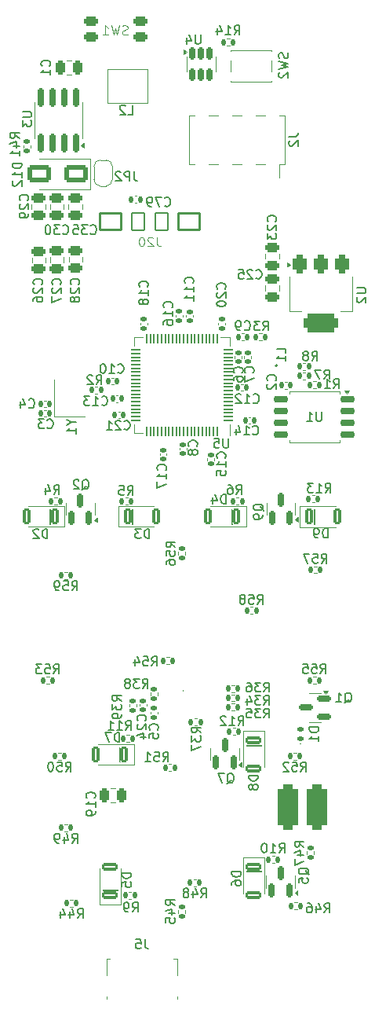
<source format=gbo>
G04 #@! TF.GenerationSoftware,KiCad,Pcbnew,8.0.4*
G04 #@! TF.CreationDate,2025-03-19T09:33:49+11:00*
G04 #@! TF.ProjectId,nokia,6e6f6b69-612e-46b6-9963-61645f706362,rev?*
G04 #@! TF.SameCoordinates,Original*
G04 #@! TF.FileFunction,Legend,Bot*
G04 #@! TF.FilePolarity,Positive*
%FSLAX46Y46*%
G04 Gerber Fmt 4.6, Leading zero omitted, Abs format (unit mm)*
G04 Created by KiCad (PCBNEW 8.0.4) date 2025-03-19 09:33:49*
%MOMM*%
%LPD*%
G01*
G04 APERTURE LIST*
G04 Aperture macros list*
%AMRoundRect*
0 Rectangle with rounded corners*
0 $1 Rounding radius*
0 $2 $3 $4 $5 $6 $7 $8 $9 X,Y pos of 4 corners*
0 Add a 4 corners polygon primitive as box body*
4,1,4,$2,$3,$4,$5,$6,$7,$8,$9,$2,$3,0*
0 Add four circle primitives for the rounded corners*
1,1,$1+$1,$2,$3*
1,1,$1+$1,$4,$5*
1,1,$1+$1,$6,$7*
1,1,$1+$1,$8,$9*
0 Add four rect primitives between the rounded corners*
20,1,$1+$1,$2,$3,$4,$5,0*
20,1,$1+$1,$4,$5,$6,$7,0*
20,1,$1+$1,$6,$7,$8,$9,0*
20,1,$1+$1,$8,$9,$2,$3,0*%
%AMFreePoly0*
4,1,17,1.239561,1.918663,1.288452,1.862240,1.300426,1.807198,1.300426,-1.628440,1.279392,-1.700074,1.222969,-1.748965,1.167927,-1.760939,-1.241481,-1.760939,-1.313115,-1.739905,-1.362006,-1.683482,-1.373980,-1.628440,-1.373980,1.807198,-1.352946,1.878832,-1.296523,1.927723,-1.241481,1.939697,1.167927,1.939697,1.239561,1.918663,1.239561,1.918663,$1*%
%AMFreePoly1*
4,1,21,1.481047,1.611465,1.529938,1.555042,1.541912,1.500000,1.541912,-2.069488,1.520878,-2.141122,1.464455,-2.190013,1.409413,-2.201987,-1.000000,-2.201987,-1.071634,-2.180953,-1.120525,-2.124530,-1.132499,-2.069488,-1.132499,-0.453074,-1.143000,-0.381000,-1.143000,0.381000,-1.132499,0.453074,-1.132499,1.500000,-1.111465,1.571634,-1.055042,1.620525,-1.000000,1.632499,1.409413,1.632499,
1.481047,1.611465,1.481047,1.611465,$1*%
%AMFreePoly2*
4,1,19,0.500000,-0.750000,0.000000,-0.750000,0.000000,-0.744911,-0.071157,-0.744911,-0.207708,-0.704816,-0.327430,-0.627875,-0.420627,-0.520320,-0.479746,-0.390866,-0.500000,-0.250000,-0.500000,0.250000,-0.479746,0.390866,-0.420627,0.520320,-0.327430,0.627875,-0.207708,0.704816,-0.071157,0.744911,0.000000,0.744911,0.000000,0.750000,0.500000,0.750000,0.500000,-0.750000,0.500000,-0.750000,
$1*%
%AMFreePoly3*
4,1,19,0.000000,0.744911,0.071157,0.744911,0.207708,0.704816,0.327430,0.627875,0.420627,0.520320,0.479746,0.390866,0.500000,0.250000,0.500000,-0.250000,0.479746,-0.390866,0.420627,-0.520320,0.327430,-0.627875,0.207708,-0.704816,0.071157,-0.744911,0.000000,-0.744911,0.000000,-0.750000,-0.500000,-0.750000,-0.500000,0.750000,0.000000,0.750000,0.000000,0.744911,0.000000,0.744911,
$1*%
G04 Aperture macros list end*
%ADD10C,0.150000*%
%ADD11C,0.100000*%
%ADD12C,0.120000*%
%ADD13C,0.191421*%
%ADD14R,0.950000X3.300000*%
%ADD15RoundRect,0.160000X0.240000X0.715000X-0.240000X0.715000X-0.240000X-0.715000X0.240000X-0.715000X0*%
%ADD16RoundRect,0.160000X-0.240000X-0.715000X0.240000X-0.715000X0.240000X0.715000X-0.240000X0.715000X0*%
%ADD17RoundRect,0.160000X0.715000X-0.240000X0.715000X0.240000X-0.715000X0.240000X-0.715000X-0.240000X0*%
%ADD18RoundRect,0.160000X-0.715000X0.240000X-0.715000X-0.240000X0.715000X-0.240000X0.715000X0.240000X0*%
%ADD19RoundRect,0.055000X-0.055000X-0.441750X0.055000X-0.441750X0.055000X0.441750X-0.055000X0.441750X0*%
%ADD20RoundRect,0.052500X-0.052500X-0.444250X0.052500X-0.444250X0.052500X0.444250X-0.052500X0.444250X0*%
%ADD21RoundRect,0.055000X0.441750X-0.055000X0.441750X0.055000X-0.441750X0.055000X-0.441750X-0.055000X0*%
%ADD22RoundRect,0.052500X0.444250X-0.052500X0.444250X0.052500X-0.444250X0.052500X-0.444250X-0.052500X0*%
%ADD23C,0.600000*%
%ADD24R,1.133333X1.133333*%
%ADD25R,0.800000X0.500000*%
%ADD26R,1.700000X0.700000*%
%ADD27C,1.500000*%
%ADD28RoundRect,0.150000X0.650000X0.150000X-0.650000X0.150000X-0.650000X-0.150000X0.650000X-0.150000X0*%
%ADD29RoundRect,0.150000X0.150000X-0.587500X0.150000X0.587500X-0.150000X0.587500X-0.150000X-0.587500X0*%
%ADD30RoundRect,0.250000X0.475000X-0.250000X0.475000X0.250000X-0.475000X0.250000X-0.475000X-0.250000X0*%
%ADD31RoundRect,0.135000X-0.135000X-0.185000X0.135000X-0.185000X0.135000X0.185000X-0.135000X0.185000X0*%
%ADD32RoundRect,0.135000X0.135000X0.185000X-0.135000X0.185000X-0.135000X-0.185000X0.135000X-0.185000X0*%
%ADD33RoundRect,0.140000X-0.140000X-0.170000X0.140000X-0.170000X0.140000X0.170000X-0.140000X0.170000X0*%
%ADD34RoundRect,0.135000X0.185000X-0.135000X0.185000X0.135000X-0.185000X0.135000X-0.185000X-0.135000X0*%
%ADD35RoundRect,0.140000X0.170000X-0.140000X0.170000X0.140000X-0.170000X0.140000X-0.170000X-0.140000X0*%
%ADD36RoundRect,0.150000X0.587500X0.150000X-0.587500X0.150000X-0.587500X-0.150000X0.587500X-0.150000X0*%
%ADD37RoundRect,0.150000X-0.150000X0.512500X-0.150000X-0.512500X0.150000X-0.512500X0.150000X0.512500X0*%
%ADD38FreePoly0,180.000000*%
%ADD39FreePoly1,180.000000*%
%ADD40R,1.050000X0.650000*%
%ADD41R,0.450000X1.380000*%
%ADD42R,1.650000X1.300000*%
%ADD43R,1.425000X1.550000*%
%ADD44R,1.800000X1.900000*%
%ADD45R,1.000000X1.900000*%
%ADD46RoundRect,0.140000X-0.170000X0.140000X-0.170000X-0.140000X0.170000X-0.140000X0.170000X0.140000X0*%
%ADD47RoundRect,0.100000X1.150000X0.900000X-1.150000X0.900000X-1.150000X-0.900000X1.150000X-0.900000X0*%
%ADD48RoundRect,0.075000X0.675000X0.925000X-0.675000X0.925000X-0.675000X-0.925000X0.675000X-0.925000X0*%
%ADD49RoundRect,0.140000X0.140000X0.170000X-0.140000X0.170000X-0.140000X-0.170000X0.140000X-0.170000X0*%
%ADD50RoundRect,0.375000X-0.375000X0.625000X-0.375000X-0.625000X0.375000X-0.625000X0.375000X0.625000X0*%
%ADD51RoundRect,0.500000X-1.400000X0.500000X-1.400000X-0.500000X1.400000X-0.500000X1.400000X0.500000X0*%
%ADD52RoundRect,0.135000X-0.185000X0.135000X-0.185000X-0.135000X0.185000X-0.135000X0.185000X0.135000X0*%
%ADD53RoundRect,0.250000X1.000000X0.650000X-1.000000X0.650000X-1.000000X-0.650000X1.000000X-0.650000X0*%
%ADD54R,1.000000X3.150000*%
%ADD55RoundRect,0.250000X-0.475000X0.250000X-0.475000X-0.250000X0.475000X-0.250000X0.475000X0.250000X0*%
%ADD56RoundRect,0.250000X-0.250000X-0.475000X0.250000X-0.475000X0.250000X0.475000X-0.250000X0.475000X0*%
%ADD57RoundRect,0.550000X0.550000X1.925000X-0.550000X1.925000X-0.550000X-1.925000X0.550000X-1.925000X0*%
%ADD58FreePoly2,90.000000*%
%ADD59FreePoly3,90.000000*%
%ADD60RoundRect,0.250000X0.250000X0.475000X-0.250000X0.475000X-0.250000X-0.475000X0.250000X-0.475000X0*%
%ADD61RoundRect,0.147500X0.172500X-0.147500X0.172500X0.147500X-0.172500X0.147500X-0.172500X-0.147500X0*%
%ADD62RoundRect,0.250000X0.550000X0.250000X-0.550000X0.250000X-0.550000X-0.250000X0.550000X-0.250000X0*%
%ADD63RoundRect,0.250000X0.548250X0.250000X-0.548250X0.250000X-0.548250X-0.250000X0.548250X-0.250000X0*%
%ADD64RoundRect,0.150000X0.150000X-0.825000X0.150000X0.825000X-0.150000X0.825000X-0.150000X-0.825000X0*%
%ADD65R,1.200000X1.400000*%
G04 APERTURE END LIST*
D10*
X36666666Y-31054819D02*
X37142856Y-31054819D01*
X37142856Y-31054819D02*
X37142856Y-30054819D01*
X36380951Y-30150057D02*
X36333332Y-30102438D01*
X36333332Y-30102438D02*
X36238094Y-30054819D01*
X36238094Y-30054819D02*
X35999999Y-30054819D01*
X35999999Y-30054819D02*
X35904761Y-30102438D01*
X35904761Y-30102438D02*
X35857142Y-30150057D01*
X35857142Y-30150057D02*
X35809523Y-30245295D01*
X35809523Y-30245295D02*
X35809523Y-30340533D01*
X35809523Y-30340533D02*
X35857142Y-30483390D01*
X35857142Y-30483390D02*
X36428570Y-31054819D01*
X36428570Y-31054819D02*
X35809523Y-31054819D01*
X27988094Y-76704819D02*
X27988094Y-75704819D01*
X27988094Y-75704819D02*
X27749999Y-75704819D01*
X27749999Y-75704819D02*
X27607142Y-75752438D01*
X27607142Y-75752438D02*
X27511904Y-75847676D01*
X27511904Y-75847676D02*
X27464285Y-75942914D01*
X27464285Y-75942914D02*
X27416666Y-76133390D01*
X27416666Y-76133390D02*
X27416666Y-76276247D01*
X27416666Y-76276247D02*
X27464285Y-76466723D01*
X27464285Y-76466723D02*
X27511904Y-76561961D01*
X27511904Y-76561961D02*
X27607142Y-76657200D01*
X27607142Y-76657200D02*
X27749999Y-76704819D01*
X27749999Y-76704819D02*
X27988094Y-76704819D01*
X27035713Y-75800057D02*
X26988094Y-75752438D01*
X26988094Y-75752438D02*
X26892856Y-75704819D01*
X26892856Y-75704819D02*
X26654761Y-75704819D01*
X26654761Y-75704819D02*
X26559523Y-75752438D01*
X26559523Y-75752438D02*
X26511904Y-75800057D01*
X26511904Y-75800057D02*
X26464285Y-75895295D01*
X26464285Y-75895295D02*
X26464285Y-75990533D01*
X26464285Y-75990533D02*
X26511904Y-76133390D01*
X26511904Y-76133390D02*
X27083332Y-76704819D01*
X27083332Y-76704819D02*
X26464285Y-76704819D01*
X38988094Y-76704819D02*
X38988094Y-75704819D01*
X38988094Y-75704819D02*
X38749999Y-75704819D01*
X38749999Y-75704819D02*
X38607142Y-75752438D01*
X38607142Y-75752438D02*
X38511904Y-75847676D01*
X38511904Y-75847676D02*
X38464285Y-75942914D01*
X38464285Y-75942914D02*
X38416666Y-76133390D01*
X38416666Y-76133390D02*
X38416666Y-76276247D01*
X38416666Y-76276247D02*
X38464285Y-76466723D01*
X38464285Y-76466723D02*
X38511904Y-76561961D01*
X38511904Y-76561961D02*
X38607142Y-76657200D01*
X38607142Y-76657200D02*
X38749999Y-76704819D01*
X38749999Y-76704819D02*
X38988094Y-76704819D01*
X38083332Y-75704819D02*
X37464285Y-75704819D01*
X37464285Y-75704819D02*
X37797618Y-76085771D01*
X37797618Y-76085771D02*
X37654761Y-76085771D01*
X37654761Y-76085771D02*
X37559523Y-76133390D01*
X37559523Y-76133390D02*
X37511904Y-76181009D01*
X37511904Y-76181009D02*
X37464285Y-76276247D01*
X37464285Y-76276247D02*
X37464285Y-76514342D01*
X37464285Y-76514342D02*
X37511904Y-76609580D01*
X37511904Y-76609580D02*
X37559523Y-76657200D01*
X37559523Y-76657200D02*
X37654761Y-76704819D01*
X37654761Y-76704819D02*
X37940475Y-76704819D01*
X37940475Y-76704819D02*
X38035713Y-76657200D01*
X38035713Y-76657200D02*
X38083332Y-76609580D01*
X47238094Y-72984819D02*
X47238094Y-71984819D01*
X47238094Y-71984819D02*
X46999999Y-71984819D01*
X46999999Y-71984819D02*
X46857142Y-72032438D01*
X46857142Y-72032438D02*
X46761904Y-72127676D01*
X46761904Y-72127676D02*
X46714285Y-72222914D01*
X46714285Y-72222914D02*
X46666666Y-72413390D01*
X46666666Y-72413390D02*
X46666666Y-72556247D01*
X46666666Y-72556247D02*
X46714285Y-72746723D01*
X46714285Y-72746723D02*
X46761904Y-72841961D01*
X46761904Y-72841961D02*
X46857142Y-72937200D01*
X46857142Y-72937200D02*
X46999999Y-72984819D01*
X46999999Y-72984819D02*
X47238094Y-72984819D01*
X45809523Y-72318152D02*
X45809523Y-72984819D01*
X46047618Y-71937200D02*
X46285713Y-72651485D01*
X46285713Y-72651485D02*
X45666666Y-72651485D01*
X35763094Y-98634819D02*
X35763094Y-97634819D01*
X35763094Y-97634819D02*
X35524999Y-97634819D01*
X35524999Y-97634819D02*
X35382142Y-97682438D01*
X35382142Y-97682438D02*
X35286904Y-97777676D01*
X35286904Y-97777676D02*
X35239285Y-97872914D01*
X35239285Y-97872914D02*
X35191666Y-98063390D01*
X35191666Y-98063390D02*
X35191666Y-98206247D01*
X35191666Y-98206247D02*
X35239285Y-98396723D01*
X35239285Y-98396723D02*
X35286904Y-98491961D01*
X35286904Y-98491961D02*
X35382142Y-98587200D01*
X35382142Y-98587200D02*
X35524999Y-98634819D01*
X35524999Y-98634819D02*
X35763094Y-98634819D01*
X34858332Y-97634819D02*
X34191666Y-97634819D01*
X34191666Y-97634819D02*
X34620237Y-98634819D01*
X58238094Y-76649819D02*
X58238094Y-75649819D01*
X58238094Y-75649819D02*
X57999999Y-75649819D01*
X57999999Y-75649819D02*
X57857142Y-75697438D01*
X57857142Y-75697438D02*
X57761904Y-75792676D01*
X57761904Y-75792676D02*
X57714285Y-75887914D01*
X57714285Y-75887914D02*
X57666666Y-76078390D01*
X57666666Y-76078390D02*
X57666666Y-76221247D01*
X57666666Y-76221247D02*
X57714285Y-76411723D01*
X57714285Y-76411723D02*
X57761904Y-76506961D01*
X57761904Y-76506961D02*
X57857142Y-76602200D01*
X57857142Y-76602200D02*
X57999999Y-76649819D01*
X57999999Y-76649819D02*
X58238094Y-76649819D01*
X57190475Y-76649819D02*
X56999999Y-76649819D01*
X56999999Y-76649819D02*
X56904761Y-76602200D01*
X56904761Y-76602200D02*
X56857142Y-76554580D01*
X56857142Y-76554580D02*
X56761904Y-76411723D01*
X56761904Y-76411723D02*
X56714285Y-76221247D01*
X56714285Y-76221247D02*
X56714285Y-75840295D01*
X56714285Y-75840295D02*
X56761904Y-75745057D01*
X56761904Y-75745057D02*
X56809523Y-75697438D01*
X56809523Y-75697438D02*
X56904761Y-75649819D01*
X56904761Y-75649819D02*
X57095237Y-75649819D01*
X57095237Y-75649819D02*
X57190475Y-75697438D01*
X57190475Y-75697438D02*
X57238094Y-75745057D01*
X57238094Y-75745057D02*
X57285713Y-75840295D01*
X57285713Y-75840295D02*
X57285713Y-76078390D01*
X57285713Y-76078390D02*
X57238094Y-76173628D01*
X57238094Y-76173628D02*
X57190475Y-76221247D01*
X57190475Y-76221247D02*
X57095237Y-76268866D01*
X57095237Y-76268866D02*
X56904761Y-76268866D01*
X56904761Y-76268866D02*
X56809523Y-76221247D01*
X56809523Y-76221247D02*
X56761904Y-76173628D01*
X56761904Y-76173628D02*
X56714285Y-76078390D01*
X37024819Y-112761905D02*
X36024819Y-112761905D01*
X36024819Y-112761905D02*
X36024819Y-113000000D01*
X36024819Y-113000000D02*
X36072438Y-113142857D01*
X36072438Y-113142857D02*
X36167676Y-113238095D01*
X36167676Y-113238095D02*
X36262914Y-113285714D01*
X36262914Y-113285714D02*
X36453390Y-113333333D01*
X36453390Y-113333333D02*
X36596247Y-113333333D01*
X36596247Y-113333333D02*
X36786723Y-113285714D01*
X36786723Y-113285714D02*
X36881961Y-113238095D01*
X36881961Y-113238095D02*
X36977200Y-113142857D01*
X36977200Y-113142857D02*
X37024819Y-113000000D01*
X37024819Y-113000000D02*
X37024819Y-112761905D01*
X36024819Y-114238095D02*
X36024819Y-113761905D01*
X36024819Y-113761905D02*
X36501009Y-113714286D01*
X36501009Y-113714286D02*
X36453390Y-113761905D01*
X36453390Y-113761905D02*
X36405771Y-113857143D01*
X36405771Y-113857143D02*
X36405771Y-114095238D01*
X36405771Y-114095238D02*
X36453390Y-114190476D01*
X36453390Y-114190476D02*
X36501009Y-114238095D01*
X36501009Y-114238095D02*
X36596247Y-114285714D01*
X36596247Y-114285714D02*
X36834342Y-114285714D01*
X36834342Y-114285714D02*
X36929580Y-114238095D01*
X36929580Y-114238095D02*
X36977200Y-114190476D01*
X36977200Y-114190476D02*
X37024819Y-114095238D01*
X37024819Y-114095238D02*
X37024819Y-113857143D01*
X37024819Y-113857143D02*
X36977200Y-113761905D01*
X36977200Y-113761905D02*
X36929580Y-113714286D01*
X48884819Y-112611905D02*
X47884819Y-112611905D01*
X47884819Y-112611905D02*
X47884819Y-112850000D01*
X47884819Y-112850000D02*
X47932438Y-112992857D01*
X47932438Y-112992857D02*
X48027676Y-113088095D01*
X48027676Y-113088095D02*
X48122914Y-113135714D01*
X48122914Y-113135714D02*
X48313390Y-113183333D01*
X48313390Y-113183333D02*
X48456247Y-113183333D01*
X48456247Y-113183333D02*
X48646723Y-113135714D01*
X48646723Y-113135714D02*
X48741961Y-113088095D01*
X48741961Y-113088095D02*
X48837200Y-112992857D01*
X48837200Y-112992857D02*
X48884819Y-112850000D01*
X48884819Y-112850000D02*
X48884819Y-112611905D01*
X47884819Y-114040476D02*
X47884819Y-113850000D01*
X47884819Y-113850000D02*
X47932438Y-113754762D01*
X47932438Y-113754762D02*
X47980057Y-113707143D01*
X47980057Y-113707143D02*
X48122914Y-113611905D01*
X48122914Y-113611905D02*
X48313390Y-113564286D01*
X48313390Y-113564286D02*
X48694342Y-113564286D01*
X48694342Y-113564286D02*
X48789580Y-113611905D01*
X48789580Y-113611905D02*
X48837200Y-113659524D01*
X48837200Y-113659524D02*
X48884819Y-113754762D01*
X48884819Y-113754762D02*
X48884819Y-113945238D01*
X48884819Y-113945238D02*
X48837200Y-114040476D01*
X48837200Y-114040476D02*
X48789580Y-114088095D01*
X48789580Y-114088095D02*
X48694342Y-114135714D01*
X48694342Y-114135714D02*
X48456247Y-114135714D01*
X48456247Y-114135714D02*
X48361009Y-114088095D01*
X48361009Y-114088095D02*
X48313390Y-114040476D01*
X48313390Y-114040476D02*
X48265771Y-113945238D01*
X48265771Y-113945238D02*
X48265771Y-113754762D01*
X48265771Y-113754762D02*
X48313390Y-113659524D01*
X48313390Y-113659524D02*
X48361009Y-113611905D01*
X48361009Y-113611905D02*
X48456247Y-113564286D01*
X50704819Y-102261905D02*
X49704819Y-102261905D01*
X49704819Y-102261905D02*
X49704819Y-102500000D01*
X49704819Y-102500000D02*
X49752438Y-102642857D01*
X49752438Y-102642857D02*
X49847676Y-102738095D01*
X49847676Y-102738095D02*
X49942914Y-102785714D01*
X49942914Y-102785714D02*
X50133390Y-102833333D01*
X50133390Y-102833333D02*
X50276247Y-102833333D01*
X50276247Y-102833333D02*
X50466723Y-102785714D01*
X50466723Y-102785714D02*
X50561961Y-102738095D01*
X50561961Y-102738095D02*
X50657200Y-102642857D01*
X50657200Y-102642857D02*
X50704819Y-102500000D01*
X50704819Y-102500000D02*
X50704819Y-102261905D01*
X50133390Y-103404762D02*
X50085771Y-103309524D01*
X50085771Y-103309524D02*
X50038152Y-103261905D01*
X50038152Y-103261905D02*
X49942914Y-103214286D01*
X49942914Y-103214286D02*
X49895295Y-103214286D01*
X49895295Y-103214286D02*
X49800057Y-103261905D01*
X49800057Y-103261905D02*
X49752438Y-103309524D01*
X49752438Y-103309524D02*
X49704819Y-103404762D01*
X49704819Y-103404762D02*
X49704819Y-103595238D01*
X49704819Y-103595238D02*
X49752438Y-103690476D01*
X49752438Y-103690476D02*
X49800057Y-103738095D01*
X49800057Y-103738095D02*
X49895295Y-103785714D01*
X49895295Y-103785714D02*
X49942914Y-103785714D01*
X49942914Y-103785714D02*
X50038152Y-103738095D01*
X50038152Y-103738095D02*
X50085771Y-103690476D01*
X50085771Y-103690476D02*
X50133390Y-103595238D01*
X50133390Y-103595238D02*
X50133390Y-103404762D01*
X50133390Y-103404762D02*
X50181009Y-103309524D01*
X50181009Y-103309524D02*
X50228628Y-103261905D01*
X50228628Y-103261905D02*
X50323866Y-103214286D01*
X50323866Y-103214286D02*
X50514342Y-103214286D01*
X50514342Y-103214286D02*
X50609580Y-103261905D01*
X50609580Y-103261905D02*
X50657200Y-103309524D01*
X50657200Y-103309524D02*
X50704819Y-103404762D01*
X50704819Y-103404762D02*
X50704819Y-103595238D01*
X50704819Y-103595238D02*
X50657200Y-103690476D01*
X50657200Y-103690476D02*
X50609580Y-103738095D01*
X50609580Y-103738095D02*
X50514342Y-103785714D01*
X50514342Y-103785714D02*
X50323866Y-103785714D01*
X50323866Y-103785714D02*
X50228628Y-103738095D01*
X50228628Y-103738095D02*
X50181009Y-103690476D01*
X50181009Y-103690476D02*
X50133390Y-103595238D01*
X47511904Y-65954819D02*
X47511904Y-66764342D01*
X47511904Y-66764342D02*
X47464285Y-66859580D01*
X47464285Y-66859580D02*
X47416666Y-66907200D01*
X47416666Y-66907200D02*
X47321428Y-66954819D01*
X47321428Y-66954819D02*
X47130952Y-66954819D01*
X47130952Y-66954819D02*
X47035714Y-66907200D01*
X47035714Y-66907200D02*
X46988095Y-66859580D01*
X46988095Y-66859580D02*
X46940476Y-66764342D01*
X46940476Y-66764342D02*
X46940476Y-65954819D01*
X45988095Y-65954819D02*
X46464285Y-65954819D01*
X46464285Y-65954819D02*
X46511904Y-66431009D01*
X46511904Y-66431009D02*
X46464285Y-66383390D01*
X46464285Y-66383390D02*
X46369047Y-66335771D01*
X46369047Y-66335771D02*
X46130952Y-66335771D01*
X46130952Y-66335771D02*
X46035714Y-66383390D01*
X46035714Y-66383390D02*
X45988095Y-66431009D01*
X45988095Y-66431009D02*
X45940476Y-66526247D01*
X45940476Y-66526247D02*
X45940476Y-66764342D01*
X45940476Y-66764342D02*
X45988095Y-66859580D01*
X45988095Y-66859580D02*
X46035714Y-66907200D01*
X46035714Y-66907200D02*
X46130952Y-66954819D01*
X46130952Y-66954819D02*
X46369047Y-66954819D01*
X46369047Y-66954819D02*
X46464285Y-66907200D01*
X46464285Y-66907200D02*
X46511904Y-66859580D01*
X53714819Y-56753333D02*
X53714819Y-56277143D01*
X53714819Y-56277143D02*
X52714819Y-56277143D01*
X53714819Y-57610476D02*
X53714819Y-57039048D01*
X53714819Y-57324762D02*
X52714819Y-57324762D01*
X52714819Y-57324762D02*
X52857676Y-57229524D01*
X52857676Y-57229524D02*
X52952914Y-57134286D01*
X52952914Y-57134286D02*
X53000533Y-57039048D01*
X57561904Y-63084819D02*
X57561904Y-63894342D01*
X57561904Y-63894342D02*
X57514285Y-63989580D01*
X57514285Y-63989580D02*
X57466666Y-64037200D01*
X57466666Y-64037200D02*
X57371428Y-64084819D01*
X57371428Y-64084819D02*
X57180952Y-64084819D01*
X57180952Y-64084819D02*
X57085714Y-64037200D01*
X57085714Y-64037200D02*
X57038095Y-63989580D01*
X57038095Y-63989580D02*
X56990476Y-63894342D01*
X56990476Y-63894342D02*
X56990476Y-63084819D01*
X55990476Y-64084819D02*
X56561904Y-64084819D01*
X56276190Y-64084819D02*
X56276190Y-63084819D01*
X56276190Y-63084819D02*
X56371428Y-63227676D01*
X56371428Y-63227676D02*
X56466666Y-63322914D01*
X56466666Y-63322914D02*
X56561904Y-63370533D01*
X31695238Y-71500057D02*
X31790476Y-71452438D01*
X31790476Y-71452438D02*
X31885714Y-71357200D01*
X31885714Y-71357200D02*
X32028571Y-71214342D01*
X32028571Y-71214342D02*
X32123809Y-71166723D01*
X32123809Y-71166723D02*
X32219047Y-71166723D01*
X32171428Y-71404819D02*
X32266666Y-71357200D01*
X32266666Y-71357200D02*
X32361904Y-71261961D01*
X32361904Y-71261961D02*
X32409523Y-71071485D01*
X32409523Y-71071485D02*
X32409523Y-70738152D01*
X32409523Y-70738152D02*
X32361904Y-70547676D01*
X32361904Y-70547676D02*
X32266666Y-70452438D01*
X32266666Y-70452438D02*
X32171428Y-70404819D01*
X32171428Y-70404819D02*
X31980952Y-70404819D01*
X31980952Y-70404819D02*
X31885714Y-70452438D01*
X31885714Y-70452438D02*
X31790476Y-70547676D01*
X31790476Y-70547676D02*
X31742857Y-70738152D01*
X31742857Y-70738152D02*
X31742857Y-71071485D01*
X31742857Y-71071485D02*
X31790476Y-71261961D01*
X31790476Y-71261961D02*
X31885714Y-71357200D01*
X31885714Y-71357200D02*
X31980952Y-71404819D01*
X31980952Y-71404819D02*
X32171428Y-71404819D01*
X31361904Y-70500057D02*
X31314285Y-70452438D01*
X31314285Y-70452438D02*
X31219047Y-70404819D01*
X31219047Y-70404819D02*
X30980952Y-70404819D01*
X30980952Y-70404819D02*
X30885714Y-70452438D01*
X30885714Y-70452438D02*
X30838095Y-70500057D01*
X30838095Y-70500057D02*
X30790476Y-70595295D01*
X30790476Y-70595295D02*
X30790476Y-70690533D01*
X30790476Y-70690533D02*
X30838095Y-70833390D01*
X30838095Y-70833390D02*
X31409523Y-71404819D01*
X31409523Y-71404819D02*
X30790476Y-71404819D01*
X47345238Y-103150057D02*
X47440476Y-103102438D01*
X47440476Y-103102438D02*
X47535714Y-103007200D01*
X47535714Y-103007200D02*
X47678571Y-102864342D01*
X47678571Y-102864342D02*
X47773809Y-102816723D01*
X47773809Y-102816723D02*
X47869047Y-102816723D01*
X47821428Y-103054819D02*
X47916666Y-103007200D01*
X47916666Y-103007200D02*
X48011904Y-102911961D01*
X48011904Y-102911961D02*
X48059523Y-102721485D01*
X48059523Y-102721485D02*
X48059523Y-102388152D01*
X48059523Y-102388152D02*
X48011904Y-102197676D01*
X48011904Y-102197676D02*
X47916666Y-102102438D01*
X47916666Y-102102438D02*
X47821428Y-102054819D01*
X47821428Y-102054819D02*
X47630952Y-102054819D01*
X47630952Y-102054819D02*
X47535714Y-102102438D01*
X47535714Y-102102438D02*
X47440476Y-102197676D01*
X47440476Y-102197676D02*
X47392857Y-102388152D01*
X47392857Y-102388152D02*
X47392857Y-102721485D01*
X47392857Y-102721485D02*
X47440476Y-102911961D01*
X47440476Y-102911961D02*
X47535714Y-103007200D01*
X47535714Y-103007200D02*
X47630952Y-103054819D01*
X47630952Y-103054819D02*
X47821428Y-103054819D01*
X47059523Y-102054819D02*
X46392857Y-102054819D01*
X46392857Y-102054819D02*
X46821428Y-103054819D01*
X27359580Y-49357142D02*
X27407200Y-49309523D01*
X27407200Y-49309523D02*
X27454819Y-49166666D01*
X27454819Y-49166666D02*
X27454819Y-49071428D01*
X27454819Y-49071428D02*
X27407200Y-48928571D01*
X27407200Y-48928571D02*
X27311961Y-48833333D01*
X27311961Y-48833333D02*
X27216723Y-48785714D01*
X27216723Y-48785714D02*
X27026247Y-48738095D01*
X27026247Y-48738095D02*
X26883390Y-48738095D01*
X26883390Y-48738095D02*
X26692914Y-48785714D01*
X26692914Y-48785714D02*
X26597676Y-48833333D01*
X26597676Y-48833333D02*
X26502438Y-48928571D01*
X26502438Y-48928571D02*
X26454819Y-49071428D01*
X26454819Y-49071428D02*
X26454819Y-49166666D01*
X26454819Y-49166666D02*
X26502438Y-49309523D01*
X26502438Y-49309523D02*
X26550057Y-49357142D01*
X26550057Y-49738095D02*
X26502438Y-49785714D01*
X26502438Y-49785714D02*
X26454819Y-49880952D01*
X26454819Y-49880952D02*
X26454819Y-50119047D01*
X26454819Y-50119047D02*
X26502438Y-50214285D01*
X26502438Y-50214285D02*
X26550057Y-50261904D01*
X26550057Y-50261904D02*
X26645295Y-50309523D01*
X26645295Y-50309523D02*
X26740533Y-50309523D01*
X26740533Y-50309523D02*
X26883390Y-50261904D01*
X26883390Y-50261904D02*
X27454819Y-49690476D01*
X27454819Y-49690476D02*
X27454819Y-50309523D01*
X26454819Y-51166666D02*
X26454819Y-50976190D01*
X26454819Y-50976190D02*
X26502438Y-50880952D01*
X26502438Y-50880952D02*
X26550057Y-50833333D01*
X26550057Y-50833333D02*
X26692914Y-50738095D01*
X26692914Y-50738095D02*
X26883390Y-50690476D01*
X26883390Y-50690476D02*
X27264342Y-50690476D01*
X27264342Y-50690476D02*
X27359580Y-50738095D01*
X27359580Y-50738095D02*
X27407200Y-50785714D01*
X27407200Y-50785714D02*
X27454819Y-50880952D01*
X27454819Y-50880952D02*
X27454819Y-51071428D01*
X27454819Y-51071428D02*
X27407200Y-51166666D01*
X27407200Y-51166666D02*
X27359580Y-51214285D01*
X27359580Y-51214285D02*
X27264342Y-51261904D01*
X27264342Y-51261904D02*
X27026247Y-51261904D01*
X27026247Y-51261904D02*
X26931009Y-51214285D01*
X26931009Y-51214285D02*
X26883390Y-51166666D01*
X26883390Y-51166666D02*
X26835771Y-51071428D01*
X26835771Y-51071428D02*
X26835771Y-50880952D01*
X26835771Y-50880952D02*
X26883390Y-50785714D01*
X26883390Y-50785714D02*
X26931009Y-50738095D01*
X26931009Y-50738095D02*
X27026247Y-50690476D01*
X48142857Y-22454819D02*
X48476190Y-21978628D01*
X48714285Y-22454819D02*
X48714285Y-21454819D01*
X48714285Y-21454819D02*
X48333333Y-21454819D01*
X48333333Y-21454819D02*
X48238095Y-21502438D01*
X48238095Y-21502438D02*
X48190476Y-21550057D01*
X48190476Y-21550057D02*
X48142857Y-21645295D01*
X48142857Y-21645295D02*
X48142857Y-21788152D01*
X48142857Y-21788152D02*
X48190476Y-21883390D01*
X48190476Y-21883390D02*
X48238095Y-21931009D01*
X48238095Y-21931009D02*
X48333333Y-21978628D01*
X48333333Y-21978628D02*
X48714285Y-21978628D01*
X47190476Y-22454819D02*
X47761904Y-22454819D01*
X47476190Y-22454819D02*
X47476190Y-21454819D01*
X47476190Y-21454819D02*
X47571428Y-21597676D01*
X47571428Y-21597676D02*
X47666666Y-21692914D01*
X47666666Y-21692914D02*
X47761904Y-21740533D01*
X46333333Y-21788152D02*
X46333333Y-22454819D01*
X46571428Y-21407200D02*
X46809523Y-22121485D01*
X46809523Y-22121485D02*
X46190476Y-22121485D01*
X31232857Y-117624819D02*
X31566190Y-117148628D01*
X31804285Y-117624819D02*
X31804285Y-116624819D01*
X31804285Y-116624819D02*
X31423333Y-116624819D01*
X31423333Y-116624819D02*
X31328095Y-116672438D01*
X31328095Y-116672438D02*
X31280476Y-116720057D01*
X31280476Y-116720057D02*
X31232857Y-116815295D01*
X31232857Y-116815295D02*
X31232857Y-116958152D01*
X31232857Y-116958152D02*
X31280476Y-117053390D01*
X31280476Y-117053390D02*
X31328095Y-117101009D01*
X31328095Y-117101009D02*
X31423333Y-117148628D01*
X31423333Y-117148628D02*
X31804285Y-117148628D01*
X30375714Y-116958152D02*
X30375714Y-117624819D01*
X30613809Y-116577200D02*
X30851904Y-117291485D01*
X30851904Y-117291485D02*
X30232857Y-117291485D01*
X29423333Y-116958152D02*
X29423333Y-117624819D01*
X29661428Y-116577200D02*
X29899523Y-117291485D01*
X29899523Y-117291485D02*
X29280476Y-117291485D01*
X51342857Y-96054819D02*
X51676190Y-95578628D01*
X51914285Y-96054819D02*
X51914285Y-95054819D01*
X51914285Y-95054819D02*
X51533333Y-95054819D01*
X51533333Y-95054819D02*
X51438095Y-95102438D01*
X51438095Y-95102438D02*
X51390476Y-95150057D01*
X51390476Y-95150057D02*
X51342857Y-95245295D01*
X51342857Y-95245295D02*
X51342857Y-95388152D01*
X51342857Y-95388152D02*
X51390476Y-95483390D01*
X51390476Y-95483390D02*
X51438095Y-95531009D01*
X51438095Y-95531009D02*
X51533333Y-95578628D01*
X51533333Y-95578628D02*
X51914285Y-95578628D01*
X51009523Y-95054819D02*
X50390476Y-95054819D01*
X50390476Y-95054819D02*
X50723809Y-95435771D01*
X50723809Y-95435771D02*
X50580952Y-95435771D01*
X50580952Y-95435771D02*
X50485714Y-95483390D01*
X50485714Y-95483390D02*
X50438095Y-95531009D01*
X50438095Y-95531009D02*
X50390476Y-95626247D01*
X50390476Y-95626247D02*
X50390476Y-95864342D01*
X50390476Y-95864342D02*
X50438095Y-95959580D01*
X50438095Y-95959580D02*
X50485714Y-96007200D01*
X50485714Y-96007200D02*
X50580952Y-96054819D01*
X50580952Y-96054819D02*
X50866666Y-96054819D01*
X50866666Y-96054819D02*
X50961904Y-96007200D01*
X50961904Y-96007200D02*
X51009523Y-95959580D01*
X49485714Y-95054819D02*
X49961904Y-95054819D01*
X49961904Y-95054819D02*
X50009523Y-95531009D01*
X50009523Y-95531009D02*
X49961904Y-95483390D01*
X49961904Y-95483390D02*
X49866666Y-95435771D01*
X49866666Y-95435771D02*
X49628571Y-95435771D01*
X49628571Y-95435771D02*
X49533333Y-95483390D01*
X49533333Y-95483390D02*
X49485714Y-95531009D01*
X49485714Y-95531009D02*
X49438095Y-95626247D01*
X49438095Y-95626247D02*
X49438095Y-95864342D01*
X49438095Y-95864342D02*
X49485714Y-95959580D01*
X49485714Y-95959580D02*
X49533333Y-96007200D01*
X49533333Y-96007200D02*
X49628571Y-96054819D01*
X49628571Y-96054819D02*
X49866666Y-96054819D01*
X49866666Y-96054819D02*
X49961904Y-96007200D01*
X49961904Y-96007200D02*
X50009523Y-95959580D01*
X39242857Y-90454819D02*
X39576190Y-89978628D01*
X39814285Y-90454819D02*
X39814285Y-89454819D01*
X39814285Y-89454819D02*
X39433333Y-89454819D01*
X39433333Y-89454819D02*
X39338095Y-89502438D01*
X39338095Y-89502438D02*
X39290476Y-89550057D01*
X39290476Y-89550057D02*
X39242857Y-89645295D01*
X39242857Y-89645295D02*
X39242857Y-89788152D01*
X39242857Y-89788152D02*
X39290476Y-89883390D01*
X39290476Y-89883390D02*
X39338095Y-89931009D01*
X39338095Y-89931009D02*
X39433333Y-89978628D01*
X39433333Y-89978628D02*
X39814285Y-89978628D01*
X38338095Y-89454819D02*
X38814285Y-89454819D01*
X38814285Y-89454819D02*
X38861904Y-89931009D01*
X38861904Y-89931009D02*
X38814285Y-89883390D01*
X38814285Y-89883390D02*
X38719047Y-89835771D01*
X38719047Y-89835771D02*
X38480952Y-89835771D01*
X38480952Y-89835771D02*
X38385714Y-89883390D01*
X38385714Y-89883390D02*
X38338095Y-89931009D01*
X38338095Y-89931009D02*
X38290476Y-90026247D01*
X38290476Y-90026247D02*
X38290476Y-90264342D01*
X38290476Y-90264342D02*
X38338095Y-90359580D01*
X38338095Y-90359580D02*
X38385714Y-90407200D01*
X38385714Y-90407200D02*
X38480952Y-90454819D01*
X38480952Y-90454819D02*
X38719047Y-90454819D01*
X38719047Y-90454819D02*
X38814285Y-90407200D01*
X38814285Y-90407200D02*
X38861904Y-90359580D01*
X37433333Y-89788152D02*
X37433333Y-90454819D01*
X37671428Y-89407200D02*
X37909523Y-90121485D01*
X37909523Y-90121485D02*
X37290476Y-90121485D01*
X50207857Y-62069580D02*
X50255476Y-62117200D01*
X50255476Y-62117200D02*
X50398333Y-62164819D01*
X50398333Y-62164819D02*
X50493571Y-62164819D01*
X50493571Y-62164819D02*
X50636428Y-62117200D01*
X50636428Y-62117200D02*
X50731666Y-62021961D01*
X50731666Y-62021961D02*
X50779285Y-61926723D01*
X50779285Y-61926723D02*
X50826904Y-61736247D01*
X50826904Y-61736247D02*
X50826904Y-61593390D01*
X50826904Y-61593390D02*
X50779285Y-61402914D01*
X50779285Y-61402914D02*
X50731666Y-61307676D01*
X50731666Y-61307676D02*
X50636428Y-61212438D01*
X50636428Y-61212438D02*
X50493571Y-61164819D01*
X50493571Y-61164819D02*
X50398333Y-61164819D01*
X50398333Y-61164819D02*
X50255476Y-61212438D01*
X50255476Y-61212438D02*
X50207857Y-61260057D01*
X49255476Y-62164819D02*
X49826904Y-62164819D01*
X49541190Y-62164819D02*
X49541190Y-61164819D01*
X49541190Y-61164819D02*
X49636428Y-61307676D01*
X49636428Y-61307676D02*
X49731666Y-61402914D01*
X49731666Y-61402914D02*
X49826904Y-61450533D01*
X48874523Y-61260057D02*
X48826904Y-61212438D01*
X48826904Y-61212438D02*
X48731666Y-61164819D01*
X48731666Y-61164819D02*
X48493571Y-61164819D01*
X48493571Y-61164819D02*
X48398333Y-61212438D01*
X48398333Y-61212438D02*
X48350714Y-61260057D01*
X48350714Y-61260057D02*
X48303095Y-61355295D01*
X48303095Y-61355295D02*
X48303095Y-61450533D01*
X48303095Y-61450533D02*
X48350714Y-61593390D01*
X48350714Y-61593390D02*
X48922142Y-62164819D01*
X48922142Y-62164819D02*
X48303095Y-62164819D01*
X55332857Y-101824819D02*
X55666190Y-101348628D01*
X55904285Y-101824819D02*
X55904285Y-100824819D01*
X55904285Y-100824819D02*
X55523333Y-100824819D01*
X55523333Y-100824819D02*
X55428095Y-100872438D01*
X55428095Y-100872438D02*
X55380476Y-100920057D01*
X55380476Y-100920057D02*
X55332857Y-101015295D01*
X55332857Y-101015295D02*
X55332857Y-101158152D01*
X55332857Y-101158152D02*
X55380476Y-101253390D01*
X55380476Y-101253390D02*
X55428095Y-101301009D01*
X55428095Y-101301009D02*
X55523333Y-101348628D01*
X55523333Y-101348628D02*
X55904285Y-101348628D01*
X54428095Y-100824819D02*
X54904285Y-100824819D01*
X54904285Y-100824819D02*
X54951904Y-101301009D01*
X54951904Y-101301009D02*
X54904285Y-101253390D01*
X54904285Y-101253390D02*
X54809047Y-101205771D01*
X54809047Y-101205771D02*
X54570952Y-101205771D01*
X54570952Y-101205771D02*
X54475714Y-101253390D01*
X54475714Y-101253390D02*
X54428095Y-101301009D01*
X54428095Y-101301009D02*
X54380476Y-101396247D01*
X54380476Y-101396247D02*
X54380476Y-101634342D01*
X54380476Y-101634342D02*
X54428095Y-101729580D01*
X54428095Y-101729580D02*
X54475714Y-101777200D01*
X54475714Y-101777200D02*
X54570952Y-101824819D01*
X54570952Y-101824819D02*
X54809047Y-101824819D01*
X54809047Y-101824819D02*
X54904285Y-101777200D01*
X54904285Y-101777200D02*
X54951904Y-101729580D01*
X53999523Y-100920057D02*
X53951904Y-100872438D01*
X53951904Y-100872438D02*
X53856666Y-100824819D01*
X53856666Y-100824819D02*
X53618571Y-100824819D01*
X53618571Y-100824819D02*
X53523333Y-100872438D01*
X53523333Y-100872438D02*
X53475714Y-100920057D01*
X53475714Y-100920057D02*
X53428095Y-101015295D01*
X53428095Y-101015295D02*
X53428095Y-101110533D01*
X53428095Y-101110533D02*
X53475714Y-101253390D01*
X53475714Y-101253390D02*
X54047142Y-101824819D01*
X54047142Y-101824819D02*
X53428095Y-101824819D01*
X56200057Y-112954761D02*
X56152438Y-112859523D01*
X56152438Y-112859523D02*
X56057200Y-112764285D01*
X56057200Y-112764285D02*
X55914342Y-112621428D01*
X55914342Y-112621428D02*
X55866723Y-112526190D01*
X55866723Y-112526190D02*
X55866723Y-112430952D01*
X56104819Y-112478571D02*
X56057200Y-112383333D01*
X56057200Y-112383333D02*
X55961961Y-112288095D01*
X55961961Y-112288095D02*
X55771485Y-112240476D01*
X55771485Y-112240476D02*
X55438152Y-112240476D01*
X55438152Y-112240476D02*
X55247676Y-112288095D01*
X55247676Y-112288095D02*
X55152438Y-112383333D01*
X55152438Y-112383333D02*
X55104819Y-112478571D01*
X55104819Y-112478571D02*
X55104819Y-112669047D01*
X55104819Y-112669047D02*
X55152438Y-112764285D01*
X55152438Y-112764285D02*
X55247676Y-112859523D01*
X55247676Y-112859523D02*
X55438152Y-112907142D01*
X55438152Y-112907142D02*
X55771485Y-112907142D01*
X55771485Y-112907142D02*
X55961961Y-112859523D01*
X55961961Y-112859523D02*
X56057200Y-112764285D01*
X56057200Y-112764285D02*
X56104819Y-112669047D01*
X56104819Y-112669047D02*
X56104819Y-112478571D01*
X55104819Y-113811904D02*
X55104819Y-113335714D01*
X55104819Y-113335714D02*
X55581009Y-113288095D01*
X55581009Y-113288095D02*
X55533390Y-113335714D01*
X55533390Y-113335714D02*
X55485771Y-113430952D01*
X55485771Y-113430952D02*
X55485771Y-113669047D01*
X55485771Y-113669047D02*
X55533390Y-113764285D01*
X55533390Y-113764285D02*
X55581009Y-113811904D01*
X55581009Y-113811904D02*
X55676247Y-113859523D01*
X55676247Y-113859523D02*
X55914342Y-113859523D01*
X55914342Y-113859523D02*
X56009580Y-113811904D01*
X56009580Y-113811904D02*
X56057200Y-113764285D01*
X56057200Y-113764285D02*
X56104819Y-113669047D01*
X56104819Y-113669047D02*
X56104819Y-113430952D01*
X56104819Y-113430952D02*
X56057200Y-113335714D01*
X56057200Y-113335714D02*
X56009580Y-113288095D01*
X41754819Y-116257142D02*
X41278628Y-115923809D01*
X41754819Y-115685714D02*
X40754819Y-115685714D01*
X40754819Y-115685714D02*
X40754819Y-116066666D01*
X40754819Y-116066666D02*
X40802438Y-116161904D01*
X40802438Y-116161904D02*
X40850057Y-116209523D01*
X40850057Y-116209523D02*
X40945295Y-116257142D01*
X40945295Y-116257142D02*
X41088152Y-116257142D01*
X41088152Y-116257142D02*
X41183390Y-116209523D01*
X41183390Y-116209523D02*
X41231009Y-116161904D01*
X41231009Y-116161904D02*
X41278628Y-116066666D01*
X41278628Y-116066666D02*
X41278628Y-115685714D01*
X41088152Y-117114285D02*
X41754819Y-117114285D01*
X40707200Y-116876190D02*
X41421485Y-116638095D01*
X41421485Y-116638095D02*
X41421485Y-117257142D01*
X40754819Y-118114285D02*
X40754819Y-117638095D01*
X40754819Y-117638095D02*
X41231009Y-117590476D01*
X41231009Y-117590476D02*
X41183390Y-117638095D01*
X41183390Y-117638095D02*
X41135771Y-117733333D01*
X41135771Y-117733333D02*
X41135771Y-117971428D01*
X41135771Y-117971428D02*
X41183390Y-118066666D01*
X41183390Y-118066666D02*
X41231009Y-118114285D01*
X41231009Y-118114285D02*
X41326247Y-118161904D01*
X41326247Y-118161904D02*
X41564342Y-118161904D01*
X41564342Y-118161904D02*
X41659580Y-118114285D01*
X41659580Y-118114285D02*
X41707200Y-118066666D01*
X41707200Y-118066666D02*
X41754819Y-117971428D01*
X41754819Y-117971428D02*
X41754819Y-117733333D01*
X41754819Y-117733333D02*
X41707200Y-117638095D01*
X41707200Y-117638095D02*
X41659580Y-117590476D01*
X29359580Y-49357142D02*
X29407200Y-49309523D01*
X29407200Y-49309523D02*
X29454819Y-49166666D01*
X29454819Y-49166666D02*
X29454819Y-49071428D01*
X29454819Y-49071428D02*
X29407200Y-48928571D01*
X29407200Y-48928571D02*
X29311961Y-48833333D01*
X29311961Y-48833333D02*
X29216723Y-48785714D01*
X29216723Y-48785714D02*
X29026247Y-48738095D01*
X29026247Y-48738095D02*
X28883390Y-48738095D01*
X28883390Y-48738095D02*
X28692914Y-48785714D01*
X28692914Y-48785714D02*
X28597676Y-48833333D01*
X28597676Y-48833333D02*
X28502438Y-48928571D01*
X28502438Y-48928571D02*
X28454819Y-49071428D01*
X28454819Y-49071428D02*
X28454819Y-49166666D01*
X28454819Y-49166666D02*
X28502438Y-49309523D01*
X28502438Y-49309523D02*
X28550057Y-49357142D01*
X28550057Y-49738095D02*
X28502438Y-49785714D01*
X28502438Y-49785714D02*
X28454819Y-49880952D01*
X28454819Y-49880952D02*
X28454819Y-50119047D01*
X28454819Y-50119047D02*
X28502438Y-50214285D01*
X28502438Y-50214285D02*
X28550057Y-50261904D01*
X28550057Y-50261904D02*
X28645295Y-50309523D01*
X28645295Y-50309523D02*
X28740533Y-50309523D01*
X28740533Y-50309523D02*
X28883390Y-50261904D01*
X28883390Y-50261904D02*
X29454819Y-49690476D01*
X29454819Y-49690476D02*
X29454819Y-50309523D01*
X28454819Y-50642857D02*
X28454819Y-51309523D01*
X28454819Y-51309523D02*
X29454819Y-50880952D01*
X50652857Y-83784819D02*
X50986190Y-83308628D01*
X51224285Y-83784819D02*
X51224285Y-82784819D01*
X51224285Y-82784819D02*
X50843333Y-82784819D01*
X50843333Y-82784819D02*
X50748095Y-82832438D01*
X50748095Y-82832438D02*
X50700476Y-82880057D01*
X50700476Y-82880057D02*
X50652857Y-82975295D01*
X50652857Y-82975295D02*
X50652857Y-83118152D01*
X50652857Y-83118152D02*
X50700476Y-83213390D01*
X50700476Y-83213390D02*
X50748095Y-83261009D01*
X50748095Y-83261009D02*
X50843333Y-83308628D01*
X50843333Y-83308628D02*
X51224285Y-83308628D01*
X49748095Y-82784819D02*
X50224285Y-82784819D01*
X50224285Y-82784819D02*
X50271904Y-83261009D01*
X50271904Y-83261009D02*
X50224285Y-83213390D01*
X50224285Y-83213390D02*
X50129047Y-83165771D01*
X50129047Y-83165771D02*
X49890952Y-83165771D01*
X49890952Y-83165771D02*
X49795714Y-83213390D01*
X49795714Y-83213390D02*
X49748095Y-83261009D01*
X49748095Y-83261009D02*
X49700476Y-83356247D01*
X49700476Y-83356247D02*
X49700476Y-83594342D01*
X49700476Y-83594342D02*
X49748095Y-83689580D01*
X49748095Y-83689580D02*
X49795714Y-83737200D01*
X49795714Y-83737200D02*
X49890952Y-83784819D01*
X49890952Y-83784819D02*
X50129047Y-83784819D01*
X50129047Y-83784819D02*
X50224285Y-83737200D01*
X50224285Y-83737200D02*
X50271904Y-83689580D01*
X49129047Y-83213390D02*
X49224285Y-83165771D01*
X49224285Y-83165771D02*
X49271904Y-83118152D01*
X49271904Y-83118152D02*
X49319523Y-83022914D01*
X49319523Y-83022914D02*
X49319523Y-82975295D01*
X49319523Y-82975295D02*
X49271904Y-82880057D01*
X49271904Y-82880057D02*
X49224285Y-82832438D01*
X49224285Y-82832438D02*
X49129047Y-82784819D01*
X49129047Y-82784819D02*
X48938571Y-82784819D01*
X48938571Y-82784819D02*
X48843333Y-82832438D01*
X48843333Y-82832438D02*
X48795714Y-82880057D01*
X48795714Y-82880057D02*
X48748095Y-82975295D01*
X48748095Y-82975295D02*
X48748095Y-83022914D01*
X48748095Y-83022914D02*
X48795714Y-83118152D01*
X48795714Y-83118152D02*
X48843333Y-83165771D01*
X48843333Y-83165771D02*
X48938571Y-83213390D01*
X48938571Y-83213390D02*
X49129047Y-83213390D01*
X49129047Y-83213390D02*
X49224285Y-83261009D01*
X49224285Y-83261009D02*
X49271904Y-83308628D01*
X49271904Y-83308628D02*
X49319523Y-83403866D01*
X49319523Y-83403866D02*
X49319523Y-83594342D01*
X49319523Y-83594342D02*
X49271904Y-83689580D01*
X49271904Y-83689580D02*
X49224285Y-83737200D01*
X49224285Y-83737200D02*
X49129047Y-83784819D01*
X49129047Y-83784819D02*
X48938571Y-83784819D01*
X48938571Y-83784819D02*
X48843333Y-83737200D01*
X48843333Y-83737200D02*
X48795714Y-83689580D01*
X48795714Y-83689580D02*
X48748095Y-83594342D01*
X48748095Y-83594342D02*
X48748095Y-83403866D01*
X48748095Y-83403866D02*
X48795714Y-83308628D01*
X48795714Y-83308628D02*
X48843333Y-83261009D01*
X48843333Y-83261009D02*
X48938571Y-83213390D01*
X29642857Y-43859580D02*
X29690476Y-43907200D01*
X29690476Y-43907200D02*
X29833333Y-43954819D01*
X29833333Y-43954819D02*
X29928571Y-43954819D01*
X29928571Y-43954819D02*
X30071428Y-43907200D01*
X30071428Y-43907200D02*
X30166666Y-43811961D01*
X30166666Y-43811961D02*
X30214285Y-43716723D01*
X30214285Y-43716723D02*
X30261904Y-43526247D01*
X30261904Y-43526247D02*
X30261904Y-43383390D01*
X30261904Y-43383390D02*
X30214285Y-43192914D01*
X30214285Y-43192914D02*
X30166666Y-43097676D01*
X30166666Y-43097676D02*
X30071428Y-43002438D01*
X30071428Y-43002438D02*
X29928571Y-42954819D01*
X29928571Y-42954819D02*
X29833333Y-42954819D01*
X29833333Y-42954819D02*
X29690476Y-43002438D01*
X29690476Y-43002438D02*
X29642857Y-43050057D01*
X29309523Y-42954819D02*
X28690476Y-42954819D01*
X28690476Y-42954819D02*
X29023809Y-43335771D01*
X29023809Y-43335771D02*
X28880952Y-43335771D01*
X28880952Y-43335771D02*
X28785714Y-43383390D01*
X28785714Y-43383390D02*
X28738095Y-43431009D01*
X28738095Y-43431009D02*
X28690476Y-43526247D01*
X28690476Y-43526247D02*
X28690476Y-43764342D01*
X28690476Y-43764342D02*
X28738095Y-43859580D01*
X28738095Y-43859580D02*
X28785714Y-43907200D01*
X28785714Y-43907200D02*
X28880952Y-43954819D01*
X28880952Y-43954819D02*
X29166666Y-43954819D01*
X29166666Y-43954819D02*
X29261904Y-43907200D01*
X29261904Y-43907200D02*
X29309523Y-43859580D01*
X28071428Y-42954819D02*
X27976190Y-42954819D01*
X27976190Y-42954819D02*
X27880952Y-43002438D01*
X27880952Y-43002438D02*
X27833333Y-43050057D01*
X27833333Y-43050057D02*
X27785714Y-43145295D01*
X27785714Y-43145295D02*
X27738095Y-43335771D01*
X27738095Y-43335771D02*
X27738095Y-43573866D01*
X27738095Y-43573866D02*
X27785714Y-43764342D01*
X27785714Y-43764342D02*
X27833333Y-43859580D01*
X27833333Y-43859580D02*
X27880952Y-43907200D01*
X27880952Y-43907200D02*
X27976190Y-43954819D01*
X27976190Y-43954819D02*
X28071428Y-43954819D01*
X28071428Y-43954819D02*
X28166666Y-43907200D01*
X28166666Y-43907200D02*
X28214285Y-43859580D01*
X28214285Y-43859580D02*
X28261904Y-43764342D01*
X28261904Y-43764342D02*
X28309523Y-43573866D01*
X28309523Y-43573866D02*
X28309523Y-43335771D01*
X28309523Y-43335771D02*
X28261904Y-43145295D01*
X28261904Y-43145295D02*
X28214285Y-43050057D01*
X28214285Y-43050057D02*
X28166666Y-43002438D01*
X28166666Y-43002438D02*
X28071428Y-42954819D01*
X38759580Y-49607142D02*
X38807200Y-49559523D01*
X38807200Y-49559523D02*
X38854819Y-49416666D01*
X38854819Y-49416666D02*
X38854819Y-49321428D01*
X38854819Y-49321428D02*
X38807200Y-49178571D01*
X38807200Y-49178571D02*
X38711961Y-49083333D01*
X38711961Y-49083333D02*
X38616723Y-49035714D01*
X38616723Y-49035714D02*
X38426247Y-48988095D01*
X38426247Y-48988095D02*
X38283390Y-48988095D01*
X38283390Y-48988095D02*
X38092914Y-49035714D01*
X38092914Y-49035714D02*
X37997676Y-49083333D01*
X37997676Y-49083333D02*
X37902438Y-49178571D01*
X37902438Y-49178571D02*
X37854819Y-49321428D01*
X37854819Y-49321428D02*
X37854819Y-49416666D01*
X37854819Y-49416666D02*
X37902438Y-49559523D01*
X37902438Y-49559523D02*
X37950057Y-49607142D01*
X38854819Y-50559523D02*
X38854819Y-49988095D01*
X38854819Y-50273809D02*
X37854819Y-50273809D01*
X37854819Y-50273809D02*
X37997676Y-50178571D01*
X37997676Y-50178571D02*
X38092914Y-50083333D01*
X38092914Y-50083333D02*
X38140533Y-49988095D01*
X38283390Y-51130952D02*
X38235771Y-51035714D01*
X38235771Y-51035714D02*
X38188152Y-50988095D01*
X38188152Y-50988095D02*
X38092914Y-50940476D01*
X38092914Y-50940476D02*
X38045295Y-50940476D01*
X38045295Y-50940476D02*
X37950057Y-50988095D01*
X37950057Y-50988095D02*
X37902438Y-51035714D01*
X37902438Y-51035714D02*
X37854819Y-51130952D01*
X37854819Y-51130952D02*
X37854819Y-51321428D01*
X37854819Y-51321428D02*
X37902438Y-51416666D01*
X37902438Y-51416666D02*
X37950057Y-51464285D01*
X37950057Y-51464285D02*
X38045295Y-51511904D01*
X38045295Y-51511904D02*
X38092914Y-51511904D01*
X38092914Y-51511904D02*
X38188152Y-51464285D01*
X38188152Y-51464285D02*
X38235771Y-51416666D01*
X38235771Y-51416666D02*
X38283390Y-51321428D01*
X38283390Y-51321428D02*
X38283390Y-51130952D01*
X38283390Y-51130952D02*
X38331009Y-51035714D01*
X38331009Y-51035714D02*
X38378628Y-50988095D01*
X38378628Y-50988095D02*
X38473866Y-50940476D01*
X38473866Y-50940476D02*
X38664342Y-50940476D01*
X38664342Y-50940476D02*
X38759580Y-50988095D01*
X38759580Y-50988095D02*
X38807200Y-51035714D01*
X38807200Y-51035714D02*
X38854819Y-51130952D01*
X38854819Y-51130952D02*
X38854819Y-51321428D01*
X38854819Y-51321428D02*
X38807200Y-51416666D01*
X38807200Y-51416666D02*
X38759580Y-51464285D01*
X38759580Y-51464285D02*
X38664342Y-51511904D01*
X38664342Y-51511904D02*
X38473866Y-51511904D01*
X38473866Y-51511904D02*
X38378628Y-51464285D01*
X38378628Y-51464285D02*
X38331009Y-51416666D01*
X38331009Y-51416666D02*
X38283390Y-51321428D01*
X60045238Y-94450057D02*
X60140476Y-94402438D01*
X60140476Y-94402438D02*
X60235714Y-94307200D01*
X60235714Y-94307200D02*
X60378571Y-94164342D01*
X60378571Y-94164342D02*
X60473809Y-94116723D01*
X60473809Y-94116723D02*
X60569047Y-94116723D01*
X60521428Y-94354819D02*
X60616666Y-94307200D01*
X60616666Y-94307200D02*
X60711904Y-94211961D01*
X60711904Y-94211961D02*
X60759523Y-94021485D01*
X60759523Y-94021485D02*
X60759523Y-93688152D01*
X60759523Y-93688152D02*
X60711904Y-93497676D01*
X60711904Y-93497676D02*
X60616666Y-93402438D01*
X60616666Y-93402438D02*
X60521428Y-93354819D01*
X60521428Y-93354819D02*
X60330952Y-93354819D01*
X60330952Y-93354819D02*
X60235714Y-93402438D01*
X60235714Y-93402438D02*
X60140476Y-93497676D01*
X60140476Y-93497676D02*
X60092857Y-93688152D01*
X60092857Y-93688152D02*
X60092857Y-94021485D01*
X60092857Y-94021485D02*
X60140476Y-94211961D01*
X60140476Y-94211961D02*
X60235714Y-94307200D01*
X60235714Y-94307200D02*
X60330952Y-94354819D01*
X60330952Y-94354819D02*
X60521428Y-94354819D01*
X59140476Y-94354819D02*
X59711904Y-94354819D01*
X59426190Y-94354819D02*
X59426190Y-93354819D01*
X59426190Y-93354819D02*
X59521428Y-93497676D01*
X59521428Y-93497676D02*
X59616666Y-93592914D01*
X59616666Y-93592914D02*
X59711904Y-93640533D01*
X43684580Y-49207142D02*
X43732200Y-49159523D01*
X43732200Y-49159523D02*
X43779819Y-49016666D01*
X43779819Y-49016666D02*
X43779819Y-48921428D01*
X43779819Y-48921428D02*
X43732200Y-48778571D01*
X43732200Y-48778571D02*
X43636961Y-48683333D01*
X43636961Y-48683333D02*
X43541723Y-48635714D01*
X43541723Y-48635714D02*
X43351247Y-48588095D01*
X43351247Y-48588095D02*
X43208390Y-48588095D01*
X43208390Y-48588095D02*
X43017914Y-48635714D01*
X43017914Y-48635714D02*
X42922676Y-48683333D01*
X42922676Y-48683333D02*
X42827438Y-48778571D01*
X42827438Y-48778571D02*
X42779819Y-48921428D01*
X42779819Y-48921428D02*
X42779819Y-49016666D01*
X42779819Y-49016666D02*
X42827438Y-49159523D01*
X42827438Y-49159523D02*
X42875057Y-49207142D01*
X43779819Y-50159523D02*
X43779819Y-49588095D01*
X43779819Y-49873809D02*
X42779819Y-49873809D01*
X42779819Y-49873809D02*
X42922676Y-49778571D01*
X42922676Y-49778571D02*
X43017914Y-49683333D01*
X43017914Y-49683333D02*
X43065533Y-49588095D01*
X43779819Y-51111904D02*
X43779819Y-50540476D01*
X43779819Y-50826190D02*
X42779819Y-50826190D01*
X42779819Y-50826190D02*
X42922676Y-50730952D01*
X42922676Y-50730952D02*
X43017914Y-50635714D01*
X43017914Y-50635714D02*
X43065533Y-50540476D01*
X44511904Y-22454819D02*
X44511904Y-23264342D01*
X44511904Y-23264342D02*
X44464285Y-23359580D01*
X44464285Y-23359580D02*
X44416666Y-23407200D01*
X44416666Y-23407200D02*
X44321428Y-23454819D01*
X44321428Y-23454819D02*
X44130952Y-23454819D01*
X44130952Y-23454819D02*
X44035714Y-23407200D01*
X44035714Y-23407200D02*
X43988095Y-23359580D01*
X43988095Y-23359580D02*
X43940476Y-23264342D01*
X43940476Y-23264342D02*
X43940476Y-22454819D01*
X43035714Y-22788152D02*
X43035714Y-23454819D01*
X43273809Y-22407200D02*
X43511904Y-23121485D01*
X43511904Y-23121485D02*
X42892857Y-23121485D01*
X57856666Y-59554819D02*
X58189999Y-59078628D01*
X58428094Y-59554819D02*
X58428094Y-58554819D01*
X58428094Y-58554819D02*
X58047142Y-58554819D01*
X58047142Y-58554819D02*
X57951904Y-58602438D01*
X57951904Y-58602438D02*
X57904285Y-58650057D01*
X57904285Y-58650057D02*
X57856666Y-58745295D01*
X57856666Y-58745295D02*
X57856666Y-58888152D01*
X57856666Y-58888152D02*
X57904285Y-58983390D01*
X57904285Y-58983390D02*
X57951904Y-59031009D01*
X57951904Y-59031009D02*
X58047142Y-59078628D01*
X58047142Y-59078628D02*
X58428094Y-59078628D01*
X57523332Y-58554819D02*
X56856666Y-58554819D01*
X56856666Y-58554819D02*
X57285237Y-59554819D01*
X40442857Y-100754819D02*
X40776190Y-100278628D01*
X41014285Y-100754819D02*
X41014285Y-99754819D01*
X41014285Y-99754819D02*
X40633333Y-99754819D01*
X40633333Y-99754819D02*
X40538095Y-99802438D01*
X40538095Y-99802438D02*
X40490476Y-99850057D01*
X40490476Y-99850057D02*
X40442857Y-99945295D01*
X40442857Y-99945295D02*
X40442857Y-100088152D01*
X40442857Y-100088152D02*
X40490476Y-100183390D01*
X40490476Y-100183390D02*
X40538095Y-100231009D01*
X40538095Y-100231009D02*
X40633333Y-100278628D01*
X40633333Y-100278628D02*
X41014285Y-100278628D01*
X39538095Y-99754819D02*
X40014285Y-99754819D01*
X40014285Y-99754819D02*
X40061904Y-100231009D01*
X40061904Y-100231009D02*
X40014285Y-100183390D01*
X40014285Y-100183390D02*
X39919047Y-100135771D01*
X39919047Y-100135771D02*
X39680952Y-100135771D01*
X39680952Y-100135771D02*
X39585714Y-100183390D01*
X39585714Y-100183390D02*
X39538095Y-100231009D01*
X39538095Y-100231009D02*
X39490476Y-100326247D01*
X39490476Y-100326247D02*
X39490476Y-100564342D01*
X39490476Y-100564342D02*
X39538095Y-100659580D01*
X39538095Y-100659580D02*
X39585714Y-100707200D01*
X39585714Y-100707200D02*
X39680952Y-100754819D01*
X39680952Y-100754819D02*
X39919047Y-100754819D01*
X39919047Y-100754819D02*
X40014285Y-100707200D01*
X40014285Y-100707200D02*
X40061904Y-100659580D01*
X38538095Y-100754819D02*
X39109523Y-100754819D01*
X38823809Y-100754819D02*
X38823809Y-99754819D01*
X38823809Y-99754819D02*
X38919047Y-99897676D01*
X38919047Y-99897676D02*
X39014285Y-99992914D01*
X39014285Y-99992914D02*
X39109523Y-100040533D01*
X53002857Y-110584819D02*
X53336190Y-110108628D01*
X53574285Y-110584819D02*
X53574285Y-109584819D01*
X53574285Y-109584819D02*
X53193333Y-109584819D01*
X53193333Y-109584819D02*
X53098095Y-109632438D01*
X53098095Y-109632438D02*
X53050476Y-109680057D01*
X53050476Y-109680057D02*
X53002857Y-109775295D01*
X53002857Y-109775295D02*
X53002857Y-109918152D01*
X53002857Y-109918152D02*
X53050476Y-110013390D01*
X53050476Y-110013390D02*
X53098095Y-110061009D01*
X53098095Y-110061009D02*
X53193333Y-110108628D01*
X53193333Y-110108628D02*
X53574285Y-110108628D01*
X52050476Y-110584819D02*
X52621904Y-110584819D01*
X52336190Y-110584819D02*
X52336190Y-109584819D01*
X52336190Y-109584819D02*
X52431428Y-109727676D01*
X52431428Y-109727676D02*
X52526666Y-109822914D01*
X52526666Y-109822914D02*
X52621904Y-109870533D01*
X51431428Y-109584819D02*
X51336190Y-109584819D01*
X51336190Y-109584819D02*
X51240952Y-109632438D01*
X51240952Y-109632438D02*
X51193333Y-109680057D01*
X51193333Y-109680057D02*
X51145714Y-109775295D01*
X51145714Y-109775295D02*
X51098095Y-109965771D01*
X51098095Y-109965771D02*
X51098095Y-110203866D01*
X51098095Y-110203866D02*
X51145714Y-110394342D01*
X51145714Y-110394342D02*
X51193333Y-110489580D01*
X51193333Y-110489580D02*
X51240952Y-110537200D01*
X51240952Y-110537200D02*
X51336190Y-110584819D01*
X51336190Y-110584819D02*
X51431428Y-110584819D01*
X51431428Y-110584819D02*
X51526666Y-110537200D01*
X51526666Y-110537200D02*
X51574285Y-110489580D01*
X51574285Y-110489580D02*
X51621904Y-110394342D01*
X51621904Y-110394342D02*
X51669523Y-110203866D01*
X51669523Y-110203866D02*
X51669523Y-109965771D01*
X51669523Y-109965771D02*
X51621904Y-109775295D01*
X51621904Y-109775295D02*
X51574285Y-109680057D01*
X51574285Y-109680057D02*
X51526666Y-109632438D01*
X51526666Y-109632438D02*
X51431428Y-109584819D01*
X41409580Y-51837142D02*
X41457200Y-51789523D01*
X41457200Y-51789523D02*
X41504819Y-51646666D01*
X41504819Y-51646666D02*
X41504819Y-51551428D01*
X41504819Y-51551428D02*
X41457200Y-51408571D01*
X41457200Y-51408571D02*
X41361961Y-51313333D01*
X41361961Y-51313333D02*
X41266723Y-51265714D01*
X41266723Y-51265714D02*
X41076247Y-51218095D01*
X41076247Y-51218095D02*
X40933390Y-51218095D01*
X40933390Y-51218095D02*
X40742914Y-51265714D01*
X40742914Y-51265714D02*
X40647676Y-51313333D01*
X40647676Y-51313333D02*
X40552438Y-51408571D01*
X40552438Y-51408571D02*
X40504819Y-51551428D01*
X40504819Y-51551428D02*
X40504819Y-51646666D01*
X40504819Y-51646666D02*
X40552438Y-51789523D01*
X40552438Y-51789523D02*
X40600057Y-51837142D01*
X41504819Y-52789523D02*
X41504819Y-52218095D01*
X41504819Y-52503809D02*
X40504819Y-52503809D01*
X40504819Y-52503809D02*
X40647676Y-52408571D01*
X40647676Y-52408571D02*
X40742914Y-52313333D01*
X40742914Y-52313333D02*
X40790533Y-52218095D01*
X40504819Y-53646666D02*
X40504819Y-53456190D01*
X40504819Y-53456190D02*
X40552438Y-53360952D01*
X40552438Y-53360952D02*
X40600057Y-53313333D01*
X40600057Y-53313333D02*
X40742914Y-53218095D01*
X40742914Y-53218095D02*
X40933390Y-53170476D01*
X40933390Y-53170476D02*
X41314342Y-53170476D01*
X41314342Y-53170476D02*
X41409580Y-53218095D01*
X41409580Y-53218095D02*
X41457200Y-53265714D01*
X41457200Y-53265714D02*
X41504819Y-53360952D01*
X41504819Y-53360952D02*
X41504819Y-53551428D01*
X41504819Y-53551428D02*
X41457200Y-53646666D01*
X41457200Y-53646666D02*
X41409580Y-53694285D01*
X41409580Y-53694285D02*
X41314342Y-53741904D01*
X41314342Y-53741904D02*
X41076247Y-53741904D01*
X41076247Y-53741904D02*
X40981009Y-53694285D01*
X40981009Y-53694285D02*
X40933390Y-53646666D01*
X40933390Y-53646666D02*
X40885771Y-53551428D01*
X40885771Y-53551428D02*
X40885771Y-53360952D01*
X40885771Y-53360952D02*
X40933390Y-53265714D01*
X40933390Y-53265714D02*
X40981009Y-53218095D01*
X40981009Y-53218095D02*
X41076247Y-53170476D01*
X37166666Y-116954819D02*
X37499999Y-116478628D01*
X37738094Y-116954819D02*
X37738094Y-115954819D01*
X37738094Y-115954819D02*
X37357142Y-115954819D01*
X37357142Y-115954819D02*
X37261904Y-116002438D01*
X37261904Y-116002438D02*
X37214285Y-116050057D01*
X37214285Y-116050057D02*
X37166666Y-116145295D01*
X37166666Y-116145295D02*
X37166666Y-116288152D01*
X37166666Y-116288152D02*
X37214285Y-116383390D01*
X37214285Y-116383390D02*
X37261904Y-116431009D01*
X37261904Y-116431009D02*
X37357142Y-116478628D01*
X37357142Y-116478628D02*
X37738094Y-116478628D01*
X36690475Y-116954819D02*
X36499999Y-116954819D01*
X36499999Y-116954819D02*
X36404761Y-116907200D01*
X36404761Y-116907200D02*
X36357142Y-116859580D01*
X36357142Y-116859580D02*
X36261904Y-116716723D01*
X36261904Y-116716723D02*
X36214285Y-116526247D01*
X36214285Y-116526247D02*
X36214285Y-116145295D01*
X36214285Y-116145295D02*
X36261904Y-116050057D01*
X36261904Y-116050057D02*
X36309523Y-116002438D01*
X36309523Y-116002438D02*
X36404761Y-115954819D01*
X36404761Y-115954819D02*
X36595237Y-115954819D01*
X36595237Y-115954819D02*
X36690475Y-116002438D01*
X36690475Y-116002438D02*
X36738094Y-116050057D01*
X36738094Y-116050057D02*
X36785713Y-116145295D01*
X36785713Y-116145295D02*
X36785713Y-116383390D01*
X36785713Y-116383390D02*
X36738094Y-116478628D01*
X36738094Y-116478628D02*
X36690475Y-116526247D01*
X36690475Y-116526247D02*
X36595237Y-116573866D01*
X36595237Y-116573866D02*
X36404761Y-116573866D01*
X36404761Y-116573866D02*
X36309523Y-116526247D01*
X36309523Y-116526247D02*
X36261904Y-116478628D01*
X36261904Y-116478628D02*
X36214285Y-116383390D01*
X57867857Y-117029819D02*
X58201190Y-116553628D01*
X58439285Y-117029819D02*
X58439285Y-116029819D01*
X58439285Y-116029819D02*
X58058333Y-116029819D01*
X58058333Y-116029819D02*
X57963095Y-116077438D01*
X57963095Y-116077438D02*
X57915476Y-116125057D01*
X57915476Y-116125057D02*
X57867857Y-116220295D01*
X57867857Y-116220295D02*
X57867857Y-116363152D01*
X57867857Y-116363152D02*
X57915476Y-116458390D01*
X57915476Y-116458390D02*
X57963095Y-116506009D01*
X57963095Y-116506009D02*
X58058333Y-116553628D01*
X58058333Y-116553628D02*
X58439285Y-116553628D01*
X57010714Y-116363152D02*
X57010714Y-117029819D01*
X57248809Y-115982200D02*
X57486904Y-116696485D01*
X57486904Y-116696485D02*
X56867857Y-116696485D01*
X56058333Y-116029819D02*
X56248809Y-116029819D01*
X56248809Y-116029819D02*
X56344047Y-116077438D01*
X56344047Y-116077438D02*
X56391666Y-116125057D01*
X56391666Y-116125057D02*
X56486904Y-116267914D01*
X56486904Y-116267914D02*
X56534523Y-116458390D01*
X56534523Y-116458390D02*
X56534523Y-116839342D01*
X56534523Y-116839342D02*
X56486904Y-116934580D01*
X56486904Y-116934580D02*
X56439285Y-116982200D01*
X56439285Y-116982200D02*
X56344047Y-117029819D01*
X56344047Y-117029819D02*
X56153571Y-117029819D01*
X56153571Y-117029819D02*
X56058333Y-116982200D01*
X56058333Y-116982200D02*
X56010714Y-116934580D01*
X56010714Y-116934580D02*
X55963095Y-116839342D01*
X55963095Y-116839342D02*
X55963095Y-116601247D01*
X55963095Y-116601247D02*
X56010714Y-116506009D01*
X56010714Y-116506009D02*
X56058333Y-116458390D01*
X56058333Y-116458390D02*
X56153571Y-116410771D01*
X56153571Y-116410771D02*
X56344047Y-116410771D01*
X56344047Y-116410771D02*
X56439285Y-116458390D01*
X56439285Y-116458390D02*
X56486904Y-116506009D01*
X56486904Y-116506009D02*
X56534523Y-116601247D01*
X53907200Y-24416667D02*
X53954819Y-24559524D01*
X53954819Y-24559524D02*
X53954819Y-24797619D01*
X53954819Y-24797619D02*
X53907200Y-24892857D01*
X53907200Y-24892857D02*
X53859580Y-24940476D01*
X53859580Y-24940476D02*
X53764342Y-24988095D01*
X53764342Y-24988095D02*
X53669104Y-24988095D01*
X53669104Y-24988095D02*
X53573866Y-24940476D01*
X53573866Y-24940476D02*
X53526247Y-24892857D01*
X53526247Y-24892857D02*
X53478628Y-24797619D01*
X53478628Y-24797619D02*
X53431009Y-24607143D01*
X53431009Y-24607143D02*
X53383390Y-24511905D01*
X53383390Y-24511905D02*
X53335771Y-24464286D01*
X53335771Y-24464286D02*
X53240533Y-24416667D01*
X53240533Y-24416667D02*
X53145295Y-24416667D01*
X53145295Y-24416667D02*
X53050057Y-24464286D01*
X53050057Y-24464286D02*
X53002438Y-24511905D01*
X53002438Y-24511905D02*
X52954819Y-24607143D01*
X52954819Y-24607143D02*
X52954819Y-24845238D01*
X52954819Y-24845238D02*
X53002438Y-24988095D01*
X52954819Y-25321429D02*
X53954819Y-25559524D01*
X53954819Y-25559524D02*
X53240533Y-25750000D01*
X53240533Y-25750000D02*
X53954819Y-25940476D01*
X53954819Y-25940476D02*
X52954819Y-26178572D01*
X53050057Y-26511905D02*
X53002438Y-26559524D01*
X53002438Y-26559524D02*
X52954819Y-26654762D01*
X52954819Y-26654762D02*
X52954819Y-26892857D01*
X52954819Y-26892857D02*
X53002438Y-26988095D01*
X53002438Y-26988095D02*
X53050057Y-27035714D01*
X53050057Y-27035714D02*
X53145295Y-27083333D01*
X53145295Y-27083333D02*
X53240533Y-27083333D01*
X53240533Y-27083333D02*
X53383390Y-27035714D01*
X53383390Y-27035714D02*
X53954819Y-26464286D01*
X53954819Y-26464286D02*
X53954819Y-27083333D01*
X40642857Y-40859580D02*
X40690476Y-40907200D01*
X40690476Y-40907200D02*
X40833333Y-40954819D01*
X40833333Y-40954819D02*
X40928571Y-40954819D01*
X40928571Y-40954819D02*
X41071428Y-40907200D01*
X41071428Y-40907200D02*
X41166666Y-40811961D01*
X41166666Y-40811961D02*
X41214285Y-40716723D01*
X41214285Y-40716723D02*
X41261904Y-40526247D01*
X41261904Y-40526247D02*
X41261904Y-40383390D01*
X41261904Y-40383390D02*
X41214285Y-40192914D01*
X41214285Y-40192914D02*
X41166666Y-40097676D01*
X41166666Y-40097676D02*
X41071428Y-40002438D01*
X41071428Y-40002438D02*
X40928571Y-39954819D01*
X40928571Y-39954819D02*
X40833333Y-39954819D01*
X40833333Y-39954819D02*
X40690476Y-40002438D01*
X40690476Y-40002438D02*
X40642857Y-40050057D01*
X40309523Y-39954819D02*
X39642857Y-39954819D01*
X39642857Y-39954819D02*
X40071428Y-40954819D01*
X39214285Y-40954819D02*
X39023809Y-40954819D01*
X39023809Y-40954819D02*
X38928571Y-40907200D01*
X38928571Y-40907200D02*
X38880952Y-40859580D01*
X38880952Y-40859580D02*
X38785714Y-40716723D01*
X38785714Y-40716723D02*
X38738095Y-40526247D01*
X38738095Y-40526247D02*
X38738095Y-40145295D01*
X38738095Y-40145295D02*
X38785714Y-40050057D01*
X38785714Y-40050057D02*
X38833333Y-40002438D01*
X38833333Y-40002438D02*
X38928571Y-39954819D01*
X38928571Y-39954819D02*
X39119047Y-39954819D01*
X39119047Y-39954819D02*
X39214285Y-40002438D01*
X39214285Y-40002438D02*
X39261904Y-40050057D01*
X39261904Y-40050057D02*
X39309523Y-40145295D01*
X39309523Y-40145295D02*
X39309523Y-40383390D01*
X39309523Y-40383390D02*
X39261904Y-40478628D01*
X39261904Y-40478628D02*
X39214285Y-40526247D01*
X39214285Y-40526247D02*
X39119047Y-40573866D01*
X39119047Y-40573866D02*
X38928571Y-40573866D01*
X38928571Y-40573866D02*
X38833333Y-40526247D01*
X38833333Y-40526247D02*
X38785714Y-40478628D01*
X38785714Y-40478628D02*
X38738095Y-40383390D01*
X38495833Y-119904819D02*
X38495833Y-120619104D01*
X38495833Y-120619104D02*
X38543452Y-120761961D01*
X38543452Y-120761961D02*
X38638690Y-120857200D01*
X38638690Y-120857200D02*
X38781547Y-120904819D01*
X38781547Y-120904819D02*
X38876785Y-120904819D01*
X37543452Y-119904819D02*
X38019642Y-119904819D01*
X38019642Y-119904819D02*
X38067261Y-120381009D01*
X38067261Y-120381009D02*
X38019642Y-120333390D01*
X38019642Y-120333390D02*
X37924404Y-120285771D01*
X37924404Y-120285771D02*
X37686309Y-120285771D01*
X37686309Y-120285771D02*
X37591071Y-120333390D01*
X37591071Y-120333390D02*
X37543452Y-120381009D01*
X37543452Y-120381009D02*
X37495833Y-120476247D01*
X37495833Y-120476247D02*
X37495833Y-120714342D01*
X37495833Y-120714342D02*
X37543452Y-120809580D01*
X37543452Y-120809580D02*
X37591071Y-120857200D01*
X37591071Y-120857200D02*
X37686309Y-120904819D01*
X37686309Y-120904819D02*
X37924404Y-120904819D01*
X37924404Y-120904819D02*
X38019642Y-120857200D01*
X38019642Y-120857200D02*
X38067261Y-120809580D01*
X39859580Y-97333333D02*
X39907200Y-97285714D01*
X39907200Y-97285714D02*
X39954819Y-97142857D01*
X39954819Y-97142857D02*
X39954819Y-97047619D01*
X39954819Y-97047619D02*
X39907200Y-96904762D01*
X39907200Y-96904762D02*
X39811961Y-96809524D01*
X39811961Y-96809524D02*
X39716723Y-96761905D01*
X39716723Y-96761905D02*
X39526247Y-96714286D01*
X39526247Y-96714286D02*
X39383390Y-96714286D01*
X39383390Y-96714286D02*
X39192914Y-96761905D01*
X39192914Y-96761905D02*
X39097676Y-96809524D01*
X39097676Y-96809524D02*
X39002438Y-96904762D01*
X39002438Y-96904762D02*
X38954819Y-97047619D01*
X38954819Y-97047619D02*
X38954819Y-97142857D01*
X38954819Y-97142857D02*
X39002438Y-97285714D01*
X39002438Y-97285714D02*
X39050057Y-97333333D01*
X38954819Y-98238095D02*
X38954819Y-97761905D01*
X38954819Y-97761905D02*
X39431009Y-97714286D01*
X39431009Y-97714286D02*
X39383390Y-97761905D01*
X39383390Y-97761905D02*
X39335771Y-97857143D01*
X39335771Y-97857143D02*
X39335771Y-98095238D01*
X39335771Y-98095238D02*
X39383390Y-98190476D01*
X39383390Y-98190476D02*
X39431009Y-98238095D01*
X39431009Y-98238095D02*
X39526247Y-98285714D01*
X39526247Y-98285714D02*
X39764342Y-98285714D01*
X39764342Y-98285714D02*
X39859580Y-98238095D01*
X39859580Y-98238095D02*
X39907200Y-98190476D01*
X39907200Y-98190476D02*
X39954819Y-98095238D01*
X39954819Y-98095238D02*
X39954819Y-97857143D01*
X39954819Y-97857143D02*
X39907200Y-97761905D01*
X39907200Y-97761905D02*
X39859580Y-97714286D01*
X29952857Y-101824819D02*
X30286190Y-101348628D01*
X30524285Y-101824819D02*
X30524285Y-100824819D01*
X30524285Y-100824819D02*
X30143333Y-100824819D01*
X30143333Y-100824819D02*
X30048095Y-100872438D01*
X30048095Y-100872438D02*
X30000476Y-100920057D01*
X30000476Y-100920057D02*
X29952857Y-101015295D01*
X29952857Y-101015295D02*
X29952857Y-101158152D01*
X29952857Y-101158152D02*
X30000476Y-101253390D01*
X30000476Y-101253390D02*
X30048095Y-101301009D01*
X30048095Y-101301009D02*
X30143333Y-101348628D01*
X30143333Y-101348628D02*
X30524285Y-101348628D01*
X29048095Y-100824819D02*
X29524285Y-100824819D01*
X29524285Y-100824819D02*
X29571904Y-101301009D01*
X29571904Y-101301009D02*
X29524285Y-101253390D01*
X29524285Y-101253390D02*
X29429047Y-101205771D01*
X29429047Y-101205771D02*
X29190952Y-101205771D01*
X29190952Y-101205771D02*
X29095714Y-101253390D01*
X29095714Y-101253390D02*
X29048095Y-101301009D01*
X29048095Y-101301009D02*
X29000476Y-101396247D01*
X29000476Y-101396247D02*
X29000476Y-101634342D01*
X29000476Y-101634342D02*
X29048095Y-101729580D01*
X29048095Y-101729580D02*
X29095714Y-101777200D01*
X29095714Y-101777200D02*
X29190952Y-101824819D01*
X29190952Y-101824819D02*
X29429047Y-101824819D01*
X29429047Y-101824819D02*
X29524285Y-101777200D01*
X29524285Y-101777200D02*
X29571904Y-101729580D01*
X28381428Y-100824819D02*
X28286190Y-100824819D01*
X28286190Y-100824819D02*
X28190952Y-100872438D01*
X28190952Y-100872438D02*
X28143333Y-100920057D01*
X28143333Y-100920057D02*
X28095714Y-101015295D01*
X28095714Y-101015295D02*
X28048095Y-101205771D01*
X28048095Y-101205771D02*
X28048095Y-101443866D01*
X28048095Y-101443866D02*
X28095714Y-101634342D01*
X28095714Y-101634342D02*
X28143333Y-101729580D01*
X28143333Y-101729580D02*
X28190952Y-101777200D01*
X28190952Y-101777200D02*
X28286190Y-101824819D01*
X28286190Y-101824819D02*
X28381428Y-101824819D01*
X28381428Y-101824819D02*
X28476666Y-101777200D01*
X28476666Y-101777200D02*
X28524285Y-101729580D01*
X28524285Y-101729580D02*
X28571904Y-101634342D01*
X28571904Y-101634342D02*
X28619523Y-101443866D01*
X28619523Y-101443866D02*
X28619523Y-101205771D01*
X28619523Y-101205771D02*
X28571904Y-101015295D01*
X28571904Y-101015295D02*
X28524285Y-100920057D01*
X28524285Y-100920057D02*
X28476666Y-100872438D01*
X28476666Y-100872438D02*
X28381428Y-100824819D01*
X51342857Y-94654819D02*
X51676190Y-94178628D01*
X51914285Y-94654819D02*
X51914285Y-93654819D01*
X51914285Y-93654819D02*
X51533333Y-93654819D01*
X51533333Y-93654819D02*
X51438095Y-93702438D01*
X51438095Y-93702438D02*
X51390476Y-93750057D01*
X51390476Y-93750057D02*
X51342857Y-93845295D01*
X51342857Y-93845295D02*
X51342857Y-93988152D01*
X51342857Y-93988152D02*
X51390476Y-94083390D01*
X51390476Y-94083390D02*
X51438095Y-94131009D01*
X51438095Y-94131009D02*
X51533333Y-94178628D01*
X51533333Y-94178628D02*
X51914285Y-94178628D01*
X51009523Y-93654819D02*
X50390476Y-93654819D01*
X50390476Y-93654819D02*
X50723809Y-94035771D01*
X50723809Y-94035771D02*
X50580952Y-94035771D01*
X50580952Y-94035771D02*
X50485714Y-94083390D01*
X50485714Y-94083390D02*
X50438095Y-94131009D01*
X50438095Y-94131009D02*
X50390476Y-94226247D01*
X50390476Y-94226247D02*
X50390476Y-94464342D01*
X50390476Y-94464342D02*
X50438095Y-94559580D01*
X50438095Y-94559580D02*
X50485714Y-94607200D01*
X50485714Y-94607200D02*
X50580952Y-94654819D01*
X50580952Y-94654819D02*
X50866666Y-94654819D01*
X50866666Y-94654819D02*
X50961904Y-94607200D01*
X50961904Y-94607200D02*
X51009523Y-94559580D01*
X49533333Y-93988152D02*
X49533333Y-94654819D01*
X49771428Y-93607200D02*
X50009523Y-94321485D01*
X50009523Y-94321485D02*
X49390476Y-94321485D01*
D11*
X39809523Y-44257419D02*
X39809523Y-44971704D01*
X39809523Y-44971704D02*
X39857142Y-45114561D01*
X39857142Y-45114561D02*
X39952380Y-45209800D01*
X39952380Y-45209800D02*
X40095237Y-45257419D01*
X40095237Y-45257419D02*
X40190475Y-45257419D01*
X39380951Y-44352657D02*
X39333332Y-44305038D01*
X39333332Y-44305038D02*
X39238094Y-44257419D01*
X39238094Y-44257419D02*
X38999999Y-44257419D01*
X38999999Y-44257419D02*
X38904761Y-44305038D01*
X38904761Y-44305038D02*
X38857142Y-44352657D01*
X38857142Y-44352657D02*
X38809523Y-44447895D01*
X38809523Y-44447895D02*
X38809523Y-44543133D01*
X38809523Y-44543133D02*
X38857142Y-44685990D01*
X38857142Y-44685990D02*
X39428570Y-45257419D01*
X39428570Y-45257419D02*
X38809523Y-45257419D01*
X38190475Y-44257419D02*
X38095237Y-44257419D01*
X38095237Y-44257419D02*
X37999999Y-44305038D01*
X37999999Y-44305038D02*
X37952380Y-44352657D01*
X37952380Y-44352657D02*
X37904761Y-44447895D01*
X37904761Y-44447895D02*
X37857142Y-44638371D01*
X37857142Y-44638371D02*
X37857142Y-44876466D01*
X37857142Y-44876466D02*
X37904761Y-45066942D01*
X37904761Y-45066942D02*
X37952380Y-45162180D01*
X37952380Y-45162180D02*
X37999999Y-45209800D01*
X37999999Y-45209800D02*
X38095237Y-45257419D01*
X38095237Y-45257419D02*
X38190475Y-45257419D01*
X38190475Y-45257419D02*
X38285713Y-45209800D01*
X38285713Y-45209800D02*
X38333332Y-45162180D01*
X38333332Y-45162180D02*
X38380951Y-45066942D01*
X38380951Y-45066942D02*
X38428570Y-44876466D01*
X38428570Y-44876466D02*
X38428570Y-44638371D01*
X38428570Y-44638371D02*
X38380951Y-44447895D01*
X38380951Y-44447895D02*
X38333332Y-44352657D01*
X38333332Y-44352657D02*
X38285713Y-44305038D01*
X38285713Y-44305038D02*
X38190475Y-44257419D01*
D10*
X28652857Y-91284819D02*
X28986190Y-90808628D01*
X29224285Y-91284819D02*
X29224285Y-90284819D01*
X29224285Y-90284819D02*
X28843333Y-90284819D01*
X28843333Y-90284819D02*
X28748095Y-90332438D01*
X28748095Y-90332438D02*
X28700476Y-90380057D01*
X28700476Y-90380057D02*
X28652857Y-90475295D01*
X28652857Y-90475295D02*
X28652857Y-90618152D01*
X28652857Y-90618152D02*
X28700476Y-90713390D01*
X28700476Y-90713390D02*
X28748095Y-90761009D01*
X28748095Y-90761009D02*
X28843333Y-90808628D01*
X28843333Y-90808628D02*
X29224285Y-90808628D01*
X27748095Y-90284819D02*
X28224285Y-90284819D01*
X28224285Y-90284819D02*
X28271904Y-90761009D01*
X28271904Y-90761009D02*
X28224285Y-90713390D01*
X28224285Y-90713390D02*
X28129047Y-90665771D01*
X28129047Y-90665771D02*
X27890952Y-90665771D01*
X27890952Y-90665771D02*
X27795714Y-90713390D01*
X27795714Y-90713390D02*
X27748095Y-90761009D01*
X27748095Y-90761009D02*
X27700476Y-90856247D01*
X27700476Y-90856247D02*
X27700476Y-91094342D01*
X27700476Y-91094342D02*
X27748095Y-91189580D01*
X27748095Y-91189580D02*
X27795714Y-91237200D01*
X27795714Y-91237200D02*
X27890952Y-91284819D01*
X27890952Y-91284819D02*
X28129047Y-91284819D01*
X28129047Y-91284819D02*
X28224285Y-91237200D01*
X28224285Y-91237200D02*
X28271904Y-91189580D01*
X27367142Y-90284819D02*
X26748095Y-90284819D01*
X26748095Y-90284819D02*
X27081428Y-90665771D01*
X27081428Y-90665771D02*
X26938571Y-90665771D01*
X26938571Y-90665771D02*
X26843333Y-90713390D01*
X26843333Y-90713390D02*
X26795714Y-90761009D01*
X26795714Y-90761009D02*
X26748095Y-90856247D01*
X26748095Y-90856247D02*
X26748095Y-91094342D01*
X26748095Y-91094342D02*
X26795714Y-91189580D01*
X26795714Y-91189580D02*
X26843333Y-91237200D01*
X26843333Y-91237200D02*
X26938571Y-91284819D01*
X26938571Y-91284819D02*
X27224285Y-91284819D01*
X27224285Y-91284819D02*
X27319523Y-91237200D01*
X27319523Y-91237200D02*
X27367142Y-91189580D01*
X44554819Y-97657142D02*
X44078628Y-97323809D01*
X44554819Y-97085714D02*
X43554819Y-97085714D01*
X43554819Y-97085714D02*
X43554819Y-97466666D01*
X43554819Y-97466666D02*
X43602438Y-97561904D01*
X43602438Y-97561904D02*
X43650057Y-97609523D01*
X43650057Y-97609523D02*
X43745295Y-97657142D01*
X43745295Y-97657142D02*
X43888152Y-97657142D01*
X43888152Y-97657142D02*
X43983390Y-97609523D01*
X43983390Y-97609523D02*
X44031009Y-97561904D01*
X44031009Y-97561904D02*
X44078628Y-97466666D01*
X44078628Y-97466666D02*
X44078628Y-97085714D01*
X43554819Y-97990476D02*
X43554819Y-98609523D01*
X43554819Y-98609523D02*
X43935771Y-98276190D01*
X43935771Y-98276190D02*
X43935771Y-98419047D01*
X43935771Y-98419047D02*
X43983390Y-98514285D01*
X43983390Y-98514285D02*
X44031009Y-98561904D01*
X44031009Y-98561904D02*
X44126247Y-98609523D01*
X44126247Y-98609523D02*
X44364342Y-98609523D01*
X44364342Y-98609523D02*
X44459580Y-98561904D01*
X44459580Y-98561904D02*
X44507200Y-98514285D01*
X44507200Y-98514285D02*
X44554819Y-98419047D01*
X44554819Y-98419047D02*
X44554819Y-98133333D01*
X44554819Y-98133333D02*
X44507200Y-98038095D01*
X44507200Y-98038095D02*
X44459580Y-97990476D01*
X43554819Y-98942857D02*
X43554819Y-99609523D01*
X43554819Y-99609523D02*
X44554819Y-99180952D01*
X51325057Y-73754761D02*
X51277438Y-73659523D01*
X51277438Y-73659523D02*
X51182200Y-73564285D01*
X51182200Y-73564285D02*
X51039342Y-73421428D01*
X51039342Y-73421428D02*
X50991723Y-73326190D01*
X50991723Y-73326190D02*
X50991723Y-73230952D01*
X51229819Y-73278571D02*
X51182200Y-73183333D01*
X51182200Y-73183333D02*
X51086961Y-73088095D01*
X51086961Y-73088095D02*
X50896485Y-73040476D01*
X50896485Y-73040476D02*
X50563152Y-73040476D01*
X50563152Y-73040476D02*
X50372676Y-73088095D01*
X50372676Y-73088095D02*
X50277438Y-73183333D01*
X50277438Y-73183333D02*
X50229819Y-73278571D01*
X50229819Y-73278571D02*
X50229819Y-73469047D01*
X50229819Y-73469047D02*
X50277438Y-73564285D01*
X50277438Y-73564285D02*
X50372676Y-73659523D01*
X50372676Y-73659523D02*
X50563152Y-73707142D01*
X50563152Y-73707142D02*
X50896485Y-73707142D01*
X50896485Y-73707142D02*
X51086961Y-73659523D01*
X51086961Y-73659523D02*
X51182200Y-73564285D01*
X51182200Y-73564285D02*
X51229819Y-73469047D01*
X51229819Y-73469047D02*
X51229819Y-73278571D01*
X51229819Y-74183333D02*
X51229819Y-74373809D01*
X51229819Y-74373809D02*
X51182200Y-74469047D01*
X51182200Y-74469047D02*
X51134580Y-74516666D01*
X51134580Y-74516666D02*
X50991723Y-74611904D01*
X50991723Y-74611904D02*
X50801247Y-74659523D01*
X50801247Y-74659523D02*
X50420295Y-74659523D01*
X50420295Y-74659523D02*
X50325057Y-74611904D01*
X50325057Y-74611904D02*
X50277438Y-74564285D01*
X50277438Y-74564285D02*
X50229819Y-74469047D01*
X50229819Y-74469047D02*
X50229819Y-74278571D01*
X50229819Y-74278571D02*
X50277438Y-74183333D01*
X50277438Y-74183333D02*
X50325057Y-74135714D01*
X50325057Y-74135714D02*
X50420295Y-74088095D01*
X50420295Y-74088095D02*
X50658390Y-74088095D01*
X50658390Y-74088095D02*
X50753628Y-74135714D01*
X50753628Y-74135714D02*
X50801247Y-74183333D01*
X50801247Y-74183333D02*
X50848866Y-74278571D01*
X50848866Y-74278571D02*
X50848866Y-74469047D01*
X50848866Y-74469047D02*
X50801247Y-74564285D01*
X50801247Y-74564285D02*
X50753628Y-74611904D01*
X50753628Y-74611904D02*
X50658390Y-74659523D01*
X50142857Y-65484580D02*
X50190476Y-65532200D01*
X50190476Y-65532200D02*
X50333333Y-65579819D01*
X50333333Y-65579819D02*
X50428571Y-65579819D01*
X50428571Y-65579819D02*
X50571428Y-65532200D01*
X50571428Y-65532200D02*
X50666666Y-65436961D01*
X50666666Y-65436961D02*
X50714285Y-65341723D01*
X50714285Y-65341723D02*
X50761904Y-65151247D01*
X50761904Y-65151247D02*
X50761904Y-65008390D01*
X50761904Y-65008390D02*
X50714285Y-64817914D01*
X50714285Y-64817914D02*
X50666666Y-64722676D01*
X50666666Y-64722676D02*
X50571428Y-64627438D01*
X50571428Y-64627438D02*
X50428571Y-64579819D01*
X50428571Y-64579819D02*
X50333333Y-64579819D01*
X50333333Y-64579819D02*
X50190476Y-64627438D01*
X50190476Y-64627438D02*
X50142857Y-64675057D01*
X49190476Y-65579819D02*
X49761904Y-65579819D01*
X49476190Y-65579819D02*
X49476190Y-64579819D01*
X49476190Y-64579819D02*
X49571428Y-64722676D01*
X49571428Y-64722676D02*
X49666666Y-64817914D01*
X49666666Y-64817914D02*
X49761904Y-64865533D01*
X48333333Y-64913152D02*
X48333333Y-65579819D01*
X48571428Y-64532200D02*
X48809523Y-65246485D01*
X48809523Y-65246485D02*
X48190476Y-65246485D01*
X49246666Y-54199580D02*
X49294285Y-54247200D01*
X49294285Y-54247200D02*
X49437142Y-54294819D01*
X49437142Y-54294819D02*
X49532380Y-54294819D01*
X49532380Y-54294819D02*
X49675237Y-54247200D01*
X49675237Y-54247200D02*
X49770475Y-54151961D01*
X49770475Y-54151961D02*
X49818094Y-54056723D01*
X49818094Y-54056723D02*
X49865713Y-53866247D01*
X49865713Y-53866247D02*
X49865713Y-53723390D01*
X49865713Y-53723390D02*
X49818094Y-53532914D01*
X49818094Y-53532914D02*
X49770475Y-53437676D01*
X49770475Y-53437676D02*
X49675237Y-53342438D01*
X49675237Y-53342438D02*
X49532380Y-53294819D01*
X49532380Y-53294819D02*
X49437142Y-53294819D01*
X49437142Y-53294819D02*
X49294285Y-53342438D01*
X49294285Y-53342438D02*
X49246666Y-53390057D01*
X48770475Y-54294819D02*
X48579999Y-54294819D01*
X48579999Y-54294819D02*
X48484761Y-54247200D01*
X48484761Y-54247200D02*
X48437142Y-54199580D01*
X48437142Y-54199580D02*
X48341904Y-54056723D01*
X48341904Y-54056723D02*
X48294285Y-53866247D01*
X48294285Y-53866247D02*
X48294285Y-53485295D01*
X48294285Y-53485295D02*
X48341904Y-53390057D01*
X48341904Y-53390057D02*
X48389523Y-53342438D01*
X48389523Y-53342438D02*
X48484761Y-53294819D01*
X48484761Y-53294819D02*
X48675237Y-53294819D01*
X48675237Y-53294819D02*
X48770475Y-53342438D01*
X48770475Y-53342438D02*
X48818094Y-53390057D01*
X48818094Y-53390057D02*
X48865713Y-53485295D01*
X48865713Y-53485295D02*
X48865713Y-53723390D01*
X48865713Y-53723390D02*
X48818094Y-53818628D01*
X48818094Y-53818628D02*
X48770475Y-53866247D01*
X48770475Y-53866247D02*
X48675237Y-53913866D01*
X48675237Y-53913866D02*
X48484761Y-53913866D01*
X48484761Y-53913866D02*
X48389523Y-53866247D01*
X48389523Y-53866247D02*
X48341904Y-53818628D01*
X48341904Y-53818628D02*
X48294285Y-53723390D01*
X28666666Y-71954819D02*
X28999999Y-71478628D01*
X29238094Y-71954819D02*
X29238094Y-70954819D01*
X29238094Y-70954819D02*
X28857142Y-70954819D01*
X28857142Y-70954819D02*
X28761904Y-71002438D01*
X28761904Y-71002438D02*
X28714285Y-71050057D01*
X28714285Y-71050057D02*
X28666666Y-71145295D01*
X28666666Y-71145295D02*
X28666666Y-71288152D01*
X28666666Y-71288152D02*
X28714285Y-71383390D01*
X28714285Y-71383390D02*
X28761904Y-71431009D01*
X28761904Y-71431009D02*
X28857142Y-71478628D01*
X28857142Y-71478628D02*
X29238094Y-71478628D01*
X27809523Y-71288152D02*
X27809523Y-71954819D01*
X28047618Y-70907200D02*
X28285713Y-71621485D01*
X28285713Y-71621485D02*
X27666666Y-71621485D01*
X52589580Y-59703333D02*
X52637200Y-59655714D01*
X52637200Y-59655714D02*
X52684819Y-59512857D01*
X52684819Y-59512857D02*
X52684819Y-59417619D01*
X52684819Y-59417619D02*
X52637200Y-59274762D01*
X52637200Y-59274762D02*
X52541961Y-59179524D01*
X52541961Y-59179524D02*
X52446723Y-59131905D01*
X52446723Y-59131905D02*
X52256247Y-59084286D01*
X52256247Y-59084286D02*
X52113390Y-59084286D01*
X52113390Y-59084286D02*
X51922914Y-59131905D01*
X51922914Y-59131905D02*
X51827676Y-59179524D01*
X51827676Y-59179524D02*
X51732438Y-59274762D01*
X51732438Y-59274762D02*
X51684819Y-59417619D01*
X51684819Y-59417619D02*
X51684819Y-59512857D01*
X51684819Y-59512857D02*
X51732438Y-59655714D01*
X51732438Y-59655714D02*
X51780057Y-59703333D01*
X51780057Y-60084286D02*
X51732438Y-60131905D01*
X51732438Y-60131905D02*
X51684819Y-60227143D01*
X51684819Y-60227143D02*
X51684819Y-60465238D01*
X51684819Y-60465238D02*
X51732438Y-60560476D01*
X51732438Y-60560476D02*
X51780057Y-60608095D01*
X51780057Y-60608095D02*
X51875295Y-60655714D01*
X51875295Y-60655714D02*
X51970533Y-60655714D01*
X51970533Y-60655714D02*
X52113390Y-60608095D01*
X52113390Y-60608095D02*
X52684819Y-60036667D01*
X52684819Y-60036667D02*
X52684819Y-60655714D01*
X61354819Y-49738095D02*
X62164342Y-49738095D01*
X62164342Y-49738095D02*
X62259580Y-49785714D01*
X62259580Y-49785714D02*
X62307200Y-49833333D01*
X62307200Y-49833333D02*
X62354819Y-49928571D01*
X62354819Y-49928571D02*
X62354819Y-50119047D01*
X62354819Y-50119047D02*
X62307200Y-50214285D01*
X62307200Y-50214285D02*
X62259580Y-50261904D01*
X62259580Y-50261904D02*
X62164342Y-50309523D01*
X62164342Y-50309523D02*
X61354819Y-50309523D01*
X61450057Y-50738095D02*
X61402438Y-50785714D01*
X61402438Y-50785714D02*
X61354819Y-50880952D01*
X61354819Y-50880952D02*
X61354819Y-51119047D01*
X61354819Y-51119047D02*
X61402438Y-51214285D01*
X61402438Y-51214285D02*
X61450057Y-51261904D01*
X61450057Y-51261904D02*
X61545295Y-51309523D01*
X61545295Y-51309523D02*
X61640533Y-51309523D01*
X61640533Y-51309523D02*
X61783390Y-51261904D01*
X61783390Y-51261904D02*
X62354819Y-50690476D01*
X62354819Y-50690476D02*
X62354819Y-51309523D01*
X35979819Y-94232142D02*
X35503628Y-93898809D01*
X35979819Y-93660714D02*
X34979819Y-93660714D01*
X34979819Y-93660714D02*
X34979819Y-94041666D01*
X34979819Y-94041666D02*
X35027438Y-94136904D01*
X35027438Y-94136904D02*
X35075057Y-94184523D01*
X35075057Y-94184523D02*
X35170295Y-94232142D01*
X35170295Y-94232142D02*
X35313152Y-94232142D01*
X35313152Y-94232142D02*
X35408390Y-94184523D01*
X35408390Y-94184523D02*
X35456009Y-94136904D01*
X35456009Y-94136904D02*
X35503628Y-94041666D01*
X35503628Y-94041666D02*
X35503628Y-93660714D01*
X34979819Y-94565476D02*
X34979819Y-95184523D01*
X34979819Y-95184523D02*
X35360771Y-94851190D01*
X35360771Y-94851190D02*
X35360771Y-94994047D01*
X35360771Y-94994047D02*
X35408390Y-95089285D01*
X35408390Y-95089285D02*
X35456009Y-95136904D01*
X35456009Y-95136904D02*
X35551247Y-95184523D01*
X35551247Y-95184523D02*
X35789342Y-95184523D01*
X35789342Y-95184523D02*
X35884580Y-95136904D01*
X35884580Y-95136904D02*
X35932200Y-95089285D01*
X35932200Y-95089285D02*
X35979819Y-94994047D01*
X35979819Y-94994047D02*
X35979819Y-94708333D01*
X35979819Y-94708333D02*
X35932200Y-94613095D01*
X35932200Y-94613095D02*
X35884580Y-94565476D01*
X35979819Y-95660714D02*
X35979819Y-95851190D01*
X35979819Y-95851190D02*
X35932200Y-95946428D01*
X35932200Y-95946428D02*
X35884580Y-95994047D01*
X35884580Y-95994047D02*
X35741723Y-96089285D01*
X35741723Y-96089285D02*
X35551247Y-96136904D01*
X35551247Y-96136904D02*
X35170295Y-96136904D01*
X35170295Y-96136904D02*
X35075057Y-96089285D01*
X35075057Y-96089285D02*
X35027438Y-96041666D01*
X35027438Y-96041666D02*
X34979819Y-95946428D01*
X34979819Y-95946428D02*
X34979819Y-95755952D01*
X34979819Y-95755952D02*
X35027438Y-95660714D01*
X35027438Y-95660714D02*
X35075057Y-95613095D01*
X35075057Y-95613095D02*
X35170295Y-95565476D01*
X35170295Y-95565476D02*
X35408390Y-95565476D01*
X35408390Y-95565476D02*
X35503628Y-95613095D01*
X35503628Y-95613095D02*
X35551247Y-95660714D01*
X35551247Y-95660714D02*
X35598866Y-95755952D01*
X35598866Y-95755952D02*
X35598866Y-95946428D01*
X35598866Y-95946428D02*
X35551247Y-96041666D01*
X35551247Y-96041666D02*
X35503628Y-96089285D01*
X35503628Y-96089285D02*
X35408390Y-96136904D01*
X55659819Y-109947142D02*
X55183628Y-109613809D01*
X55659819Y-109375714D02*
X54659819Y-109375714D01*
X54659819Y-109375714D02*
X54659819Y-109756666D01*
X54659819Y-109756666D02*
X54707438Y-109851904D01*
X54707438Y-109851904D02*
X54755057Y-109899523D01*
X54755057Y-109899523D02*
X54850295Y-109947142D01*
X54850295Y-109947142D02*
X54993152Y-109947142D01*
X54993152Y-109947142D02*
X55088390Y-109899523D01*
X55088390Y-109899523D02*
X55136009Y-109851904D01*
X55136009Y-109851904D02*
X55183628Y-109756666D01*
X55183628Y-109756666D02*
X55183628Y-109375714D01*
X54993152Y-110804285D02*
X55659819Y-110804285D01*
X54612200Y-110566190D02*
X55326485Y-110328095D01*
X55326485Y-110328095D02*
X55326485Y-110947142D01*
X54659819Y-111232857D02*
X54659819Y-111899523D01*
X54659819Y-111899523D02*
X55659819Y-111470952D01*
X48979580Y-58873333D02*
X49027200Y-58825714D01*
X49027200Y-58825714D02*
X49074819Y-58682857D01*
X49074819Y-58682857D02*
X49074819Y-58587619D01*
X49074819Y-58587619D02*
X49027200Y-58444762D01*
X49027200Y-58444762D02*
X48931961Y-58349524D01*
X48931961Y-58349524D02*
X48836723Y-58301905D01*
X48836723Y-58301905D02*
X48646247Y-58254286D01*
X48646247Y-58254286D02*
X48503390Y-58254286D01*
X48503390Y-58254286D02*
X48312914Y-58301905D01*
X48312914Y-58301905D02*
X48217676Y-58349524D01*
X48217676Y-58349524D02*
X48122438Y-58444762D01*
X48122438Y-58444762D02*
X48074819Y-58587619D01*
X48074819Y-58587619D02*
X48074819Y-58682857D01*
X48074819Y-58682857D02*
X48122438Y-58825714D01*
X48122438Y-58825714D02*
X48170057Y-58873333D01*
X48074819Y-59730476D02*
X48074819Y-59540000D01*
X48074819Y-59540000D02*
X48122438Y-59444762D01*
X48122438Y-59444762D02*
X48170057Y-59397143D01*
X48170057Y-59397143D02*
X48312914Y-59301905D01*
X48312914Y-59301905D02*
X48503390Y-59254286D01*
X48503390Y-59254286D02*
X48884342Y-59254286D01*
X48884342Y-59254286D02*
X48979580Y-59301905D01*
X48979580Y-59301905D02*
X49027200Y-59349524D01*
X49027200Y-59349524D02*
X49074819Y-59444762D01*
X49074819Y-59444762D02*
X49074819Y-59635238D01*
X49074819Y-59635238D02*
X49027200Y-59730476D01*
X49027200Y-59730476D02*
X48979580Y-59778095D01*
X48979580Y-59778095D02*
X48884342Y-59825714D01*
X48884342Y-59825714D02*
X48646247Y-59825714D01*
X48646247Y-59825714D02*
X48551009Y-59778095D01*
X48551009Y-59778095D02*
X48503390Y-59730476D01*
X48503390Y-59730476D02*
X48455771Y-59635238D01*
X48455771Y-59635238D02*
X48455771Y-59444762D01*
X48455771Y-59444762D02*
X48503390Y-59349524D01*
X48503390Y-59349524D02*
X48551009Y-59301905D01*
X48551009Y-59301905D02*
X48646247Y-59254286D01*
X41784819Y-77667142D02*
X41308628Y-77333809D01*
X41784819Y-77095714D02*
X40784819Y-77095714D01*
X40784819Y-77095714D02*
X40784819Y-77476666D01*
X40784819Y-77476666D02*
X40832438Y-77571904D01*
X40832438Y-77571904D02*
X40880057Y-77619523D01*
X40880057Y-77619523D02*
X40975295Y-77667142D01*
X40975295Y-77667142D02*
X41118152Y-77667142D01*
X41118152Y-77667142D02*
X41213390Y-77619523D01*
X41213390Y-77619523D02*
X41261009Y-77571904D01*
X41261009Y-77571904D02*
X41308628Y-77476666D01*
X41308628Y-77476666D02*
X41308628Y-77095714D01*
X40784819Y-78571904D02*
X40784819Y-78095714D01*
X40784819Y-78095714D02*
X41261009Y-78048095D01*
X41261009Y-78048095D02*
X41213390Y-78095714D01*
X41213390Y-78095714D02*
X41165771Y-78190952D01*
X41165771Y-78190952D02*
X41165771Y-78429047D01*
X41165771Y-78429047D02*
X41213390Y-78524285D01*
X41213390Y-78524285D02*
X41261009Y-78571904D01*
X41261009Y-78571904D02*
X41356247Y-78619523D01*
X41356247Y-78619523D02*
X41594342Y-78619523D01*
X41594342Y-78619523D02*
X41689580Y-78571904D01*
X41689580Y-78571904D02*
X41737200Y-78524285D01*
X41737200Y-78524285D02*
X41784819Y-78429047D01*
X41784819Y-78429047D02*
X41784819Y-78190952D01*
X41784819Y-78190952D02*
X41737200Y-78095714D01*
X41737200Y-78095714D02*
X41689580Y-78048095D01*
X40784819Y-79476666D02*
X40784819Y-79286190D01*
X40784819Y-79286190D02*
X40832438Y-79190952D01*
X40832438Y-79190952D02*
X40880057Y-79143333D01*
X40880057Y-79143333D02*
X41022914Y-79048095D01*
X41022914Y-79048095D02*
X41213390Y-79000476D01*
X41213390Y-79000476D02*
X41594342Y-79000476D01*
X41594342Y-79000476D02*
X41689580Y-79048095D01*
X41689580Y-79048095D02*
X41737200Y-79095714D01*
X41737200Y-79095714D02*
X41784819Y-79190952D01*
X41784819Y-79190952D02*
X41784819Y-79381428D01*
X41784819Y-79381428D02*
X41737200Y-79476666D01*
X41737200Y-79476666D02*
X41689580Y-79524285D01*
X41689580Y-79524285D02*
X41594342Y-79571904D01*
X41594342Y-79571904D02*
X41356247Y-79571904D01*
X41356247Y-79571904D02*
X41261009Y-79524285D01*
X41261009Y-79524285D02*
X41213390Y-79476666D01*
X41213390Y-79476666D02*
X41165771Y-79381428D01*
X41165771Y-79381428D02*
X41165771Y-79190952D01*
X41165771Y-79190952D02*
X41213390Y-79095714D01*
X41213390Y-79095714D02*
X41261009Y-79048095D01*
X41261009Y-79048095D02*
X41356247Y-79000476D01*
X32642857Y-43859580D02*
X32690476Y-43907200D01*
X32690476Y-43907200D02*
X32833333Y-43954819D01*
X32833333Y-43954819D02*
X32928571Y-43954819D01*
X32928571Y-43954819D02*
X33071428Y-43907200D01*
X33071428Y-43907200D02*
X33166666Y-43811961D01*
X33166666Y-43811961D02*
X33214285Y-43716723D01*
X33214285Y-43716723D02*
X33261904Y-43526247D01*
X33261904Y-43526247D02*
X33261904Y-43383390D01*
X33261904Y-43383390D02*
X33214285Y-43192914D01*
X33214285Y-43192914D02*
X33166666Y-43097676D01*
X33166666Y-43097676D02*
X33071428Y-43002438D01*
X33071428Y-43002438D02*
X32928571Y-42954819D01*
X32928571Y-42954819D02*
X32833333Y-42954819D01*
X32833333Y-42954819D02*
X32690476Y-43002438D01*
X32690476Y-43002438D02*
X32642857Y-43050057D01*
X32309523Y-42954819D02*
X31690476Y-42954819D01*
X31690476Y-42954819D02*
X32023809Y-43335771D01*
X32023809Y-43335771D02*
X31880952Y-43335771D01*
X31880952Y-43335771D02*
X31785714Y-43383390D01*
X31785714Y-43383390D02*
X31738095Y-43431009D01*
X31738095Y-43431009D02*
X31690476Y-43526247D01*
X31690476Y-43526247D02*
X31690476Y-43764342D01*
X31690476Y-43764342D02*
X31738095Y-43859580D01*
X31738095Y-43859580D02*
X31785714Y-43907200D01*
X31785714Y-43907200D02*
X31880952Y-43954819D01*
X31880952Y-43954819D02*
X32166666Y-43954819D01*
X32166666Y-43954819D02*
X32261904Y-43907200D01*
X32261904Y-43907200D02*
X32309523Y-43859580D01*
X30785714Y-42954819D02*
X31261904Y-42954819D01*
X31261904Y-42954819D02*
X31309523Y-43431009D01*
X31309523Y-43431009D02*
X31261904Y-43383390D01*
X31261904Y-43383390D02*
X31166666Y-43335771D01*
X31166666Y-43335771D02*
X30928571Y-43335771D01*
X30928571Y-43335771D02*
X30833333Y-43383390D01*
X30833333Y-43383390D02*
X30785714Y-43431009D01*
X30785714Y-43431009D02*
X30738095Y-43526247D01*
X30738095Y-43526247D02*
X30738095Y-43764342D01*
X30738095Y-43764342D02*
X30785714Y-43859580D01*
X30785714Y-43859580D02*
X30833333Y-43907200D01*
X30833333Y-43907200D02*
X30928571Y-43954819D01*
X30928571Y-43954819D02*
X31166666Y-43954819D01*
X31166666Y-43954819D02*
X31261904Y-43907200D01*
X31261904Y-43907200D02*
X31309523Y-43859580D01*
X36267857Y-64934580D02*
X36315476Y-64982200D01*
X36315476Y-64982200D02*
X36458333Y-65029819D01*
X36458333Y-65029819D02*
X36553571Y-65029819D01*
X36553571Y-65029819D02*
X36696428Y-64982200D01*
X36696428Y-64982200D02*
X36791666Y-64886961D01*
X36791666Y-64886961D02*
X36839285Y-64791723D01*
X36839285Y-64791723D02*
X36886904Y-64601247D01*
X36886904Y-64601247D02*
X36886904Y-64458390D01*
X36886904Y-64458390D02*
X36839285Y-64267914D01*
X36839285Y-64267914D02*
X36791666Y-64172676D01*
X36791666Y-64172676D02*
X36696428Y-64077438D01*
X36696428Y-64077438D02*
X36553571Y-64029819D01*
X36553571Y-64029819D02*
X36458333Y-64029819D01*
X36458333Y-64029819D02*
X36315476Y-64077438D01*
X36315476Y-64077438D02*
X36267857Y-64125057D01*
X35886904Y-64125057D02*
X35839285Y-64077438D01*
X35839285Y-64077438D02*
X35744047Y-64029819D01*
X35744047Y-64029819D02*
X35505952Y-64029819D01*
X35505952Y-64029819D02*
X35410714Y-64077438D01*
X35410714Y-64077438D02*
X35363095Y-64125057D01*
X35363095Y-64125057D02*
X35315476Y-64220295D01*
X35315476Y-64220295D02*
X35315476Y-64315533D01*
X35315476Y-64315533D02*
X35363095Y-64458390D01*
X35363095Y-64458390D02*
X35934523Y-65029819D01*
X35934523Y-65029819D02*
X35315476Y-65029819D01*
X34363095Y-65029819D02*
X34934523Y-65029819D01*
X34648809Y-65029819D02*
X34648809Y-64029819D01*
X34648809Y-64029819D02*
X34744047Y-64172676D01*
X34744047Y-64172676D02*
X34839285Y-64267914D01*
X34839285Y-64267914D02*
X34934523Y-64315533D01*
X25204819Y-36285714D02*
X24204819Y-36285714D01*
X24204819Y-36285714D02*
X24204819Y-36523809D01*
X24204819Y-36523809D02*
X24252438Y-36666666D01*
X24252438Y-36666666D02*
X24347676Y-36761904D01*
X24347676Y-36761904D02*
X24442914Y-36809523D01*
X24442914Y-36809523D02*
X24633390Y-36857142D01*
X24633390Y-36857142D02*
X24776247Y-36857142D01*
X24776247Y-36857142D02*
X24966723Y-36809523D01*
X24966723Y-36809523D02*
X25061961Y-36761904D01*
X25061961Y-36761904D02*
X25157200Y-36666666D01*
X25157200Y-36666666D02*
X25204819Y-36523809D01*
X25204819Y-36523809D02*
X25204819Y-36285714D01*
X25204819Y-37809523D02*
X25204819Y-37238095D01*
X25204819Y-37523809D02*
X24204819Y-37523809D01*
X24204819Y-37523809D02*
X24347676Y-37428571D01*
X24347676Y-37428571D02*
X24442914Y-37333333D01*
X24442914Y-37333333D02*
X24490533Y-37238095D01*
X24300057Y-38190476D02*
X24252438Y-38238095D01*
X24252438Y-38238095D02*
X24204819Y-38333333D01*
X24204819Y-38333333D02*
X24204819Y-38571428D01*
X24204819Y-38571428D02*
X24252438Y-38666666D01*
X24252438Y-38666666D02*
X24300057Y-38714285D01*
X24300057Y-38714285D02*
X24395295Y-38761904D01*
X24395295Y-38761904D02*
X24490533Y-38761904D01*
X24490533Y-38761904D02*
X24633390Y-38714285D01*
X24633390Y-38714285D02*
X25204819Y-38142857D01*
X25204819Y-38142857D02*
X25204819Y-38761904D01*
X40734580Y-69357142D02*
X40782200Y-69309523D01*
X40782200Y-69309523D02*
X40829819Y-69166666D01*
X40829819Y-69166666D02*
X40829819Y-69071428D01*
X40829819Y-69071428D02*
X40782200Y-68928571D01*
X40782200Y-68928571D02*
X40686961Y-68833333D01*
X40686961Y-68833333D02*
X40591723Y-68785714D01*
X40591723Y-68785714D02*
X40401247Y-68738095D01*
X40401247Y-68738095D02*
X40258390Y-68738095D01*
X40258390Y-68738095D02*
X40067914Y-68785714D01*
X40067914Y-68785714D02*
X39972676Y-68833333D01*
X39972676Y-68833333D02*
X39877438Y-68928571D01*
X39877438Y-68928571D02*
X39829819Y-69071428D01*
X39829819Y-69071428D02*
X39829819Y-69166666D01*
X39829819Y-69166666D02*
X39877438Y-69309523D01*
X39877438Y-69309523D02*
X39925057Y-69357142D01*
X40829819Y-70309523D02*
X40829819Y-69738095D01*
X40829819Y-70023809D02*
X39829819Y-70023809D01*
X39829819Y-70023809D02*
X39972676Y-69928571D01*
X39972676Y-69928571D02*
X40067914Y-69833333D01*
X40067914Y-69833333D02*
X40115533Y-69738095D01*
X39829819Y-70642857D02*
X39829819Y-71309523D01*
X39829819Y-71309523D02*
X40829819Y-70880952D01*
X54034819Y-33441666D02*
X54749104Y-33441666D01*
X54749104Y-33441666D02*
X54891961Y-33394047D01*
X54891961Y-33394047D02*
X54987200Y-33298809D01*
X54987200Y-33298809D02*
X55034819Y-33155952D01*
X55034819Y-33155952D02*
X55034819Y-33060714D01*
X54130057Y-33870238D02*
X54082438Y-33917857D01*
X54082438Y-33917857D02*
X54034819Y-34013095D01*
X54034819Y-34013095D02*
X54034819Y-34251190D01*
X54034819Y-34251190D02*
X54082438Y-34346428D01*
X54082438Y-34346428D02*
X54130057Y-34394047D01*
X54130057Y-34394047D02*
X54225295Y-34441666D01*
X54225295Y-34441666D02*
X54320533Y-34441666D01*
X54320533Y-34441666D02*
X54463390Y-34394047D01*
X54463390Y-34394047D02*
X55034819Y-33822619D01*
X55034819Y-33822619D02*
X55034819Y-34441666D01*
X38242857Y-92854819D02*
X38576190Y-92378628D01*
X38814285Y-92854819D02*
X38814285Y-91854819D01*
X38814285Y-91854819D02*
X38433333Y-91854819D01*
X38433333Y-91854819D02*
X38338095Y-91902438D01*
X38338095Y-91902438D02*
X38290476Y-91950057D01*
X38290476Y-91950057D02*
X38242857Y-92045295D01*
X38242857Y-92045295D02*
X38242857Y-92188152D01*
X38242857Y-92188152D02*
X38290476Y-92283390D01*
X38290476Y-92283390D02*
X38338095Y-92331009D01*
X38338095Y-92331009D02*
X38433333Y-92378628D01*
X38433333Y-92378628D02*
X38814285Y-92378628D01*
X37909523Y-91854819D02*
X37290476Y-91854819D01*
X37290476Y-91854819D02*
X37623809Y-92235771D01*
X37623809Y-92235771D02*
X37480952Y-92235771D01*
X37480952Y-92235771D02*
X37385714Y-92283390D01*
X37385714Y-92283390D02*
X37338095Y-92331009D01*
X37338095Y-92331009D02*
X37290476Y-92426247D01*
X37290476Y-92426247D02*
X37290476Y-92664342D01*
X37290476Y-92664342D02*
X37338095Y-92759580D01*
X37338095Y-92759580D02*
X37385714Y-92807200D01*
X37385714Y-92807200D02*
X37480952Y-92854819D01*
X37480952Y-92854819D02*
X37766666Y-92854819D01*
X37766666Y-92854819D02*
X37861904Y-92807200D01*
X37861904Y-92807200D02*
X37909523Y-92759580D01*
X36719047Y-92283390D02*
X36814285Y-92235771D01*
X36814285Y-92235771D02*
X36861904Y-92188152D01*
X36861904Y-92188152D02*
X36909523Y-92092914D01*
X36909523Y-92092914D02*
X36909523Y-92045295D01*
X36909523Y-92045295D02*
X36861904Y-91950057D01*
X36861904Y-91950057D02*
X36814285Y-91902438D01*
X36814285Y-91902438D02*
X36719047Y-91854819D01*
X36719047Y-91854819D02*
X36528571Y-91854819D01*
X36528571Y-91854819D02*
X36433333Y-91902438D01*
X36433333Y-91902438D02*
X36385714Y-91950057D01*
X36385714Y-91950057D02*
X36338095Y-92045295D01*
X36338095Y-92045295D02*
X36338095Y-92092914D01*
X36338095Y-92092914D02*
X36385714Y-92188152D01*
X36385714Y-92188152D02*
X36433333Y-92235771D01*
X36433333Y-92235771D02*
X36528571Y-92283390D01*
X36528571Y-92283390D02*
X36719047Y-92283390D01*
X36719047Y-92283390D02*
X36814285Y-92331009D01*
X36814285Y-92331009D02*
X36861904Y-92378628D01*
X36861904Y-92378628D02*
X36909523Y-92473866D01*
X36909523Y-92473866D02*
X36909523Y-92664342D01*
X36909523Y-92664342D02*
X36861904Y-92759580D01*
X36861904Y-92759580D02*
X36814285Y-92807200D01*
X36814285Y-92807200D02*
X36719047Y-92854819D01*
X36719047Y-92854819D02*
X36528571Y-92854819D01*
X36528571Y-92854819D02*
X36433333Y-92807200D01*
X36433333Y-92807200D02*
X36385714Y-92759580D01*
X36385714Y-92759580D02*
X36338095Y-92664342D01*
X36338095Y-92664342D02*
X36338095Y-92473866D01*
X36338095Y-92473866D02*
X36385714Y-92378628D01*
X36385714Y-92378628D02*
X36433333Y-92331009D01*
X36433333Y-92331009D02*
X36528571Y-92283390D01*
X25966666Y-62584580D02*
X26014285Y-62632200D01*
X26014285Y-62632200D02*
X26157142Y-62679819D01*
X26157142Y-62679819D02*
X26252380Y-62679819D01*
X26252380Y-62679819D02*
X26395237Y-62632200D01*
X26395237Y-62632200D02*
X26490475Y-62536961D01*
X26490475Y-62536961D02*
X26538094Y-62441723D01*
X26538094Y-62441723D02*
X26585713Y-62251247D01*
X26585713Y-62251247D02*
X26585713Y-62108390D01*
X26585713Y-62108390D02*
X26538094Y-61917914D01*
X26538094Y-61917914D02*
X26490475Y-61822676D01*
X26490475Y-61822676D02*
X26395237Y-61727438D01*
X26395237Y-61727438D02*
X26252380Y-61679819D01*
X26252380Y-61679819D02*
X26157142Y-61679819D01*
X26157142Y-61679819D02*
X26014285Y-61727438D01*
X26014285Y-61727438D02*
X25966666Y-61775057D01*
X25109523Y-62013152D02*
X25109523Y-62679819D01*
X25347618Y-61632200D02*
X25585713Y-62346485D01*
X25585713Y-62346485D02*
X24966666Y-62346485D01*
X38559580Y-96357142D02*
X38607200Y-96309523D01*
X38607200Y-96309523D02*
X38654819Y-96166666D01*
X38654819Y-96166666D02*
X38654819Y-96071428D01*
X38654819Y-96071428D02*
X38607200Y-95928571D01*
X38607200Y-95928571D02*
X38511961Y-95833333D01*
X38511961Y-95833333D02*
X38416723Y-95785714D01*
X38416723Y-95785714D02*
X38226247Y-95738095D01*
X38226247Y-95738095D02*
X38083390Y-95738095D01*
X38083390Y-95738095D02*
X37892914Y-95785714D01*
X37892914Y-95785714D02*
X37797676Y-95833333D01*
X37797676Y-95833333D02*
X37702438Y-95928571D01*
X37702438Y-95928571D02*
X37654819Y-96071428D01*
X37654819Y-96071428D02*
X37654819Y-96166666D01*
X37654819Y-96166666D02*
X37702438Y-96309523D01*
X37702438Y-96309523D02*
X37750057Y-96357142D01*
X37750057Y-96738095D02*
X37702438Y-96785714D01*
X37702438Y-96785714D02*
X37654819Y-96880952D01*
X37654819Y-96880952D02*
X37654819Y-97119047D01*
X37654819Y-97119047D02*
X37702438Y-97214285D01*
X37702438Y-97214285D02*
X37750057Y-97261904D01*
X37750057Y-97261904D02*
X37845295Y-97309523D01*
X37845295Y-97309523D02*
X37940533Y-97309523D01*
X37940533Y-97309523D02*
X38083390Y-97261904D01*
X38083390Y-97261904D02*
X38654819Y-96690476D01*
X38654819Y-96690476D02*
X38654819Y-97309523D01*
X37988152Y-98166666D02*
X38654819Y-98166666D01*
X37607200Y-97928571D02*
X38321485Y-97690476D01*
X38321485Y-97690476D02*
X38321485Y-98309523D01*
X27966666Y-64784580D02*
X28014285Y-64832200D01*
X28014285Y-64832200D02*
X28157142Y-64879819D01*
X28157142Y-64879819D02*
X28252380Y-64879819D01*
X28252380Y-64879819D02*
X28395237Y-64832200D01*
X28395237Y-64832200D02*
X28490475Y-64736961D01*
X28490475Y-64736961D02*
X28538094Y-64641723D01*
X28538094Y-64641723D02*
X28585713Y-64451247D01*
X28585713Y-64451247D02*
X28585713Y-64308390D01*
X28585713Y-64308390D02*
X28538094Y-64117914D01*
X28538094Y-64117914D02*
X28490475Y-64022676D01*
X28490475Y-64022676D02*
X28395237Y-63927438D01*
X28395237Y-63927438D02*
X28252380Y-63879819D01*
X28252380Y-63879819D02*
X28157142Y-63879819D01*
X28157142Y-63879819D02*
X28014285Y-63927438D01*
X28014285Y-63927438D02*
X27966666Y-63975057D01*
X27633332Y-63879819D02*
X27014285Y-63879819D01*
X27014285Y-63879819D02*
X27347618Y-64260771D01*
X27347618Y-64260771D02*
X27204761Y-64260771D01*
X27204761Y-64260771D02*
X27109523Y-64308390D01*
X27109523Y-64308390D02*
X27061904Y-64356009D01*
X27061904Y-64356009D02*
X27014285Y-64451247D01*
X27014285Y-64451247D02*
X27014285Y-64689342D01*
X27014285Y-64689342D02*
X27061904Y-64784580D01*
X27061904Y-64784580D02*
X27109523Y-64832200D01*
X27109523Y-64832200D02*
X27204761Y-64879819D01*
X27204761Y-64879819D02*
X27490475Y-64879819D01*
X27490475Y-64879819D02*
X27585713Y-64832200D01*
X27585713Y-64832200D02*
X27633332Y-64784580D01*
X33241666Y-60129819D02*
X33574999Y-59653628D01*
X33813094Y-60129819D02*
X33813094Y-59129819D01*
X33813094Y-59129819D02*
X33432142Y-59129819D01*
X33432142Y-59129819D02*
X33336904Y-59177438D01*
X33336904Y-59177438D02*
X33289285Y-59225057D01*
X33289285Y-59225057D02*
X33241666Y-59320295D01*
X33241666Y-59320295D02*
X33241666Y-59463152D01*
X33241666Y-59463152D02*
X33289285Y-59558390D01*
X33289285Y-59558390D02*
X33336904Y-59606009D01*
X33336904Y-59606009D02*
X33432142Y-59653628D01*
X33432142Y-59653628D02*
X33813094Y-59653628D01*
X32860713Y-59225057D02*
X32813094Y-59177438D01*
X32813094Y-59177438D02*
X32717856Y-59129819D01*
X32717856Y-59129819D02*
X32479761Y-59129819D01*
X32479761Y-59129819D02*
X32384523Y-59177438D01*
X32384523Y-59177438D02*
X32336904Y-59225057D01*
X32336904Y-59225057D02*
X32289285Y-59320295D01*
X32289285Y-59320295D02*
X32289285Y-59415533D01*
X32289285Y-59415533D02*
X32336904Y-59558390D01*
X32336904Y-59558390D02*
X32908332Y-60129819D01*
X32908332Y-60129819D02*
X32289285Y-60129819D01*
X33842857Y-62309580D02*
X33890476Y-62357200D01*
X33890476Y-62357200D02*
X34033333Y-62404819D01*
X34033333Y-62404819D02*
X34128571Y-62404819D01*
X34128571Y-62404819D02*
X34271428Y-62357200D01*
X34271428Y-62357200D02*
X34366666Y-62261961D01*
X34366666Y-62261961D02*
X34414285Y-62166723D01*
X34414285Y-62166723D02*
X34461904Y-61976247D01*
X34461904Y-61976247D02*
X34461904Y-61833390D01*
X34461904Y-61833390D02*
X34414285Y-61642914D01*
X34414285Y-61642914D02*
X34366666Y-61547676D01*
X34366666Y-61547676D02*
X34271428Y-61452438D01*
X34271428Y-61452438D02*
X34128571Y-61404819D01*
X34128571Y-61404819D02*
X34033333Y-61404819D01*
X34033333Y-61404819D02*
X33890476Y-61452438D01*
X33890476Y-61452438D02*
X33842857Y-61500057D01*
X32890476Y-62404819D02*
X33461904Y-62404819D01*
X33176190Y-62404819D02*
X33176190Y-61404819D01*
X33176190Y-61404819D02*
X33271428Y-61547676D01*
X33271428Y-61547676D02*
X33366666Y-61642914D01*
X33366666Y-61642914D02*
X33461904Y-61690533D01*
X32557142Y-61404819D02*
X31938095Y-61404819D01*
X31938095Y-61404819D02*
X32271428Y-61785771D01*
X32271428Y-61785771D02*
X32128571Y-61785771D01*
X32128571Y-61785771D02*
X32033333Y-61833390D01*
X32033333Y-61833390D02*
X31985714Y-61881009D01*
X31985714Y-61881009D02*
X31938095Y-61976247D01*
X31938095Y-61976247D02*
X31938095Y-62214342D01*
X31938095Y-62214342D02*
X31985714Y-62309580D01*
X31985714Y-62309580D02*
X32033333Y-62357200D01*
X32033333Y-62357200D02*
X32128571Y-62404819D01*
X32128571Y-62404819D02*
X32414285Y-62404819D01*
X32414285Y-62404819D02*
X32509523Y-62357200D01*
X32509523Y-62357200D02*
X32557142Y-62309580D01*
X48366666Y-71954819D02*
X48699999Y-71478628D01*
X48938094Y-71954819D02*
X48938094Y-70954819D01*
X48938094Y-70954819D02*
X48557142Y-70954819D01*
X48557142Y-70954819D02*
X48461904Y-71002438D01*
X48461904Y-71002438D02*
X48414285Y-71050057D01*
X48414285Y-71050057D02*
X48366666Y-71145295D01*
X48366666Y-71145295D02*
X48366666Y-71288152D01*
X48366666Y-71288152D02*
X48414285Y-71383390D01*
X48414285Y-71383390D02*
X48461904Y-71431009D01*
X48461904Y-71431009D02*
X48557142Y-71478628D01*
X48557142Y-71478628D02*
X48938094Y-71478628D01*
X47509523Y-70954819D02*
X47699999Y-70954819D01*
X47699999Y-70954819D02*
X47795237Y-71002438D01*
X47795237Y-71002438D02*
X47842856Y-71050057D01*
X47842856Y-71050057D02*
X47938094Y-71192914D01*
X47938094Y-71192914D02*
X47985713Y-71383390D01*
X47985713Y-71383390D02*
X47985713Y-71764342D01*
X47985713Y-71764342D02*
X47938094Y-71859580D01*
X47938094Y-71859580D02*
X47890475Y-71907200D01*
X47890475Y-71907200D02*
X47795237Y-71954819D01*
X47795237Y-71954819D02*
X47604761Y-71954819D01*
X47604761Y-71954819D02*
X47509523Y-71907200D01*
X47509523Y-71907200D02*
X47461904Y-71859580D01*
X47461904Y-71859580D02*
X47414285Y-71764342D01*
X47414285Y-71764342D02*
X47414285Y-71526247D01*
X47414285Y-71526247D02*
X47461904Y-71431009D01*
X47461904Y-71431009D02*
X47509523Y-71383390D01*
X47509523Y-71383390D02*
X47604761Y-71335771D01*
X47604761Y-71335771D02*
X47795237Y-71335771D01*
X47795237Y-71335771D02*
X47890475Y-71383390D01*
X47890475Y-71383390D02*
X47938094Y-71431009D01*
X47938094Y-71431009D02*
X47985713Y-71526247D01*
X52609580Y-42557142D02*
X52657200Y-42509523D01*
X52657200Y-42509523D02*
X52704819Y-42366666D01*
X52704819Y-42366666D02*
X52704819Y-42271428D01*
X52704819Y-42271428D02*
X52657200Y-42128571D01*
X52657200Y-42128571D02*
X52561961Y-42033333D01*
X52561961Y-42033333D02*
X52466723Y-41985714D01*
X52466723Y-41985714D02*
X52276247Y-41938095D01*
X52276247Y-41938095D02*
X52133390Y-41938095D01*
X52133390Y-41938095D02*
X51942914Y-41985714D01*
X51942914Y-41985714D02*
X51847676Y-42033333D01*
X51847676Y-42033333D02*
X51752438Y-42128571D01*
X51752438Y-42128571D02*
X51704819Y-42271428D01*
X51704819Y-42271428D02*
X51704819Y-42366666D01*
X51704819Y-42366666D02*
X51752438Y-42509523D01*
X51752438Y-42509523D02*
X51800057Y-42557142D01*
X51800057Y-42938095D02*
X51752438Y-42985714D01*
X51752438Y-42985714D02*
X51704819Y-43080952D01*
X51704819Y-43080952D02*
X51704819Y-43319047D01*
X51704819Y-43319047D02*
X51752438Y-43414285D01*
X51752438Y-43414285D02*
X51800057Y-43461904D01*
X51800057Y-43461904D02*
X51895295Y-43509523D01*
X51895295Y-43509523D02*
X51990533Y-43509523D01*
X51990533Y-43509523D02*
X52133390Y-43461904D01*
X52133390Y-43461904D02*
X52704819Y-42890476D01*
X52704819Y-42890476D02*
X52704819Y-43509523D01*
X51704819Y-43842857D02*
X51704819Y-44461904D01*
X51704819Y-44461904D02*
X52085771Y-44128571D01*
X52085771Y-44128571D02*
X52085771Y-44271428D01*
X52085771Y-44271428D02*
X52133390Y-44366666D01*
X52133390Y-44366666D02*
X52181009Y-44414285D01*
X52181009Y-44414285D02*
X52276247Y-44461904D01*
X52276247Y-44461904D02*
X52514342Y-44461904D01*
X52514342Y-44461904D02*
X52609580Y-44414285D01*
X52609580Y-44414285D02*
X52657200Y-44366666D01*
X52657200Y-44366666D02*
X52704819Y-44271428D01*
X52704819Y-44271428D02*
X52704819Y-43985714D01*
X52704819Y-43985714D02*
X52657200Y-43890476D01*
X52657200Y-43890476D02*
X52609580Y-43842857D01*
X47159580Y-49832142D02*
X47207200Y-49784523D01*
X47207200Y-49784523D02*
X47254819Y-49641666D01*
X47254819Y-49641666D02*
X47254819Y-49546428D01*
X47254819Y-49546428D02*
X47207200Y-49403571D01*
X47207200Y-49403571D02*
X47111961Y-49308333D01*
X47111961Y-49308333D02*
X47016723Y-49260714D01*
X47016723Y-49260714D02*
X46826247Y-49213095D01*
X46826247Y-49213095D02*
X46683390Y-49213095D01*
X46683390Y-49213095D02*
X46492914Y-49260714D01*
X46492914Y-49260714D02*
X46397676Y-49308333D01*
X46397676Y-49308333D02*
X46302438Y-49403571D01*
X46302438Y-49403571D02*
X46254819Y-49546428D01*
X46254819Y-49546428D02*
X46254819Y-49641666D01*
X46254819Y-49641666D02*
X46302438Y-49784523D01*
X46302438Y-49784523D02*
X46350057Y-49832142D01*
X46350057Y-50213095D02*
X46302438Y-50260714D01*
X46302438Y-50260714D02*
X46254819Y-50355952D01*
X46254819Y-50355952D02*
X46254819Y-50594047D01*
X46254819Y-50594047D02*
X46302438Y-50689285D01*
X46302438Y-50689285D02*
X46350057Y-50736904D01*
X46350057Y-50736904D02*
X46445295Y-50784523D01*
X46445295Y-50784523D02*
X46540533Y-50784523D01*
X46540533Y-50784523D02*
X46683390Y-50736904D01*
X46683390Y-50736904D02*
X47254819Y-50165476D01*
X47254819Y-50165476D02*
X47254819Y-50784523D01*
X46254819Y-51403571D02*
X46254819Y-51498809D01*
X46254819Y-51498809D02*
X46302438Y-51594047D01*
X46302438Y-51594047D02*
X46350057Y-51641666D01*
X46350057Y-51641666D02*
X46445295Y-51689285D01*
X46445295Y-51689285D02*
X46635771Y-51736904D01*
X46635771Y-51736904D02*
X46873866Y-51736904D01*
X46873866Y-51736904D02*
X47064342Y-51689285D01*
X47064342Y-51689285D02*
X47159580Y-51641666D01*
X47159580Y-51641666D02*
X47207200Y-51594047D01*
X47207200Y-51594047D02*
X47254819Y-51498809D01*
X47254819Y-51498809D02*
X47254819Y-51403571D01*
X47254819Y-51403571D02*
X47207200Y-51308333D01*
X47207200Y-51308333D02*
X47159580Y-51260714D01*
X47159580Y-51260714D02*
X47064342Y-51213095D01*
X47064342Y-51213095D02*
X46873866Y-51165476D01*
X46873866Y-51165476D02*
X46635771Y-51165476D01*
X46635771Y-51165476D02*
X46445295Y-51213095D01*
X46445295Y-51213095D02*
X46350057Y-51260714D01*
X46350057Y-51260714D02*
X46302438Y-51308333D01*
X46302438Y-51308333D02*
X46254819Y-51403571D01*
X50492857Y-48659580D02*
X50540476Y-48707200D01*
X50540476Y-48707200D02*
X50683333Y-48754819D01*
X50683333Y-48754819D02*
X50778571Y-48754819D01*
X50778571Y-48754819D02*
X50921428Y-48707200D01*
X50921428Y-48707200D02*
X51016666Y-48611961D01*
X51016666Y-48611961D02*
X51064285Y-48516723D01*
X51064285Y-48516723D02*
X51111904Y-48326247D01*
X51111904Y-48326247D02*
X51111904Y-48183390D01*
X51111904Y-48183390D02*
X51064285Y-47992914D01*
X51064285Y-47992914D02*
X51016666Y-47897676D01*
X51016666Y-47897676D02*
X50921428Y-47802438D01*
X50921428Y-47802438D02*
X50778571Y-47754819D01*
X50778571Y-47754819D02*
X50683333Y-47754819D01*
X50683333Y-47754819D02*
X50540476Y-47802438D01*
X50540476Y-47802438D02*
X50492857Y-47850057D01*
X50111904Y-47850057D02*
X50064285Y-47802438D01*
X50064285Y-47802438D02*
X49969047Y-47754819D01*
X49969047Y-47754819D02*
X49730952Y-47754819D01*
X49730952Y-47754819D02*
X49635714Y-47802438D01*
X49635714Y-47802438D02*
X49588095Y-47850057D01*
X49588095Y-47850057D02*
X49540476Y-47945295D01*
X49540476Y-47945295D02*
X49540476Y-48040533D01*
X49540476Y-48040533D02*
X49588095Y-48183390D01*
X49588095Y-48183390D02*
X50159523Y-48754819D01*
X50159523Y-48754819D02*
X49540476Y-48754819D01*
X48635714Y-47754819D02*
X49111904Y-47754819D01*
X49111904Y-47754819D02*
X49159523Y-48231009D01*
X49159523Y-48231009D02*
X49111904Y-48183390D01*
X49111904Y-48183390D02*
X49016666Y-48135771D01*
X49016666Y-48135771D02*
X48778571Y-48135771D01*
X48778571Y-48135771D02*
X48683333Y-48183390D01*
X48683333Y-48183390D02*
X48635714Y-48231009D01*
X48635714Y-48231009D02*
X48588095Y-48326247D01*
X48588095Y-48326247D02*
X48588095Y-48564342D01*
X48588095Y-48564342D02*
X48635714Y-48659580D01*
X48635714Y-48659580D02*
X48683333Y-48707200D01*
X48683333Y-48707200D02*
X48778571Y-48754819D01*
X48778571Y-48754819D02*
X49016666Y-48754819D01*
X49016666Y-48754819D02*
X49111904Y-48707200D01*
X49111904Y-48707200D02*
X49159523Y-48659580D01*
X25859580Y-40307142D02*
X25907200Y-40259523D01*
X25907200Y-40259523D02*
X25954819Y-40116666D01*
X25954819Y-40116666D02*
X25954819Y-40021428D01*
X25954819Y-40021428D02*
X25907200Y-39878571D01*
X25907200Y-39878571D02*
X25811961Y-39783333D01*
X25811961Y-39783333D02*
X25716723Y-39735714D01*
X25716723Y-39735714D02*
X25526247Y-39688095D01*
X25526247Y-39688095D02*
X25383390Y-39688095D01*
X25383390Y-39688095D02*
X25192914Y-39735714D01*
X25192914Y-39735714D02*
X25097676Y-39783333D01*
X25097676Y-39783333D02*
X25002438Y-39878571D01*
X25002438Y-39878571D02*
X24954819Y-40021428D01*
X24954819Y-40021428D02*
X24954819Y-40116666D01*
X24954819Y-40116666D02*
X25002438Y-40259523D01*
X25002438Y-40259523D02*
X25050057Y-40307142D01*
X25050057Y-40688095D02*
X25002438Y-40735714D01*
X25002438Y-40735714D02*
X24954819Y-40830952D01*
X24954819Y-40830952D02*
X24954819Y-41069047D01*
X24954819Y-41069047D02*
X25002438Y-41164285D01*
X25002438Y-41164285D02*
X25050057Y-41211904D01*
X25050057Y-41211904D02*
X25145295Y-41259523D01*
X25145295Y-41259523D02*
X25240533Y-41259523D01*
X25240533Y-41259523D02*
X25383390Y-41211904D01*
X25383390Y-41211904D02*
X25954819Y-40640476D01*
X25954819Y-40640476D02*
X25954819Y-41259523D01*
X25954819Y-41735714D02*
X25954819Y-41926190D01*
X25954819Y-41926190D02*
X25907200Y-42021428D01*
X25907200Y-42021428D02*
X25859580Y-42069047D01*
X25859580Y-42069047D02*
X25716723Y-42164285D01*
X25716723Y-42164285D02*
X25526247Y-42211904D01*
X25526247Y-42211904D02*
X25145295Y-42211904D01*
X25145295Y-42211904D02*
X25050057Y-42164285D01*
X25050057Y-42164285D02*
X25002438Y-42116666D01*
X25002438Y-42116666D02*
X24954819Y-42021428D01*
X24954819Y-42021428D02*
X24954819Y-41830952D01*
X24954819Y-41830952D02*
X25002438Y-41735714D01*
X25002438Y-41735714D02*
X25050057Y-41688095D01*
X25050057Y-41688095D02*
X25145295Y-41640476D01*
X25145295Y-41640476D02*
X25383390Y-41640476D01*
X25383390Y-41640476D02*
X25478628Y-41688095D01*
X25478628Y-41688095D02*
X25526247Y-41735714D01*
X25526247Y-41735714D02*
X25573866Y-41830952D01*
X25573866Y-41830952D02*
X25573866Y-42021428D01*
X25573866Y-42021428D02*
X25526247Y-42116666D01*
X25526247Y-42116666D02*
X25478628Y-42164285D01*
X25478628Y-42164285D02*
X25383390Y-42211904D01*
X50169580Y-58863333D02*
X50217200Y-58815714D01*
X50217200Y-58815714D02*
X50264819Y-58672857D01*
X50264819Y-58672857D02*
X50264819Y-58577619D01*
X50264819Y-58577619D02*
X50217200Y-58434762D01*
X50217200Y-58434762D02*
X50121961Y-58339524D01*
X50121961Y-58339524D02*
X50026723Y-58291905D01*
X50026723Y-58291905D02*
X49836247Y-58244286D01*
X49836247Y-58244286D02*
X49693390Y-58244286D01*
X49693390Y-58244286D02*
X49502914Y-58291905D01*
X49502914Y-58291905D02*
X49407676Y-58339524D01*
X49407676Y-58339524D02*
X49312438Y-58434762D01*
X49312438Y-58434762D02*
X49264819Y-58577619D01*
X49264819Y-58577619D02*
X49264819Y-58672857D01*
X49264819Y-58672857D02*
X49312438Y-58815714D01*
X49312438Y-58815714D02*
X49360057Y-58863333D01*
X49264819Y-59196667D02*
X49264819Y-59863333D01*
X49264819Y-59863333D02*
X50264819Y-59434762D01*
X28209580Y-25833333D02*
X28257200Y-25785714D01*
X28257200Y-25785714D02*
X28304819Y-25642857D01*
X28304819Y-25642857D02*
X28304819Y-25547619D01*
X28304819Y-25547619D02*
X28257200Y-25404762D01*
X28257200Y-25404762D02*
X28161961Y-25309524D01*
X28161961Y-25309524D02*
X28066723Y-25261905D01*
X28066723Y-25261905D02*
X27876247Y-25214286D01*
X27876247Y-25214286D02*
X27733390Y-25214286D01*
X27733390Y-25214286D02*
X27542914Y-25261905D01*
X27542914Y-25261905D02*
X27447676Y-25309524D01*
X27447676Y-25309524D02*
X27352438Y-25404762D01*
X27352438Y-25404762D02*
X27304819Y-25547619D01*
X27304819Y-25547619D02*
X27304819Y-25642857D01*
X27304819Y-25642857D02*
X27352438Y-25785714D01*
X27352438Y-25785714D02*
X27400057Y-25833333D01*
X28304819Y-26785714D02*
X28304819Y-26214286D01*
X28304819Y-26500000D02*
X27304819Y-26500000D01*
X27304819Y-26500000D02*
X27447676Y-26404762D01*
X27447676Y-26404762D02*
X27542914Y-26309524D01*
X27542914Y-26309524D02*
X27590533Y-26214286D01*
X57552857Y-79384819D02*
X57886190Y-78908628D01*
X58124285Y-79384819D02*
X58124285Y-78384819D01*
X58124285Y-78384819D02*
X57743333Y-78384819D01*
X57743333Y-78384819D02*
X57648095Y-78432438D01*
X57648095Y-78432438D02*
X57600476Y-78480057D01*
X57600476Y-78480057D02*
X57552857Y-78575295D01*
X57552857Y-78575295D02*
X57552857Y-78718152D01*
X57552857Y-78718152D02*
X57600476Y-78813390D01*
X57600476Y-78813390D02*
X57648095Y-78861009D01*
X57648095Y-78861009D02*
X57743333Y-78908628D01*
X57743333Y-78908628D02*
X58124285Y-78908628D01*
X56648095Y-78384819D02*
X57124285Y-78384819D01*
X57124285Y-78384819D02*
X57171904Y-78861009D01*
X57171904Y-78861009D02*
X57124285Y-78813390D01*
X57124285Y-78813390D02*
X57029047Y-78765771D01*
X57029047Y-78765771D02*
X56790952Y-78765771D01*
X56790952Y-78765771D02*
X56695714Y-78813390D01*
X56695714Y-78813390D02*
X56648095Y-78861009D01*
X56648095Y-78861009D02*
X56600476Y-78956247D01*
X56600476Y-78956247D02*
X56600476Y-79194342D01*
X56600476Y-79194342D02*
X56648095Y-79289580D01*
X56648095Y-79289580D02*
X56695714Y-79337200D01*
X56695714Y-79337200D02*
X56790952Y-79384819D01*
X56790952Y-79384819D02*
X57029047Y-79384819D01*
X57029047Y-79384819D02*
X57124285Y-79337200D01*
X57124285Y-79337200D02*
X57171904Y-79289580D01*
X56267142Y-78384819D02*
X55600476Y-78384819D01*
X55600476Y-78384819D02*
X56029047Y-79384819D01*
X57442857Y-91254819D02*
X57776190Y-90778628D01*
X58014285Y-91254819D02*
X58014285Y-90254819D01*
X58014285Y-90254819D02*
X57633333Y-90254819D01*
X57633333Y-90254819D02*
X57538095Y-90302438D01*
X57538095Y-90302438D02*
X57490476Y-90350057D01*
X57490476Y-90350057D02*
X57442857Y-90445295D01*
X57442857Y-90445295D02*
X57442857Y-90588152D01*
X57442857Y-90588152D02*
X57490476Y-90683390D01*
X57490476Y-90683390D02*
X57538095Y-90731009D01*
X57538095Y-90731009D02*
X57633333Y-90778628D01*
X57633333Y-90778628D02*
X58014285Y-90778628D01*
X56538095Y-90254819D02*
X57014285Y-90254819D01*
X57014285Y-90254819D02*
X57061904Y-90731009D01*
X57061904Y-90731009D02*
X57014285Y-90683390D01*
X57014285Y-90683390D02*
X56919047Y-90635771D01*
X56919047Y-90635771D02*
X56680952Y-90635771D01*
X56680952Y-90635771D02*
X56585714Y-90683390D01*
X56585714Y-90683390D02*
X56538095Y-90731009D01*
X56538095Y-90731009D02*
X56490476Y-90826247D01*
X56490476Y-90826247D02*
X56490476Y-91064342D01*
X56490476Y-91064342D02*
X56538095Y-91159580D01*
X56538095Y-91159580D02*
X56585714Y-91207200D01*
X56585714Y-91207200D02*
X56680952Y-91254819D01*
X56680952Y-91254819D02*
X56919047Y-91254819D01*
X56919047Y-91254819D02*
X57014285Y-91207200D01*
X57014285Y-91207200D02*
X57061904Y-91159580D01*
X55585714Y-90254819D02*
X56061904Y-90254819D01*
X56061904Y-90254819D02*
X56109523Y-90731009D01*
X56109523Y-90731009D02*
X56061904Y-90683390D01*
X56061904Y-90683390D02*
X55966666Y-90635771D01*
X55966666Y-90635771D02*
X55728571Y-90635771D01*
X55728571Y-90635771D02*
X55633333Y-90683390D01*
X55633333Y-90683390D02*
X55585714Y-90731009D01*
X55585714Y-90731009D02*
X55538095Y-90826247D01*
X55538095Y-90826247D02*
X55538095Y-91064342D01*
X55538095Y-91064342D02*
X55585714Y-91159580D01*
X55585714Y-91159580D02*
X55633333Y-91207200D01*
X55633333Y-91207200D02*
X55728571Y-91254819D01*
X55728571Y-91254819D02*
X55966666Y-91254819D01*
X55966666Y-91254819D02*
X56061904Y-91207200D01*
X56061904Y-91207200D02*
X56109523Y-91159580D01*
X36641666Y-72054819D02*
X36974999Y-71578628D01*
X37213094Y-72054819D02*
X37213094Y-71054819D01*
X37213094Y-71054819D02*
X36832142Y-71054819D01*
X36832142Y-71054819D02*
X36736904Y-71102438D01*
X36736904Y-71102438D02*
X36689285Y-71150057D01*
X36689285Y-71150057D02*
X36641666Y-71245295D01*
X36641666Y-71245295D02*
X36641666Y-71388152D01*
X36641666Y-71388152D02*
X36689285Y-71483390D01*
X36689285Y-71483390D02*
X36736904Y-71531009D01*
X36736904Y-71531009D02*
X36832142Y-71578628D01*
X36832142Y-71578628D02*
X37213094Y-71578628D01*
X35736904Y-71054819D02*
X36213094Y-71054819D01*
X36213094Y-71054819D02*
X36260713Y-71531009D01*
X36260713Y-71531009D02*
X36213094Y-71483390D01*
X36213094Y-71483390D02*
X36117856Y-71435771D01*
X36117856Y-71435771D02*
X35879761Y-71435771D01*
X35879761Y-71435771D02*
X35784523Y-71483390D01*
X35784523Y-71483390D02*
X35736904Y-71531009D01*
X35736904Y-71531009D02*
X35689285Y-71626247D01*
X35689285Y-71626247D02*
X35689285Y-71864342D01*
X35689285Y-71864342D02*
X35736904Y-71959580D01*
X35736904Y-71959580D02*
X35784523Y-72007200D01*
X35784523Y-72007200D02*
X35879761Y-72054819D01*
X35879761Y-72054819D02*
X36117856Y-72054819D01*
X36117856Y-72054819D02*
X36213094Y-72007200D01*
X36213094Y-72007200D02*
X36260713Y-71959580D01*
X57967857Y-71779819D02*
X58301190Y-71303628D01*
X58539285Y-71779819D02*
X58539285Y-70779819D01*
X58539285Y-70779819D02*
X58158333Y-70779819D01*
X58158333Y-70779819D02*
X58063095Y-70827438D01*
X58063095Y-70827438D02*
X58015476Y-70875057D01*
X58015476Y-70875057D02*
X57967857Y-70970295D01*
X57967857Y-70970295D02*
X57967857Y-71113152D01*
X57967857Y-71113152D02*
X58015476Y-71208390D01*
X58015476Y-71208390D02*
X58063095Y-71256009D01*
X58063095Y-71256009D02*
X58158333Y-71303628D01*
X58158333Y-71303628D02*
X58539285Y-71303628D01*
X57015476Y-71779819D02*
X57586904Y-71779819D01*
X57301190Y-71779819D02*
X57301190Y-70779819D01*
X57301190Y-70779819D02*
X57396428Y-70922676D01*
X57396428Y-70922676D02*
X57491666Y-71017914D01*
X57491666Y-71017914D02*
X57586904Y-71065533D01*
X56682142Y-70779819D02*
X56063095Y-70779819D01*
X56063095Y-70779819D02*
X56396428Y-71160771D01*
X56396428Y-71160771D02*
X56253571Y-71160771D01*
X56253571Y-71160771D02*
X56158333Y-71208390D01*
X56158333Y-71208390D02*
X56110714Y-71256009D01*
X56110714Y-71256009D02*
X56063095Y-71351247D01*
X56063095Y-71351247D02*
X56063095Y-71589342D01*
X56063095Y-71589342D02*
X56110714Y-71684580D01*
X56110714Y-71684580D02*
X56158333Y-71732200D01*
X56158333Y-71732200D02*
X56253571Y-71779819D01*
X56253571Y-71779819D02*
X56539285Y-71779819D01*
X56539285Y-71779819D02*
X56634523Y-71732200D01*
X56634523Y-71732200D02*
X56682142Y-71684580D01*
X56526666Y-57574819D02*
X56859999Y-57098628D01*
X57098094Y-57574819D02*
X57098094Y-56574819D01*
X57098094Y-56574819D02*
X56717142Y-56574819D01*
X56717142Y-56574819D02*
X56621904Y-56622438D01*
X56621904Y-56622438D02*
X56574285Y-56670057D01*
X56574285Y-56670057D02*
X56526666Y-56765295D01*
X56526666Y-56765295D02*
X56526666Y-56908152D01*
X56526666Y-56908152D02*
X56574285Y-57003390D01*
X56574285Y-57003390D02*
X56621904Y-57051009D01*
X56621904Y-57051009D02*
X56717142Y-57098628D01*
X56717142Y-57098628D02*
X57098094Y-57098628D01*
X55955237Y-57003390D02*
X56050475Y-56955771D01*
X56050475Y-56955771D02*
X56098094Y-56908152D01*
X56098094Y-56908152D02*
X56145713Y-56812914D01*
X56145713Y-56812914D02*
X56145713Y-56765295D01*
X56145713Y-56765295D02*
X56098094Y-56670057D01*
X56098094Y-56670057D02*
X56050475Y-56622438D01*
X56050475Y-56622438D02*
X55955237Y-56574819D01*
X55955237Y-56574819D02*
X55764761Y-56574819D01*
X55764761Y-56574819D02*
X55669523Y-56622438D01*
X55669523Y-56622438D02*
X55621904Y-56670057D01*
X55621904Y-56670057D02*
X55574285Y-56765295D01*
X55574285Y-56765295D02*
X55574285Y-56812914D01*
X55574285Y-56812914D02*
X55621904Y-56908152D01*
X55621904Y-56908152D02*
X55669523Y-56955771D01*
X55669523Y-56955771D02*
X55764761Y-57003390D01*
X55764761Y-57003390D02*
X55955237Y-57003390D01*
X55955237Y-57003390D02*
X56050475Y-57051009D01*
X56050475Y-57051009D02*
X56098094Y-57098628D01*
X56098094Y-57098628D02*
X56145713Y-57193866D01*
X56145713Y-57193866D02*
X56145713Y-57384342D01*
X56145713Y-57384342D02*
X56098094Y-57479580D01*
X56098094Y-57479580D02*
X56050475Y-57527200D01*
X56050475Y-57527200D02*
X55955237Y-57574819D01*
X55955237Y-57574819D02*
X55764761Y-57574819D01*
X55764761Y-57574819D02*
X55669523Y-57527200D01*
X55669523Y-57527200D02*
X55621904Y-57479580D01*
X55621904Y-57479580D02*
X55574285Y-57384342D01*
X55574285Y-57384342D02*
X55574285Y-57193866D01*
X55574285Y-57193866D02*
X55621904Y-57098628D01*
X55621904Y-57098628D02*
X55669523Y-57051009D01*
X55669523Y-57051009D02*
X55764761Y-57003390D01*
X24954819Y-33607142D02*
X24478628Y-33273809D01*
X24954819Y-33035714D02*
X23954819Y-33035714D01*
X23954819Y-33035714D02*
X23954819Y-33416666D01*
X23954819Y-33416666D02*
X24002438Y-33511904D01*
X24002438Y-33511904D02*
X24050057Y-33559523D01*
X24050057Y-33559523D02*
X24145295Y-33607142D01*
X24145295Y-33607142D02*
X24288152Y-33607142D01*
X24288152Y-33607142D02*
X24383390Y-33559523D01*
X24383390Y-33559523D02*
X24431009Y-33511904D01*
X24431009Y-33511904D02*
X24478628Y-33416666D01*
X24478628Y-33416666D02*
X24478628Y-33035714D01*
X24288152Y-34464285D02*
X24954819Y-34464285D01*
X23907200Y-34226190D02*
X24621485Y-33988095D01*
X24621485Y-33988095D02*
X24621485Y-34607142D01*
X24954819Y-35511904D02*
X24954819Y-34940476D01*
X24954819Y-35226190D02*
X23954819Y-35226190D01*
X23954819Y-35226190D02*
X24097676Y-35130952D01*
X24097676Y-35130952D02*
X24192914Y-35035714D01*
X24192914Y-35035714D02*
X24240533Y-34940476D01*
X36442857Y-97354819D02*
X36776190Y-96878628D01*
X37014285Y-97354819D02*
X37014285Y-96354819D01*
X37014285Y-96354819D02*
X36633333Y-96354819D01*
X36633333Y-96354819D02*
X36538095Y-96402438D01*
X36538095Y-96402438D02*
X36490476Y-96450057D01*
X36490476Y-96450057D02*
X36442857Y-96545295D01*
X36442857Y-96545295D02*
X36442857Y-96688152D01*
X36442857Y-96688152D02*
X36490476Y-96783390D01*
X36490476Y-96783390D02*
X36538095Y-96831009D01*
X36538095Y-96831009D02*
X36633333Y-96878628D01*
X36633333Y-96878628D02*
X37014285Y-96878628D01*
X35490476Y-97354819D02*
X36061904Y-97354819D01*
X35776190Y-97354819D02*
X35776190Y-96354819D01*
X35776190Y-96354819D02*
X35871428Y-96497676D01*
X35871428Y-96497676D02*
X35966666Y-96592914D01*
X35966666Y-96592914D02*
X36061904Y-96640533D01*
X34538095Y-97354819D02*
X35109523Y-97354819D01*
X34823809Y-97354819D02*
X34823809Y-96354819D01*
X34823809Y-96354819D02*
X34919047Y-96497676D01*
X34919047Y-96497676D02*
X35014285Y-96592914D01*
X35014285Y-96592914D02*
X35109523Y-96640533D01*
X35592857Y-58834580D02*
X35640476Y-58882200D01*
X35640476Y-58882200D02*
X35783333Y-58929819D01*
X35783333Y-58929819D02*
X35878571Y-58929819D01*
X35878571Y-58929819D02*
X36021428Y-58882200D01*
X36021428Y-58882200D02*
X36116666Y-58786961D01*
X36116666Y-58786961D02*
X36164285Y-58691723D01*
X36164285Y-58691723D02*
X36211904Y-58501247D01*
X36211904Y-58501247D02*
X36211904Y-58358390D01*
X36211904Y-58358390D02*
X36164285Y-58167914D01*
X36164285Y-58167914D02*
X36116666Y-58072676D01*
X36116666Y-58072676D02*
X36021428Y-57977438D01*
X36021428Y-57977438D02*
X35878571Y-57929819D01*
X35878571Y-57929819D02*
X35783333Y-57929819D01*
X35783333Y-57929819D02*
X35640476Y-57977438D01*
X35640476Y-57977438D02*
X35592857Y-58025057D01*
X34640476Y-58929819D02*
X35211904Y-58929819D01*
X34926190Y-58929819D02*
X34926190Y-57929819D01*
X34926190Y-57929819D02*
X35021428Y-58072676D01*
X35021428Y-58072676D02*
X35116666Y-58167914D01*
X35116666Y-58167914D02*
X35211904Y-58215533D01*
X34021428Y-57929819D02*
X33926190Y-57929819D01*
X33926190Y-57929819D02*
X33830952Y-57977438D01*
X33830952Y-57977438D02*
X33783333Y-58025057D01*
X33783333Y-58025057D02*
X33735714Y-58120295D01*
X33735714Y-58120295D02*
X33688095Y-58310771D01*
X33688095Y-58310771D02*
X33688095Y-58548866D01*
X33688095Y-58548866D02*
X33735714Y-58739342D01*
X33735714Y-58739342D02*
X33783333Y-58834580D01*
X33783333Y-58834580D02*
X33830952Y-58882200D01*
X33830952Y-58882200D02*
X33926190Y-58929819D01*
X33926190Y-58929819D02*
X34021428Y-58929819D01*
X34021428Y-58929819D02*
X34116666Y-58882200D01*
X34116666Y-58882200D02*
X34164285Y-58834580D01*
X34164285Y-58834580D02*
X34211904Y-58739342D01*
X34211904Y-58739342D02*
X34259523Y-58548866D01*
X34259523Y-58548866D02*
X34259523Y-58310771D01*
X34259523Y-58310771D02*
X34211904Y-58120295D01*
X34211904Y-58120295D02*
X34164285Y-58025057D01*
X34164285Y-58025057D02*
X34116666Y-57977438D01*
X34116666Y-57977438D02*
X34021428Y-57929819D01*
X30632857Y-82324819D02*
X30966190Y-81848628D01*
X31204285Y-82324819D02*
X31204285Y-81324819D01*
X31204285Y-81324819D02*
X30823333Y-81324819D01*
X30823333Y-81324819D02*
X30728095Y-81372438D01*
X30728095Y-81372438D02*
X30680476Y-81420057D01*
X30680476Y-81420057D02*
X30632857Y-81515295D01*
X30632857Y-81515295D02*
X30632857Y-81658152D01*
X30632857Y-81658152D02*
X30680476Y-81753390D01*
X30680476Y-81753390D02*
X30728095Y-81801009D01*
X30728095Y-81801009D02*
X30823333Y-81848628D01*
X30823333Y-81848628D02*
X31204285Y-81848628D01*
X29728095Y-81324819D02*
X30204285Y-81324819D01*
X30204285Y-81324819D02*
X30251904Y-81801009D01*
X30251904Y-81801009D02*
X30204285Y-81753390D01*
X30204285Y-81753390D02*
X30109047Y-81705771D01*
X30109047Y-81705771D02*
X29870952Y-81705771D01*
X29870952Y-81705771D02*
X29775714Y-81753390D01*
X29775714Y-81753390D02*
X29728095Y-81801009D01*
X29728095Y-81801009D02*
X29680476Y-81896247D01*
X29680476Y-81896247D02*
X29680476Y-82134342D01*
X29680476Y-82134342D02*
X29728095Y-82229580D01*
X29728095Y-82229580D02*
X29775714Y-82277200D01*
X29775714Y-82277200D02*
X29870952Y-82324819D01*
X29870952Y-82324819D02*
X30109047Y-82324819D01*
X30109047Y-82324819D02*
X30204285Y-82277200D01*
X30204285Y-82277200D02*
X30251904Y-82229580D01*
X29204285Y-82324819D02*
X29013809Y-82324819D01*
X29013809Y-82324819D02*
X28918571Y-82277200D01*
X28918571Y-82277200D02*
X28870952Y-82229580D01*
X28870952Y-82229580D02*
X28775714Y-82086723D01*
X28775714Y-82086723D02*
X28728095Y-81896247D01*
X28728095Y-81896247D02*
X28728095Y-81515295D01*
X28728095Y-81515295D02*
X28775714Y-81420057D01*
X28775714Y-81420057D02*
X28823333Y-81372438D01*
X28823333Y-81372438D02*
X28918571Y-81324819D01*
X28918571Y-81324819D02*
X29109047Y-81324819D01*
X29109047Y-81324819D02*
X29204285Y-81372438D01*
X29204285Y-81372438D02*
X29251904Y-81420057D01*
X29251904Y-81420057D02*
X29299523Y-81515295D01*
X29299523Y-81515295D02*
X29299523Y-81753390D01*
X29299523Y-81753390D02*
X29251904Y-81848628D01*
X29251904Y-81848628D02*
X29204285Y-81896247D01*
X29204285Y-81896247D02*
X29109047Y-81943866D01*
X29109047Y-81943866D02*
X28918571Y-81943866D01*
X28918571Y-81943866D02*
X28823333Y-81896247D01*
X28823333Y-81896247D02*
X28775714Y-81848628D01*
X28775714Y-81848628D02*
X28728095Y-81753390D01*
X51241666Y-54304819D02*
X51574999Y-53828628D01*
X51813094Y-54304819D02*
X51813094Y-53304819D01*
X51813094Y-53304819D02*
X51432142Y-53304819D01*
X51432142Y-53304819D02*
X51336904Y-53352438D01*
X51336904Y-53352438D02*
X51289285Y-53400057D01*
X51289285Y-53400057D02*
X51241666Y-53495295D01*
X51241666Y-53495295D02*
X51241666Y-53638152D01*
X51241666Y-53638152D02*
X51289285Y-53733390D01*
X51289285Y-53733390D02*
X51336904Y-53781009D01*
X51336904Y-53781009D02*
X51432142Y-53828628D01*
X51432142Y-53828628D02*
X51813094Y-53828628D01*
X50908332Y-53304819D02*
X50289285Y-53304819D01*
X50289285Y-53304819D02*
X50622618Y-53685771D01*
X50622618Y-53685771D02*
X50479761Y-53685771D01*
X50479761Y-53685771D02*
X50384523Y-53733390D01*
X50384523Y-53733390D02*
X50336904Y-53781009D01*
X50336904Y-53781009D02*
X50289285Y-53876247D01*
X50289285Y-53876247D02*
X50289285Y-54114342D01*
X50289285Y-54114342D02*
X50336904Y-54209580D01*
X50336904Y-54209580D02*
X50384523Y-54257200D01*
X50384523Y-54257200D02*
X50479761Y-54304819D01*
X50479761Y-54304819D02*
X50765475Y-54304819D01*
X50765475Y-54304819D02*
X50860713Y-54257200D01*
X50860713Y-54257200D02*
X50908332Y-54209580D01*
X31359580Y-49357142D02*
X31407200Y-49309523D01*
X31407200Y-49309523D02*
X31454819Y-49166666D01*
X31454819Y-49166666D02*
X31454819Y-49071428D01*
X31454819Y-49071428D02*
X31407200Y-48928571D01*
X31407200Y-48928571D02*
X31311961Y-48833333D01*
X31311961Y-48833333D02*
X31216723Y-48785714D01*
X31216723Y-48785714D02*
X31026247Y-48738095D01*
X31026247Y-48738095D02*
X30883390Y-48738095D01*
X30883390Y-48738095D02*
X30692914Y-48785714D01*
X30692914Y-48785714D02*
X30597676Y-48833333D01*
X30597676Y-48833333D02*
X30502438Y-48928571D01*
X30502438Y-48928571D02*
X30454819Y-49071428D01*
X30454819Y-49071428D02*
X30454819Y-49166666D01*
X30454819Y-49166666D02*
X30502438Y-49309523D01*
X30502438Y-49309523D02*
X30550057Y-49357142D01*
X30550057Y-49738095D02*
X30502438Y-49785714D01*
X30502438Y-49785714D02*
X30454819Y-49880952D01*
X30454819Y-49880952D02*
X30454819Y-50119047D01*
X30454819Y-50119047D02*
X30502438Y-50214285D01*
X30502438Y-50214285D02*
X30550057Y-50261904D01*
X30550057Y-50261904D02*
X30645295Y-50309523D01*
X30645295Y-50309523D02*
X30740533Y-50309523D01*
X30740533Y-50309523D02*
X30883390Y-50261904D01*
X30883390Y-50261904D02*
X31454819Y-49690476D01*
X31454819Y-49690476D02*
X31454819Y-50309523D01*
X30883390Y-50880952D02*
X30835771Y-50785714D01*
X30835771Y-50785714D02*
X30788152Y-50738095D01*
X30788152Y-50738095D02*
X30692914Y-50690476D01*
X30692914Y-50690476D02*
X30645295Y-50690476D01*
X30645295Y-50690476D02*
X30550057Y-50738095D01*
X30550057Y-50738095D02*
X30502438Y-50785714D01*
X30502438Y-50785714D02*
X30454819Y-50880952D01*
X30454819Y-50880952D02*
X30454819Y-51071428D01*
X30454819Y-51071428D02*
X30502438Y-51166666D01*
X30502438Y-51166666D02*
X30550057Y-51214285D01*
X30550057Y-51214285D02*
X30645295Y-51261904D01*
X30645295Y-51261904D02*
X30692914Y-51261904D01*
X30692914Y-51261904D02*
X30788152Y-51214285D01*
X30788152Y-51214285D02*
X30835771Y-51166666D01*
X30835771Y-51166666D02*
X30883390Y-51071428D01*
X30883390Y-51071428D02*
X30883390Y-50880952D01*
X30883390Y-50880952D02*
X30931009Y-50785714D01*
X30931009Y-50785714D02*
X30978628Y-50738095D01*
X30978628Y-50738095D02*
X31073866Y-50690476D01*
X31073866Y-50690476D02*
X31264342Y-50690476D01*
X31264342Y-50690476D02*
X31359580Y-50738095D01*
X31359580Y-50738095D02*
X31407200Y-50785714D01*
X31407200Y-50785714D02*
X31454819Y-50880952D01*
X31454819Y-50880952D02*
X31454819Y-51071428D01*
X31454819Y-51071428D02*
X31407200Y-51166666D01*
X31407200Y-51166666D02*
X31359580Y-51214285D01*
X31359580Y-51214285D02*
X31264342Y-51261904D01*
X31264342Y-51261904D02*
X31073866Y-51261904D01*
X31073866Y-51261904D02*
X30978628Y-51214285D01*
X30978628Y-51214285D02*
X30931009Y-51166666D01*
X30931009Y-51166666D02*
X30883390Y-51071428D01*
X48567857Y-96854819D02*
X48901190Y-96378628D01*
X49139285Y-96854819D02*
X49139285Y-95854819D01*
X49139285Y-95854819D02*
X48758333Y-95854819D01*
X48758333Y-95854819D02*
X48663095Y-95902438D01*
X48663095Y-95902438D02*
X48615476Y-95950057D01*
X48615476Y-95950057D02*
X48567857Y-96045295D01*
X48567857Y-96045295D02*
X48567857Y-96188152D01*
X48567857Y-96188152D02*
X48615476Y-96283390D01*
X48615476Y-96283390D02*
X48663095Y-96331009D01*
X48663095Y-96331009D02*
X48758333Y-96378628D01*
X48758333Y-96378628D02*
X49139285Y-96378628D01*
X47615476Y-96854819D02*
X48186904Y-96854819D01*
X47901190Y-96854819D02*
X47901190Y-95854819D01*
X47901190Y-95854819D02*
X47996428Y-95997676D01*
X47996428Y-95997676D02*
X48091666Y-96092914D01*
X48091666Y-96092914D02*
X48186904Y-96140533D01*
X47234523Y-95950057D02*
X47186904Y-95902438D01*
X47186904Y-95902438D02*
X47091666Y-95854819D01*
X47091666Y-95854819D02*
X46853571Y-95854819D01*
X46853571Y-95854819D02*
X46758333Y-95902438D01*
X46758333Y-95902438D02*
X46710714Y-95950057D01*
X46710714Y-95950057D02*
X46663095Y-96045295D01*
X46663095Y-96045295D02*
X46663095Y-96140533D01*
X46663095Y-96140533D02*
X46710714Y-96283390D01*
X46710714Y-96283390D02*
X47282142Y-96854819D01*
X47282142Y-96854819D02*
X46663095Y-96854819D01*
X37333333Y-37204819D02*
X37333333Y-37919104D01*
X37333333Y-37919104D02*
X37380952Y-38061961D01*
X37380952Y-38061961D02*
X37476190Y-38157200D01*
X37476190Y-38157200D02*
X37619047Y-38204819D01*
X37619047Y-38204819D02*
X37714285Y-38204819D01*
X36857142Y-38204819D02*
X36857142Y-37204819D01*
X36857142Y-37204819D02*
X36476190Y-37204819D01*
X36476190Y-37204819D02*
X36380952Y-37252438D01*
X36380952Y-37252438D02*
X36333333Y-37300057D01*
X36333333Y-37300057D02*
X36285714Y-37395295D01*
X36285714Y-37395295D02*
X36285714Y-37538152D01*
X36285714Y-37538152D02*
X36333333Y-37633390D01*
X36333333Y-37633390D02*
X36380952Y-37681009D01*
X36380952Y-37681009D02*
X36476190Y-37728628D01*
X36476190Y-37728628D02*
X36857142Y-37728628D01*
X35904761Y-37300057D02*
X35857142Y-37252438D01*
X35857142Y-37252438D02*
X35761904Y-37204819D01*
X35761904Y-37204819D02*
X35523809Y-37204819D01*
X35523809Y-37204819D02*
X35428571Y-37252438D01*
X35428571Y-37252438D02*
X35380952Y-37300057D01*
X35380952Y-37300057D02*
X35333333Y-37395295D01*
X35333333Y-37395295D02*
X35333333Y-37490533D01*
X35333333Y-37490533D02*
X35380952Y-37633390D01*
X35380952Y-37633390D02*
X35952380Y-38204819D01*
X35952380Y-38204819D02*
X35333333Y-38204819D01*
X58866666Y-60554819D02*
X59199999Y-60078628D01*
X59438094Y-60554819D02*
X59438094Y-59554819D01*
X59438094Y-59554819D02*
X59057142Y-59554819D01*
X59057142Y-59554819D02*
X58961904Y-59602438D01*
X58961904Y-59602438D02*
X58914285Y-59650057D01*
X58914285Y-59650057D02*
X58866666Y-59745295D01*
X58866666Y-59745295D02*
X58866666Y-59888152D01*
X58866666Y-59888152D02*
X58914285Y-59983390D01*
X58914285Y-59983390D02*
X58961904Y-60031009D01*
X58961904Y-60031009D02*
X59057142Y-60078628D01*
X59057142Y-60078628D02*
X59438094Y-60078628D01*
X57914285Y-60554819D02*
X58485713Y-60554819D01*
X58199999Y-60554819D02*
X58199999Y-59554819D01*
X58199999Y-59554819D02*
X58295237Y-59697676D01*
X58295237Y-59697676D02*
X58390475Y-59792914D01*
X58390475Y-59792914D02*
X58485713Y-59840533D01*
X33059580Y-104682142D02*
X33107200Y-104634523D01*
X33107200Y-104634523D02*
X33154819Y-104491666D01*
X33154819Y-104491666D02*
X33154819Y-104396428D01*
X33154819Y-104396428D02*
X33107200Y-104253571D01*
X33107200Y-104253571D02*
X33011961Y-104158333D01*
X33011961Y-104158333D02*
X32916723Y-104110714D01*
X32916723Y-104110714D02*
X32726247Y-104063095D01*
X32726247Y-104063095D02*
X32583390Y-104063095D01*
X32583390Y-104063095D02*
X32392914Y-104110714D01*
X32392914Y-104110714D02*
X32297676Y-104158333D01*
X32297676Y-104158333D02*
X32202438Y-104253571D01*
X32202438Y-104253571D02*
X32154819Y-104396428D01*
X32154819Y-104396428D02*
X32154819Y-104491666D01*
X32154819Y-104491666D02*
X32202438Y-104634523D01*
X32202438Y-104634523D02*
X32250057Y-104682142D01*
X33154819Y-105634523D02*
X33154819Y-105063095D01*
X33154819Y-105348809D02*
X32154819Y-105348809D01*
X32154819Y-105348809D02*
X32297676Y-105253571D01*
X32297676Y-105253571D02*
X32392914Y-105158333D01*
X32392914Y-105158333D02*
X32440533Y-105063095D01*
X33154819Y-106110714D02*
X33154819Y-106301190D01*
X33154819Y-106301190D02*
X33107200Y-106396428D01*
X33107200Y-106396428D02*
X33059580Y-106444047D01*
X33059580Y-106444047D02*
X32916723Y-106539285D01*
X32916723Y-106539285D02*
X32726247Y-106586904D01*
X32726247Y-106586904D02*
X32345295Y-106586904D01*
X32345295Y-106586904D02*
X32250057Y-106539285D01*
X32250057Y-106539285D02*
X32202438Y-106491666D01*
X32202438Y-106491666D02*
X32154819Y-106396428D01*
X32154819Y-106396428D02*
X32154819Y-106205952D01*
X32154819Y-106205952D02*
X32202438Y-106110714D01*
X32202438Y-106110714D02*
X32250057Y-106063095D01*
X32250057Y-106063095D02*
X32345295Y-106015476D01*
X32345295Y-106015476D02*
X32583390Y-106015476D01*
X32583390Y-106015476D02*
X32678628Y-106063095D01*
X32678628Y-106063095D02*
X32726247Y-106110714D01*
X32726247Y-106110714D02*
X32773866Y-106205952D01*
X32773866Y-106205952D02*
X32773866Y-106396428D01*
X32773866Y-106396428D02*
X32726247Y-106491666D01*
X32726247Y-106491666D02*
X32678628Y-106539285D01*
X32678628Y-106539285D02*
X32583390Y-106586904D01*
X47159580Y-68057142D02*
X47207200Y-68009523D01*
X47207200Y-68009523D02*
X47254819Y-67866666D01*
X47254819Y-67866666D02*
X47254819Y-67771428D01*
X47254819Y-67771428D02*
X47207200Y-67628571D01*
X47207200Y-67628571D02*
X47111961Y-67533333D01*
X47111961Y-67533333D02*
X47016723Y-67485714D01*
X47016723Y-67485714D02*
X46826247Y-67438095D01*
X46826247Y-67438095D02*
X46683390Y-67438095D01*
X46683390Y-67438095D02*
X46492914Y-67485714D01*
X46492914Y-67485714D02*
X46397676Y-67533333D01*
X46397676Y-67533333D02*
X46302438Y-67628571D01*
X46302438Y-67628571D02*
X46254819Y-67771428D01*
X46254819Y-67771428D02*
X46254819Y-67866666D01*
X46254819Y-67866666D02*
X46302438Y-68009523D01*
X46302438Y-68009523D02*
X46350057Y-68057142D01*
X47254819Y-69009523D02*
X47254819Y-68438095D01*
X47254819Y-68723809D02*
X46254819Y-68723809D01*
X46254819Y-68723809D02*
X46397676Y-68628571D01*
X46397676Y-68628571D02*
X46492914Y-68533333D01*
X46492914Y-68533333D02*
X46540533Y-68438095D01*
X46254819Y-69914285D02*
X46254819Y-69438095D01*
X46254819Y-69438095D02*
X46731009Y-69390476D01*
X46731009Y-69390476D02*
X46683390Y-69438095D01*
X46683390Y-69438095D02*
X46635771Y-69533333D01*
X46635771Y-69533333D02*
X46635771Y-69771428D01*
X46635771Y-69771428D02*
X46683390Y-69866666D01*
X46683390Y-69866666D02*
X46731009Y-69914285D01*
X46731009Y-69914285D02*
X46826247Y-69961904D01*
X46826247Y-69961904D02*
X47064342Y-69961904D01*
X47064342Y-69961904D02*
X47159580Y-69914285D01*
X47159580Y-69914285D02*
X47207200Y-69866666D01*
X47207200Y-69866666D02*
X47254819Y-69771428D01*
X47254819Y-69771428D02*
X47254819Y-69533333D01*
X47254819Y-69533333D02*
X47207200Y-69438095D01*
X47207200Y-69438095D02*
X47159580Y-69390476D01*
X57254819Y-97061905D02*
X56254819Y-97061905D01*
X56254819Y-97061905D02*
X56254819Y-97300000D01*
X56254819Y-97300000D02*
X56302438Y-97442857D01*
X56302438Y-97442857D02*
X56397676Y-97538095D01*
X56397676Y-97538095D02*
X56492914Y-97585714D01*
X56492914Y-97585714D02*
X56683390Y-97633333D01*
X56683390Y-97633333D02*
X56826247Y-97633333D01*
X56826247Y-97633333D02*
X57016723Y-97585714D01*
X57016723Y-97585714D02*
X57111961Y-97538095D01*
X57111961Y-97538095D02*
X57207200Y-97442857D01*
X57207200Y-97442857D02*
X57254819Y-97300000D01*
X57254819Y-97300000D02*
X57254819Y-97061905D01*
X57254819Y-98585714D02*
X57254819Y-98014286D01*
X57254819Y-98300000D02*
X56254819Y-98300000D01*
X56254819Y-98300000D02*
X56397676Y-98204762D01*
X56397676Y-98204762D02*
X56492914Y-98109524D01*
X56492914Y-98109524D02*
X56540533Y-98014286D01*
X30642857Y-109524819D02*
X30976190Y-109048628D01*
X31214285Y-109524819D02*
X31214285Y-108524819D01*
X31214285Y-108524819D02*
X30833333Y-108524819D01*
X30833333Y-108524819D02*
X30738095Y-108572438D01*
X30738095Y-108572438D02*
X30690476Y-108620057D01*
X30690476Y-108620057D02*
X30642857Y-108715295D01*
X30642857Y-108715295D02*
X30642857Y-108858152D01*
X30642857Y-108858152D02*
X30690476Y-108953390D01*
X30690476Y-108953390D02*
X30738095Y-109001009D01*
X30738095Y-109001009D02*
X30833333Y-109048628D01*
X30833333Y-109048628D02*
X31214285Y-109048628D01*
X29785714Y-108858152D02*
X29785714Y-109524819D01*
X30023809Y-108477200D02*
X30261904Y-109191485D01*
X30261904Y-109191485D02*
X29642857Y-109191485D01*
X29214285Y-109524819D02*
X29023809Y-109524819D01*
X29023809Y-109524819D02*
X28928571Y-109477200D01*
X28928571Y-109477200D02*
X28880952Y-109429580D01*
X28880952Y-109429580D02*
X28785714Y-109286723D01*
X28785714Y-109286723D02*
X28738095Y-109096247D01*
X28738095Y-109096247D02*
X28738095Y-108715295D01*
X28738095Y-108715295D02*
X28785714Y-108620057D01*
X28785714Y-108620057D02*
X28833333Y-108572438D01*
X28833333Y-108572438D02*
X28928571Y-108524819D01*
X28928571Y-108524819D02*
X29119047Y-108524819D01*
X29119047Y-108524819D02*
X29214285Y-108572438D01*
X29214285Y-108572438D02*
X29261904Y-108620057D01*
X29261904Y-108620057D02*
X29309523Y-108715295D01*
X29309523Y-108715295D02*
X29309523Y-108953390D01*
X29309523Y-108953390D02*
X29261904Y-109048628D01*
X29261904Y-109048628D02*
X29214285Y-109096247D01*
X29214285Y-109096247D02*
X29119047Y-109143866D01*
X29119047Y-109143866D02*
X28928571Y-109143866D01*
X28928571Y-109143866D02*
X28833333Y-109096247D01*
X28833333Y-109096247D02*
X28785714Y-109048628D01*
X28785714Y-109048628D02*
X28738095Y-108953390D01*
X44542857Y-115424819D02*
X44876190Y-114948628D01*
X45114285Y-115424819D02*
X45114285Y-114424819D01*
X45114285Y-114424819D02*
X44733333Y-114424819D01*
X44733333Y-114424819D02*
X44638095Y-114472438D01*
X44638095Y-114472438D02*
X44590476Y-114520057D01*
X44590476Y-114520057D02*
X44542857Y-114615295D01*
X44542857Y-114615295D02*
X44542857Y-114758152D01*
X44542857Y-114758152D02*
X44590476Y-114853390D01*
X44590476Y-114853390D02*
X44638095Y-114901009D01*
X44638095Y-114901009D02*
X44733333Y-114948628D01*
X44733333Y-114948628D02*
X45114285Y-114948628D01*
X43685714Y-114758152D02*
X43685714Y-115424819D01*
X43923809Y-114377200D02*
X44161904Y-115091485D01*
X44161904Y-115091485D02*
X43542857Y-115091485D01*
X43019047Y-114853390D02*
X43114285Y-114805771D01*
X43114285Y-114805771D02*
X43161904Y-114758152D01*
X43161904Y-114758152D02*
X43209523Y-114662914D01*
X43209523Y-114662914D02*
X43209523Y-114615295D01*
X43209523Y-114615295D02*
X43161904Y-114520057D01*
X43161904Y-114520057D02*
X43114285Y-114472438D01*
X43114285Y-114472438D02*
X43019047Y-114424819D01*
X43019047Y-114424819D02*
X42828571Y-114424819D01*
X42828571Y-114424819D02*
X42733333Y-114472438D01*
X42733333Y-114472438D02*
X42685714Y-114520057D01*
X42685714Y-114520057D02*
X42638095Y-114615295D01*
X42638095Y-114615295D02*
X42638095Y-114662914D01*
X42638095Y-114662914D02*
X42685714Y-114758152D01*
X42685714Y-114758152D02*
X42733333Y-114805771D01*
X42733333Y-114805771D02*
X42828571Y-114853390D01*
X42828571Y-114853390D02*
X43019047Y-114853390D01*
X43019047Y-114853390D02*
X43114285Y-114901009D01*
X43114285Y-114901009D02*
X43161904Y-114948628D01*
X43161904Y-114948628D02*
X43209523Y-115043866D01*
X43209523Y-115043866D02*
X43209523Y-115234342D01*
X43209523Y-115234342D02*
X43161904Y-115329580D01*
X43161904Y-115329580D02*
X43114285Y-115377200D01*
X43114285Y-115377200D02*
X43019047Y-115424819D01*
X43019047Y-115424819D02*
X42828571Y-115424819D01*
X42828571Y-115424819D02*
X42733333Y-115377200D01*
X42733333Y-115377200D02*
X42685714Y-115329580D01*
X42685714Y-115329580D02*
X42638095Y-115234342D01*
X42638095Y-115234342D02*
X42638095Y-115043866D01*
X42638095Y-115043866D02*
X42685714Y-114948628D01*
X42685714Y-114948628D02*
X42733333Y-114901009D01*
X42733333Y-114901009D02*
X42828571Y-114853390D01*
D11*
X36631582Y-22409800D02*
X36488725Y-22457419D01*
X36488725Y-22457419D02*
X36250630Y-22457419D01*
X36250630Y-22457419D02*
X36155392Y-22409800D01*
X36155392Y-22409800D02*
X36107773Y-22362180D01*
X36107773Y-22362180D02*
X36060154Y-22266942D01*
X36060154Y-22266942D02*
X36060154Y-22171704D01*
X36060154Y-22171704D02*
X36107773Y-22076466D01*
X36107773Y-22076466D02*
X36155392Y-22028847D01*
X36155392Y-22028847D02*
X36250630Y-21981228D01*
X36250630Y-21981228D02*
X36441106Y-21933609D01*
X36441106Y-21933609D02*
X36536344Y-21885990D01*
X36536344Y-21885990D02*
X36583963Y-21838371D01*
X36583963Y-21838371D02*
X36631582Y-21743133D01*
X36631582Y-21743133D02*
X36631582Y-21647895D01*
X36631582Y-21647895D02*
X36583963Y-21552657D01*
X36583963Y-21552657D02*
X36536344Y-21505038D01*
X36536344Y-21505038D02*
X36441106Y-21457419D01*
X36441106Y-21457419D02*
X36203011Y-21457419D01*
X36203011Y-21457419D02*
X36060154Y-21505038D01*
X35726820Y-21457419D02*
X35488725Y-22457419D01*
X35488725Y-22457419D02*
X35298249Y-21743133D01*
X35298249Y-21743133D02*
X35107773Y-22457419D01*
X35107773Y-22457419D02*
X34869678Y-21457419D01*
X33964916Y-22457419D02*
X34536344Y-22457419D01*
X34250630Y-22457419D02*
X34250630Y-21457419D01*
X34250630Y-21457419D02*
X34345868Y-21600276D01*
X34345868Y-21600276D02*
X34441106Y-21695514D01*
X34441106Y-21695514D02*
X34536344Y-21743133D01*
D10*
X25284819Y-30738095D02*
X26094342Y-30738095D01*
X26094342Y-30738095D02*
X26189580Y-30785714D01*
X26189580Y-30785714D02*
X26237200Y-30833333D01*
X26237200Y-30833333D02*
X26284819Y-30928571D01*
X26284819Y-30928571D02*
X26284819Y-31119047D01*
X26284819Y-31119047D02*
X26237200Y-31214285D01*
X26237200Y-31214285D02*
X26189580Y-31261904D01*
X26189580Y-31261904D02*
X26094342Y-31309523D01*
X26094342Y-31309523D02*
X25284819Y-31309523D01*
X25284819Y-31690476D02*
X25284819Y-32309523D01*
X25284819Y-32309523D02*
X25665771Y-31976190D01*
X25665771Y-31976190D02*
X25665771Y-32119047D01*
X25665771Y-32119047D02*
X25713390Y-32214285D01*
X25713390Y-32214285D02*
X25761009Y-32261904D01*
X25761009Y-32261904D02*
X25856247Y-32309523D01*
X25856247Y-32309523D02*
X26094342Y-32309523D01*
X26094342Y-32309523D02*
X26189580Y-32261904D01*
X26189580Y-32261904D02*
X26237200Y-32214285D01*
X26237200Y-32214285D02*
X26284819Y-32119047D01*
X26284819Y-32119047D02*
X26284819Y-31833333D01*
X26284819Y-31833333D02*
X26237200Y-31738095D01*
X26237200Y-31738095D02*
X26189580Y-31690476D01*
X51342857Y-93254819D02*
X51676190Y-92778628D01*
X51914285Y-93254819D02*
X51914285Y-92254819D01*
X51914285Y-92254819D02*
X51533333Y-92254819D01*
X51533333Y-92254819D02*
X51438095Y-92302438D01*
X51438095Y-92302438D02*
X51390476Y-92350057D01*
X51390476Y-92350057D02*
X51342857Y-92445295D01*
X51342857Y-92445295D02*
X51342857Y-92588152D01*
X51342857Y-92588152D02*
X51390476Y-92683390D01*
X51390476Y-92683390D02*
X51438095Y-92731009D01*
X51438095Y-92731009D02*
X51533333Y-92778628D01*
X51533333Y-92778628D02*
X51914285Y-92778628D01*
X51009523Y-92254819D02*
X50390476Y-92254819D01*
X50390476Y-92254819D02*
X50723809Y-92635771D01*
X50723809Y-92635771D02*
X50580952Y-92635771D01*
X50580952Y-92635771D02*
X50485714Y-92683390D01*
X50485714Y-92683390D02*
X50438095Y-92731009D01*
X50438095Y-92731009D02*
X50390476Y-92826247D01*
X50390476Y-92826247D02*
X50390476Y-93064342D01*
X50390476Y-93064342D02*
X50438095Y-93159580D01*
X50438095Y-93159580D02*
X50485714Y-93207200D01*
X50485714Y-93207200D02*
X50580952Y-93254819D01*
X50580952Y-93254819D02*
X50866666Y-93254819D01*
X50866666Y-93254819D02*
X50961904Y-93207200D01*
X50961904Y-93207200D02*
X51009523Y-93159580D01*
X49533333Y-92254819D02*
X49723809Y-92254819D01*
X49723809Y-92254819D02*
X49819047Y-92302438D01*
X49819047Y-92302438D02*
X49866666Y-92350057D01*
X49866666Y-92350057D02*
X49961904Y-92492914D01*
X49961904Y-92492914D02*
X50009523Y-92683390D01*
X50009523Y-92683390D02*
X50009523Y-93064342D01*
X50009523Y-93064342D02*
X49961904Y-93159580D01*
X49961904Y-93159580D02*
X49914285Y-93207200D01*
X49914285Y-93207200D02*
X49819047Y-93254819D01*
X49819047Y-93254819D02*
X49628571Y-93254819D01*
X49628571Y-93254819D02*
X49533333Y-93207200D01*
X49533333Y-93207200D02*
X49485714Y-93159580D01*
X49485714Y-93159580D02*
X49438095Y-93064342D01*
X49438095Y-93064342D02*
X49438095Y-92826247D01*
X49438095Y-92826247D02*
X49485714Y-92731009D01*
X49485714Y-92731009D02*
X49533333Y-92683390D01*
X49533333Y-92683390D02*
X49628571Y-92635771D01*
X49628571Y-92635771D02*
X49819047Y-92635771D01*
X49819047Y-92635771D02*
X49914285Y-92683390D01*
X49914285Y-92683390D02*
X49961904Y-92731009D01*
X49961904Y-92731009D02*
X50009523Y-92826247D01*
X30603628Y-64223809D02*
X31079819Y-64223809D01*
X30079819Y-63890476D02*
X30603628Y-64223809D01*
X30603628Y-64223809D02*
X30079819Y-64557142D01*
X31079819Y-65414285D02*
X31079819Y-64842857D01*
X31079819Y-65128571D02*
X30079819Y-65128571D01*
X30079819Y-65128571D02*
X30222676Y-65033333D01*
X30222676Y-65033333D02*
X30317914Y-64938095D01*
X30317914Y-64938095D02*
X30365533Y-64842857D01*
X44084580Y-66783333D02*
X44132200Y-66735714D01*
X44132200Y-66735714D02*
X44179819Y-66592857D01*
X44179819Y-66592857D02*
X44179819Y-66497619D01*
X44179819Y-66497619D02*
X44132200Y-66354762D01*
X44132200Y-66354762D02*
X44036961Y-66259524D01*
X44036961Y-66259524D02*
X43941723Y-66211905D01*
X43941723Y-66211905D02*
X43751247Y-66164286D01*
X43751247Y-66164286D02*
X43608390Y-66164286D01*
X43608390Y-66164286D02*
X43417914Y-66211905D01*
X43417914Y-66211905D02*
X43322676Y-66259524D01*
X43322676Y-66259524D02*
X43227438Y-66354762D01*
X43227438Y-66354762D02*
X43179819Y-66497619D01*
X43179819Y-66497619D02*
X43179819Y-66592857D01*
X43179819Y-66592857D02*
X43227438Y-66735714D01*
X43227438Y-66735714D02*
X43275057Y-66783333D01*
X43608390Y-67354762D02*
X43560771Y-67259524D01*
X43560771Y-67259524D02*
X43513152Y-67211905D01*
X43513152Y-67211905D02*
X43417914Y-67164286D01*
X43417914Y-67164286D02*
X43370295Y-67164286D01*
X43370295Y-67164286D02*
X43275057Y-67211905D01*
X43275057Y-67211905D02*
X43227438Y-67259524D01*
X43227438Y-67259524D02*
X43179819Y-67354762D01*
X43179819Y-67354762D02*
X43179819Y-67545238D01*
X43179819Y-67545238D02*
X43227438Y-67640476D01*
X43227438Y-67640476D02*
X43275057Y-67688095D01*
X43275057Y-67688095D02*
X43370295Y-67735714D01*
X43370295Y-67735714D02*
X43417914Y-67735714D01*
X43417914Y-67735714D02*
X43513152Y-67688095D01*
X43513152Y-67688095D02*
X43560771Y-67640476D01*
X43560771Y-67640476D02*
X43608390Y-67545238D01*
X43608390Y-67545238D02*
X43608390Y-67354762D01*
X43608390Y-67354762D02*
X43656009Y-67259524D01*
X43656009Y-67259524D02*
X43703628Y-67211905D01*
X43703628Y-67211905D02*
X43798866Y-67164286D01*
X43798866Y-67164286D02*
X43989342Y-67164286D01*
X43989342Y-67164286D02*
X44084580Y-67211905D01*
X44084580Y-67211905D02*
X44132200Y-67259524D01*
X44132200Y-67259524D02*
X44179819Y-67354762D01*
X44179819Y-67354762D02*
X44179819Y-67545238D01*
X44179819Y-67545238D02*
X44132200Y-67640476D01*
X44132200Y-67640476D02*
X44084580Y-67688095D01*
X44084580Y-67688095D02*
X43989342Y-67735714D01*
X43989342Y-67735714D02*
X43798866Y-67735714D01*
X43798866Y-67735714D02*
X43703628Y-67688095D01*
X43703628Y-67688095D02*
X43656009Y-67640476D01*
X43656009Y-67640476D02*
X43608390Y-67545238D01*
D11*
X34500000Y-29800000D02*
X38800000Y-29800000D01*
X38800000Y-26200000D01*
X34500000Y-26200000D01*
X34500000Y-29800000D01*
D12*
X29810000Y-75485000D02*
X29810000Y-73215000D01*
X25925000Y-75485000D02*
X29810000Y-75485000D01*
X29810000Y-73215000D02*
X25925000Y-73215000D01*
D11*
X28225000Y-75150000D02*
X28325000Y-75150000D01*
X28325000Y-73550000D01*
X28225000Y-73550000D01*
X28225000Y-75150000D01*
D12*
X35615000Y-73215000D02*
X35615000Y-75485000D01*
X39500000Y-73215000D02*
X35615000Y-73215000D01*
X35615000Y-75485000D02*
X39500000Y-75485000D01*
D11*
X37200000Y-73550000D02*
X37100000Y-73550000D01*
X37100000Y-75150000D01*
X37200000Y-75150000D01*
X37200000Y-73550000D01*
D12*
X49410000Y-75485000D02*
X49410000Y-73215000D01*
X45525000Y-75485000D02*
X49410000Y-75485000D01*
X49410000Y-73215000D02*
X45525000Y-73215000D01*
D11*
X47825000Y-75150000D02*
X47925000Y-75150000D01*
X47925000Y-73550000D01*
X47825000Y-73550000D01*
X47825000Y-75150000D01*
D12*
X37310000Y-101135000D02*
X37310000Y-98865000D01*
X33425000Y-101135000D02*
X37310000Y-101135000D01*
X37310000Y-98865000D02*
X33425000Y-98865000D01*
D11*
X35725000Y-100800000D02*
X35825000Y-100800000D01*
X35825000Y-99200000D01*
X35725000Y-99200000D01*
X35725000Y-100800000D01*
D12*
X55215000Y-73240000D02*
X55215000Y-75510000D01*
X59100000Y-73240000D02*
X55215000Y-73240000D01*
X55215000Y-75510000D02*
X59100000Y-75510000D01*
D11*
X56800000Y-73575000D02*
X56700000Y-73575000D01*
X56700000Y-75175000D01*
X56800000Y-75175000D01*
X56800000Y-73575000D01*
D12*
X33615000Y-116160000D02*
X35885000Y-116160000D01*
X33615000Y-112275000D02*
X33615000Y-116160000D01*
X35885000Y-116160000D02*
X35885000Y-112275000D01*
D11*
X33950000Y-114575000D02*
X35550000Y-114575000D01*
X35550000Y-114675000D01*
X33950000Y-114675000D01*
X33950000Y-114575000D01*
D12*
X51385000Y-111065000D02*
X49115000Y-111065000D01*
X51385000Y-114950000D02*
X51385000Y-111065000D01*
X49115000Y-111065000D02*
X49115000Y-114950000D01*
D11*
X51050000Y-112650000D02*
X49450000Y-112650000D01*
X49450000Y-112550000D01*
X51050000Y-112550000D01*
X51050000Y-112650000D01*
D12*
X51385000Y-97465000D02*
X49115000Y-97465000D01*
X51385000Y-101350000D02*
X51385000Y-97465000D01*
X49115000Y-97465000D02*
X49115000Y-101350000D01*
D11*
X51050000Y-99050000D02*
X49450000Y-99050000D01*
X49450000Y-98950000D01*
X51050000Y-98950000D01*
X51050000Y-99050000D01*
D12*
X37346500Y-55050000D02*
X37346500Y-56000000D01*
X37346500Y-65350000D02*
X37346500Y-64400000D01*
X38296500Y-55050000D02*
X37346500Y-55050000D01*
X38296500Y-65350000D02*
X37346500Y-65350000D01*
X46696500Y-55050000D02*
X47646500Y-55050000D01*
X47646500Y-55050000D02*
X47646500Y-56000000D01*
X47646500Y-65590000D02*
X47646500Y-64400000D01*
D11*
X42600000Y-93050000D02*
X42600000Y-93050000D01*
X42600000Y-93150000D02*
X42600000Y-93150000D01*
X42600000Y-93050000D02*
G75*
G02*
X42600000Y-93150000I0J-50000D01*
G01*
X42600000Y-93150000D02*
G75*
G02*
X42600000Y-93050000I0J50000D01*
G01*
D13*
X52787500Y-58100000D02*
G75*
G02*
X52596080Y-58100000I-95710J0D01*
G01*
X52596080Y-58100000D02*
G75*
G02*
X52787500Y-58100000I95710J0D01*
G01*
D12*
X54075000Y-60905000D02*
X56800000Y-60905000D01*
X54075000Y-61165000D02*
X54075000Y-60905000D01*
X54075000Y-66095000D02*
X54075000Y-66355000D01*
X54075000Y-66355000D02*
X56800000Y-66355000D01*
X59525000Y-60905000D02*
X56800000Y-60905000D01*
X59525000Y-61165000D02*
X59525000Y-60905000D01*
X59525000Y-66095000D02*
X59525000Y-66355000D01*
X59525000Y-66355000D02*
X56800000Y-66355000D01*
X60307500Y-61165000D02*
X60067500Y-60835000D01*
X60547500Y-60835000D01*
X60307500Y-61165000D01*
G36*
X60307500Y-61165000D02*
G01*
X60067500Y-60835000D01*
X60547500Y-60835000D01*
X60307500Y-61165000D01*
G37*
X29965000Y-72912500D02*
X29965000Y-73562500D01*
X29965000Y-74212500D02*
X29965000Y-73562500D01*
X33085000Y-72912500D02*
X33085000Y-73562500D01*
X33085000Y-74212500D02*
X33085000Y-73562500D01*
X33365000Y-74965000D02*
X33035000Y-74725000D01*
X33365000Y-74485000D01*
X33365000Y-74965000D01*
G36*
X33365000Y-74965000D02*
G01*
X33035000Y-74725000D01*
X33365000Y-74485000D01*
X33365000Y-74965000D01*
G37*
X45565000Y-99287500D02*
X45565000Y-99937500D01*
X45565000Y-100587500D02*
X45565000Y-99937500D01*
X48685000Y-99287500D02*
X48685000Y-99937500D01*
X48685000Y-100587500D02*
X48685000Y-99937500D01*
X48965000Y-101340000D02*
X48635000Y-101100000D01*
X48965000Y-100860000D01*
X48965000Y-101340000D01*
G36*
X48965000Y-101340000D02*
G01*
X48635000Y-101100000D01*
X48965000Y-100860000D01*
X48965000Y-101340000D01*
G37*
X26305000Y-46468748D02*
X26305000Y-46991252D01*
X27775000Y-46468748D02*
X27775000Y-46991252D01*
X47653641Y-22870000D02*
X47346359Y-22870000D01*
X47653641Y-23630000D02*
X47346359Y-23630000D01*
X30743641Y-115620000D02*
X30436359Y-115620000D01*
X30743641Y-116380000D02*
X30436359Y-116380000D01*
X47836359Y-94520000D02*
X48143641Y-94520000D01*
X47836359Y-95280000D02*
X48143641Y-95280000D01*
X40856359Y-89520000D02*
X41163641Y-89520000D01*
X40856359Y-90280000D02*
X41163641Y-90280000D01*
X49097836Y-60100000D02*
X48882164Y-60100000D01*
X49097836Y-60820000D02*
X48882164Y-60820000D01*
X54843641Y-99820000D02*
X54536359Y-99820000D01*
X54843641Y-100580000D02*
X54536359Y-100580000D01*
X51590000Y-113062500D02*
X51590000Y-113712500D01*
X51590000Y-114362500D02*
X51590000Y-113712500D01*
X54710000Y-113062500D02*
X54710000Y-113712500D01*
X54710000Y-114362500D02*
X54710000Y-113712500D01*
X54990000Y-115115000D02*
X54660000Y-114875000D01*
X54990000Y-114635000D01*
X54990000Y-115115000D01*
G36*
X54990000Y-115115000D02*
G01*
X54660000Y-114875000D01*
X54990000Y-114635000D01*
X54990000Y-115115000D01*
G37*
X42120000Y-116756359D02*
X42120000Y-117063641D01*
X42880000Y-116756359D02*
X42880000Y-117063641D01*
X28265000Y-46438748D02*
X28265000Y-46961252D01*
X29735000Y-46438748D02*
X29735000Y-46961252D01*
X49856359Y-84120000D02*
X50163641Y-84120000D01*
X49856359Y-84880000D02*
X50163641Y-84880000D01*
X28265000Y-40738748D02*
X28265000Y-41261252D01*
X29735000Y-40738748D02*
X29735000Y-41261252D01*
X38040000Y-53492164D02*
X38040000Y-53707836D01*
X38760000Y-53492164D02*
X38760000Y-53707836D01*
X56212500Y-93390000D02*
X56862500Y-93390000D01*
X56212500Y-96510000D02*
X56862500Y-96510000D01*
X57512500Y-93390000D02*
X56862500Y-93390000D01*
X57512500Y-96510000D02*
X56862500Y-96510000D01*
X58025000Y-93440000D02*
X57785000Y-93110000D01*
X58265000Y-93110000D01*
X58025000Y-93440000D01*
G36*
X58025000Y-93440000D02*
G01*
X57785000Y-93110000D01*
X58265000Y-93110000D01*
X58025000Y-93440000D01*
G37*
X42965000Y-52662164D02*
X42965000Y-52877836D01*
X43685000Y-52662164D02*
X43685000Y-52877836D01*
X42990000Y-24812500D02*
X42990000Y-25612500D01*
X42990000Y-26412500D02*
X42990000Y-25612500D01*
X46110000Y-24812500D02*
X46110000Y-25612500D01*
X46110000Y-26412500D02*
X46110000Y-25612500D01*
X43040000Y-24312500D02*
X42710000Y-24552500D01*
X42710000Y-24072500D01*
X43040000Y-24312500D01*
G36*
X43040000Y-24312500D02*
G01*
X42710000Y-24552500D01*
X42710000Y-24072500D01*
X43040000Y-24312500D01*
G37*
X55536359Y-58820000D02*
X55843641Y-58820000D01*
X55536359Y-59580000D02*
X55843641Y-59580000D01*
X41353641Y-101020000D02*
X41046359Y-101020000D01*
X41353641Y-101780000D02*
X41046359Y-101780000D01*
X52206359Y-110920000D02*
X52513641Y-110920000D01*
X52206359Y-111680000D02*
X52513641Y-111680000D01*
X41840000Y-52647164D02*
X41840000Y-52862836D01*
X42560000Y-52647164D02*
X42560000Y-52862836D01*
X36736359Y-114795000D02*
X37043641Y-114795000D01*
X36736359Y-115555000D02*
X37043641Y-115555000D01*
X54636359Y-115920000D02*
X54943641Y-115920000D01*
X54636359Y-116680000D02*
X54943641Y-116680000D01*
X47725000Y-24125000D02*
X47725000Y-24245000D01*
X47725000Y-25255000D02*
X47725000Y-26395000D01*
X47725000Y-27405000D02*
X47725000Y-27525000D01*
X47725000Y-27525000D02*
X52125000Y-27525000D01*
X52125000Y-24125000D02*
X47725000Y-24125000D01*
X52125000Y-24245000D02*
X52125000Y-24125000D01*
X52125000Y-26395000D02*
X52125000Y-25255000D01*
X52125000Y-27525000D02*
X52125000Y-27405000D01*
X37627836Y-39840000D02*
X37412164Y-39840000D01*
X37627836Y-40560000D02*
X37412164Y-40560000D01*
X34352500Y-123810000D02*
X34352500Y-122040000D01*
X34352500Y-126350000D02*
X34352500Y-126090000D01*
X34732500Y-122040000D02*
X34352500Y-122040000D01*
X41592500Y-122040000D02*
X41972500Y-122040000D01*
X41972500Y-122040000D02*
X41972500Y-123810000D01*
X41972500Y-126090000D02*
X41972500Y-126350000D01*
X39140000Y-95607836D02*
X39140000Y-95392164D01*
X39860000Y-95607836D02*
X39860000Y-95392164D01*
X29463641Y-99820000D02*
X29156359Y-99820000D01*
X29463641Y-100580000D02*
X29156359Y-100580000D01*
X47836359Y-93520000D02*
X48143641Y-93520000D01*
X47836359Y-94280000D02*
X48143641Y-94280000D01*
X27856359Y-91620000D02*
X28163641Y-91620000D01*
X27856359Y-92380000D02*
X28163641Y-92380000D01*
X44143641Y-96120000D02*
X43836359Y-96120000D01*
X44143641Y-96880000D02*
X43836359Y-96880000D01*
X51615000Y-72887500D02*
X51615000Y-73537500D01*
X51615000Y-74187500D02*
X51615000Y-73537500D01*
X54735000Y-72887500D02*
X54735000Y-73537500D01*
X54735000Y-74187500D02*
X54735000Y-73537500D01*
X55015000Y-74940000D02*
X54685000Y-74700000D01*
X55015000Y-74460000D01*
X55015000Y-74940000D01*
G36*
X55015000Y-74940000D02*
G01*
X54685000Y-74700000D01*
X55015000Y-74460000D01*
X55015000Y-74940000D01*
G37*
X49912836Y-63665000D02*
X49697164Y-63665000D01*
X49912836Y-64385000D02*
X49697164Y-64385000D01*
X48972164Y-54640000D02*
X49187836Y-54640000D01*
X48972164Y-55360000D02*
X49187836Y-55360000D01*
X28731359Y-72320000D02*
X29038641Y-72320000D01*
X28731359Y-73080000D02*
X29038641Y-73080000D01*
X53827836Y-59865000D02*
X53612164Y-59865000D01*
X53827836Y-60585000D02*
X53612164Y-60585000D01*
X54090000Y-52260000D02*
X54090000Y-48500000D01*
X55350000Y-52260000D02*
X54090000Y-52260000D01*
X59650000Y-52260000D02*
X60910000Y-52260000D01*
X60910000Y-52260000D02*
X60910000Y-48500000D01*
X54190000Y-47220000D02*
X53860000Y-47460000D01*
X53860000Y-46980000D01*
X54190000Y-47220000D01*
G36*
X54190000Y-47220000D02*
G01*
X53860000Y-47460000D01*
X53860000Y-46980000D01*
X54190000Y-47220000D01*
G37*
X36820000Y-94863641D02*
X36820000Y-94556359D01*
X37580000Y-94863641D02*
X37580000Y-94556359D01*
X55995000Y-110743641D02*
X55995000Y-110436359D01*
X56755000Y-110743641D02*
X56755000Y-110436359D01*
X48220000Y-57072164D02*
X48220000Y-57287836D01*
X48940000Y-57072164D02*
X48940000Y-57287836D01*
X42120000Y-78463641D02*
X42120000Y-78156359D01*
X42880000Y-78463641D02*
X42880000Y-78156359D01*
X30265000Y-40738748D02*
X30265000Y-41261252D01*
X31735000Y-40738748D02*
X31735000Y-41261252D01*
X35612164Y-63040000D02*
X35827836Y-63040000D01*
X35612164Y-63760000D02*
X35827836Y-63760000D01*
X27060000Y-35800000D02*
X32570000Y-35800000D01*
X27060000Y-39100000D02*
X32570000Y-39100000D01*
X32570000Y-39100000D02*
X32570000Y-35800000D01*
X40115000Y-67777836D02*
X40115000Y-67562164D01*
X40835000Y-67777836D02*
X40835000Y-67562164D01*
X43300000Y-31175000D02*
X43300000Y-36375000D01*
X43300000Y-31175000D02*
X43870000Y-31175000D01*
X43300000Y-36375000D02*
X43870000Y-36375000D01*
X45390000Y-31175000D02*
X46410000Y-31175000D01*
X45390000Y-36375000D02*
X46410000Y-36375000D01*
X47930000Y-31175000D02*
X48950000Y-31175000D01*
X47930000Y-36375000D02*
X48950000Y-36375000D01*
X50470000Y-31175000D02*
X51490000Y-31175000D01*
X50470000Y-36375000D02*
X51490000Y-36375000D01*
X53010000Y-31175000D02*
X53580000Y-31175000D01*
X53010000Y-36375000D02*
X53010000Y-37815000D01*
X53010000Y-36375000D02*
X53580000Y-36375000D01*
X53580000Y-31175000D02*
X53580000Y-36375000D01*
X39120000Y-93346359D02*
X39120000Y-93653641D01*
X39880000Y-93346359D02*
X39880000Y-93653641D01*
X27642164Y-61890000D02*
X27857836Y-61890000D01*
X27642164Y-62610000D02*
X27857836Y-62610000D01*
X37940000Y-94787836D02*
X37940000Y-94572164D01*
X38660000Y-94787836D02*
X38660000Y-94572164D01*
X27642164Y-62890000D02*
X27857836Y-62890000D01*
X27642164Y-63610000D02*
X27857836Y-63610000D01*
X33096359Y-60370000D02*
X33403641Y-60370000D01*
X33096359Y-61130000D02*
X33403641Y-61130000D01*
X35392164Y-61315000D02*
X35607836Y-61315000D01*
X35392164Y-62035000D02*
X35607836Y-62035000D01*
X48331359Y-72320000D02*
X48638641Y-72320000D01*
X48331359Y-73080000D02*
X48638641Y-73080000D01*
X51515000Y-46611252D02*
X51515000Y-46088748D01*
X52985000Y-46611252D02*
X52985000Y-46088748D01*
X46440000Y-53492164D02*
X46440000Y-53707836D01*
X47160000Y-53492164D02*
X47160000Y-53707836D01*
X51515000Y-49488748D02*
X51515000Y-50011252D01*
X52985000Y-49488748D02*
X52985000Y-50011252D01*
X26265000Y-40738748D02*
X26265000Y-41261252D01*
X27735000Y-40738748D02*
X27735000Y-41261252D01*
X49230000Y-57072164D02*
X49230000Y-57287836D01*
X49950000Y-57072164D02*
X49950000Y-57287836D01*
X30561252Y-25265000D02*
X30038748Y-25265000D01*
X30561252Y-26735000D02*
X30038748Y-26735000D01*
X56756359Y-79720000D02*
X57063641Y-79720000D01*
X56756359Y-80480000D02*
X57063641Y-80480000D01*
X56963641Y-91620000D02*
X56656359Y-91620000D01*
X56963641Y-92380000D02*
X56656359Y-92380000D01*
X36688641Y-72320000D02*
X36381359Y-72320000D01*
X36688641Y-73080000D02*
X36381359Y-73080000D01*
X56838641Y-72095000D02*
X56531359Y-72095000D01*
X56838641Y-72855000D02*
X56531359Y-72855000D01*
X55536359Y-57820000D02*
X55843641Y-57820000D01*
X55536359Y-58580000D02*
X55843641Y-58580000D01*
X25370000Y-34653641D02*
X25370000Y-34346359D01*
X26130000Y-34653641D02*
X26130000Y-34346359D01*
X36511359Y-97920000D02*
X36818641Y-97920000D01*
X36511359Y-98680000D02*
X36818641Y-98680000D01*
X34892164Y-59440000D02*
X35107836Y-59440000D01*
X34892164Y-60160000D02*
X35107836Y-60160000D01*
X30143641Y-80320000D02*
X29836359Y-80320000D01*
X30143641Y-81080000D02*
X29836359Y-81080000D01*
X50846359Y-54620000D02*
X51153641Y-54620000D01*
X50846359Y-55380000D02*
X51153641Y-55380000D01*
X30295000Y-46388748D02*
X30295000Y-46911252D01*
X31765000Y-46388748D02*
X31765000Y-46911252D01*
X48278641Y-97120000D02*
X47971359Y-97120000D01*
X48278641Y-97880000D02*
X47971359Y-97880000D01*
X33000000Y-38050000D02*
X33000000Y-36650000D01*
X33700000Y-35950000D02*
X34300000Y-35950000D01*
X34300000Y-38750000D02*
X33700000Y-38750000D01*
X35000000Y-36650000D02*
X35000000Y-38050000D01*
X33000000Y-36650000D02*
G75*
G02*
X33700000Y-35950000I700000J0D01*
G01*
X33700000Y-38750000D02*
G75*
G02*
X33000000Y-38050000I-1J699999D01*
G01*
X34300000Y-35950000D02*
G75*
G02*
X35000000Y-36650000I0J-700000D01*
G01*
X35000000Y-38050000D02*
G75*
G02*
X34300000Y-38750000I-699999J-1D01*
G01*
X56676359Y-59800000D02*
X56983641Y-59800000D01*
X56676359Y-60560000D02*
X56983641Y-60560000D01*
X34788748Y-103665000D02*
X35311252Y-103665000D01*
X34788748Y-105135000D02*
X35311252Y-105135000D01*
X45260000Y-68317836D02*
X45260000Y-68102164D01*
X45980000Y-68317836D02*
X45980000Y-68102164D01*
D11*
X55350000Y-98875000D02*
G75*
G02*
X55250000Y-98875000I-50000J0D01*
G01*
X55250000Y-98875000D02*
G75*
G02*
X55350000Y-98875000I50000J0D01*
G01*
D12*
X30153641Y-107520000D02*
X29846359Y-107520000D01*
X30153641Y-108280000D02*
X29846359Y-108280000D01*
X44053641Y-113420000D02*
X43746359Y-113420000D01*
X44053641Y-114180000D02*
X43746359Y-114180000D01*
X26595000Y-29725000D02*
X26595000Y-31675000D01*
X26595000Y-33625000D02*
X26595000Y-31675000D01*
X31715000Y-29725000D02*
X31715000Y-31675000D01*
X31715000Y-33625000D02*
X31715000Y-31675000D01*
X31950000Y-34615000D02*
X31620000Y-34375000D01*
X31950000Y-34135000D01*
X31950000Y-34615000D01*
G36*
X31950000Y-34615000D02*
G01*
X31620000Y-34375000D01*
X31950000Y-34135000D01*
X31950000Y-34615000D01*
G37*
X47846359Y-92520000D02*
X48153641Y-92520000D01*
X47846359Y-93280000D02*
X48153641Y-93280000D01*
X28750000Y-59600000D02*
X28750000Y-63600000D01*
X28750000Y-63600000D02*
X32050000Y-63600000D01*
X42265000Y-67187836D02*
X42265000Y-66972164D01*
X42985000Y-67187836D02*
X42985000Y-66972164D01*
%LPC*%
D14*
X38100000Y-28000000D03*
X35100000Y-28000000D03*
D15*
X28775000Y-74350000D03*
X25725000Y-74350000D03*
D16*
X36650000Y-74350000D03*
X39700000Y-74350000D03*
D15*
X48375000Y-74350000D03*
X45325000Y-74350000D03*
X36275000Y-100000000D03*
X33225000Y-100000000D03*
D16*
X56250000Y-74375000D03*
X59300000Y-74375000D03*
D17*
X34750000Y-115125000D03*
X34750000Y-112075000D03*
D18*
X50250000Y-112100000D03*
X50250000Y-115150000D03*
X50250000Y-98500000D03*
X50250000Y-101550000D03*
D19*
X46296500Y-65203250D03*
X45896500Y-65203250D03*
X45496500Y-65203250D03*
X45096500Y-65203250D03*
X44696500Y-65203250D03*
X44296500Y-65203250D03*
X43896500Y-65203250D03*
X43496500Y-65203250D03*
X43096500Y-65203250D03*
X42696500Y-65203250D03*
X42296500Y-65203250D03*
X41896500Y-65203250D03*
X41496500Y-65203250D03*
X41096500Y-65203250D03*
X40696500Y-65203250D03*
X40296500Y-65203250D03*
D20*
X39891500Y-65203250D03*
D19*
X39496500Y-65203250D03*
X39096500Y-65203250D03*
X38696500Y-65203250D03*
D21*
X37493250Y-64000000D03*
X37493250Y-63600000D03*
X37493250Y-63200000D03*
X37493250Y-62800000D03*
X37493250Y-62400000D03*
X37493250Y-62000000D03*
X37493250Y-61600000D03*
X37493250Y-61200000D03*
X37493250Y-60800000D03*
X37493250Y-60400000D03*
X37493250Y-60000000D03*
X37493250Y-59600000D03*
X37493250Y-59200000D03*
X37493250Y-58800000D03*
X37493250Y-58400000D03*
X37493250Y-58000000D03*
X37493250Y-57600000D03*
X37493250Y-57200000D03*
X37493250Y-56800000D03*
X37493250Y-56400000D03*
D19*
X38696500Y-55196750D03*
X39096500Y-55196750D03*
X39496500Y-55196750D03*
X39896500Y-55196750D03*
X40296500Y-55196750D03*
X40696500Y-55196750D03*
X41096500Y-55196750D03*
X41496500Y-55196750D03*
D20*
X41891500Y-55196750D03*
D19*
X42296500Y-55196750D03*
X42696500Y-55196750D03*
X43096500Y-55196750D03*
X43496500Y-55196750D03*
D20*
X43891500Y-55196750D03*
D19*
X44296500Y-55196750D03*
X44696500Y-55196750D03*
X45096500Y-55196750D03*
X45496500Y-55196750D03*
X45896500Y-55196750D03*
X46296500Y-55196750D03*
D21*
X47499750Y-56400000D03*
D22*
X47499750Y-56805000D03*
D21*
X47499750Y-57200000D03*
X47499750Y-57600000D03*
X47499750Y-58000000D03*
X47499750Y-58400000D03*
D22*
X47499750Y-58805000D03*
D21*
X47499750Y-59200000D03*
X47499750Y-59600000D03*
X47499750Y-60000000D03*
X47499750Y-60400000D03*
X47499750Y-60800000D03*
X47499750Y-61200000D03*
X47499750Y-61600000D03*
X47499750Y-62000000D03*
X47499750Y-62400000D03*
X47499750Y-62800000D03*
X47499750Y-63200000D03*
X47499750Y-63600000D03*
X47499750Y-64000000D03*
D23*
X41363167Y-61333333D03*
D24*
X41363167Y-61333333D03*
D23*
X42496500Y-61333333D03*
D24*
X42496500Y-61333333D03*
D23*
X43629833Y-61333333D03*
D24*
X43629833Y-61333333D03*
D23*
X41363167Y-60200000D03*
D24*
X41363167Y-60200000D03*
D23*
X42496500Y-60200000D03*
D24*
X42496500Y-60200000D03*
D23*
X43629833Y-60200000D03*
D24*
X43629833Y-60200000D03*
D23*
X41363167Y-59066667D03*
D24*
X41363167Y-59066667D03*
D23*
X42496500Y-59066667D03*
D24*
X42496500Y-59066667D03*
D23*
X43629833Y-59066667D03*
D24*
X43629833Y-59066667D03*
D25*
X42000000Y-93100000D03*
X42000000Y-94000000D03*
X42000000Y-94900000D03*
X42000000Y-95800000D03*
X40800000Y-95800000D03*
X40800000Y-94900000D03*
X40800000Y-94000000D03*
X40800000Y-93100000D03*
D26*
X51391790Y-57900000D03*
X51391790Y-56500000D03*
D27*
X23750000Y-43250000D03*
X23750000Y-40500000D03*
D28*
X60400000Y-61725000D03*
X60400000Y-62995000D03*
X60400000Y-64265000D03*
X60400000Y-65535000D03*
X53200000Y-65535000D03*
X53200000Y-64265000D03*
X53200000Y-62995000D03*
X53200000Y-61725000D03*
D29*
X32475000Y-74500000D03*
X30575000Y-74500000D03*
X31525000Y-72625000D03*
X48075000Y-100875000D03*
X46175000Y-100875000D03*
X47125000Y-99000000D03*
D30*
X27040000Y-47680000D03*
X27040000Y-45780000D03*
D31*
X46990000Y-23250000D03*
X48010000Y-23250000D03*
X30080000Y-116000000D03*
X31100000Y-116000000D03*
D32*
X48500000Y-94900000D03*
X47480000Y-94900000D03*
X41520000Y-89900000D03*
X40500000Y-89900000D03*
D33*
X48510000Y-60460000D03*
X49470000Y-60460000D03*
D31*
X54180000Y-100200000D03*
X55200000Y-100200000D03*
D29*
X54100000Y-114650000D03*
X52200000Y-114650000D03*
X53150000Y-112775000D03*
D34*
X42500000Y-117420000D03*
X42500000Y-116400000D03*
D30*
X29000000Y-47650000D03*
X29000000Y-45750000D03*
D32*
X50520000Y-84500000D03*
X49500000Y-84500000D03*
D30*
X29000000Y-41950000D03*
X29000000Y-40050000D03*
D35*
X38400000Y-54080000D03*
X38400000Y-53120000D03*
D36*
X57800000Y-94000000D03*
X57800000Y-95900000D03*
X55925000Y-94950000D03*
D35*
X43325000Y-53250000D03*
X43325000Y-52290000D03*
D37*
X43600000Y-24475000D03*
X44550000Y-24475000D03*
X45500000Y-24475000D03*
X45500000Y-26750000D03*
X44550000Y-26750000D03*
X43600000Y-26750000D03*
D32*
X56200000Y-59200000D03*
X55180000Y-59200000D03*
D31*
X40690000Y-101400000D03*
X41710000Y-101400000D03*
D32*
X52870000Y-111300000D03*
X51850000Y-111300000D03*
D35*
X42200000Y-53235000D03*
X42200000Y-52275000D03*
D38*
X26178713Y-107300000D03*
D39*
X27178713Y-114300000D03*
D32*
X37400000Y-115175000D03*
X36380000Y-115175000D03*
X55300000Y-116300000D03*
X54280000Y-116300000D03*
D40*
X47850000Y-26900000D03*
X52000000Y-26900000D03*
X47850000Y-24750000D03*
X52000000Y-24750000D03*
D33*
X37040000Y-40200000D03*
X38000000Y-40200000D03*
D41*
X39462500Y-122290000D03*
X38812500Y-122290000D03*
X38162500Y-122290000D03*
X37512500Y-122290000D03*
X36862500Y-122290000D03*
D42*
X41537500Y-124950000D03*
D43*
X40650000Y-122375000D03*
D44*
X39312500Y-124950000D03*
D45*
X36612500Y-124950000D03*
D43*
X35675000Y-122375000D03*
D42*
X34787500Y-124950000D03*
D46*
X39500000Y-95020000D03*
X39500000Y-95980000D03*
D31*
X28800000Y-100200000D03*
X29820000Y-100200000D03*
D32*
X48500000Y-93900000D03*
X47480000Y-93900000D03*
D47*
X43288102Y-42600000D03*
D48*
X40288102Y-42600000D03*
X37788102Y-42600000D03*
D47*
X34788102Y-42600000D03*
D32*
X28520000Y-92000000D03*
X27500000Y-92000000D03*
D31*
X43480000Y-96500000D03*
X44500000Y-96500000D03*
D29*
X54125000Y-74475000D03*
X52225000Y-74475000D03*
X53175000Y-72600000D03*
D33*
X49325000Y-64025000D03*
X50285000Y-64025000D03*
D49*
X49560000Y-55000000D03*
X48600000Y-55000000D03*
D32*
X29395000Y-72700000D03*
X28375000Y-72700000D03*
D33*
X53240000Y-60225000D03*
X54200000Y-60225000D03*
D50*
X55200000Y-47200000D03*
X57500000Y-47200000D03*
D51*
X57500000Y-53500000D03*
D50*
X59800000Y-47200000D03*
D52*
X37200000Y-94200000D03*
X37200000Y-95220000D03*
X56375000Y-110080000D03*
X56375000Y-111100000D03*
D35*
X48580000Y-57660000D03*
X48580000Y-56700000D03*
D52*
X42500000Y-77800000D03*
X42500000Y-78820000D03*
D30*
X31000000Y-41950000D03*
X31000000Y-40050000D03*
D49*
X36200000Y-63400000D03*
X35240000Y-63400000D03*
D53*
X31060000Y-37450000D03*
X27060000Y-37450000D03*
D46*
X40475000Y-67190000D03*
X40475000Y-68150000D03*
D54*
X52250000Y-36300000D03*
X52250000Y-31250000D03*
X49710000Y-36300000D03*
X49710000Y-31250000D03*
X47170000Y-36300000D03*
X47170000Y-31250000D03*
X44630000Y-36300000D03*
X44630000Y-31250000D03*
D34*
X39500000Y-94010000D03*
X39500000Y-92990000D03*
D49*
X28230000Y-62250000D03*
X27270000Y-62250000D03*
D46*
X38300000Y-94200000D03*
X38300000Y-95160000D03*
D49*
X28230000Y-63250000D03*
X27270000Y-63250000D03*
D32*
X33760000Y-60750000D03*
X32740000Y-60750000D03*
D49*
X35980000Y-61675000D03*
X35020000Y-61675000D03*
D32*
X48995000Y-72700000D03*
X47975000Y-72700000D03*
D55*
X52250000Y-45400000D03*
X52250000Y-47300000D03*
D35*
X46800000Y-54080000D03*
X46800000Y-53120000D03*
D30*
X52250000Y-50700000D03*
X52250000Y-48800000D03*
X27000000Y-41950000D03*
X27000000Y-40050000D03*
D35*
X49590000Y-57660000D03*
X49590000Y-56700000D03*
D56*
X29350000Y-26000000D03*
X31250000Y-26000000D03*
D32*
X57420000Y-80100000D03*
X56400000Y-80100000D03*
D31*
X56300000Y-92000000D03*
X57320000Y-92000000D03*
X36025000Y-72700000D03*
X37045000Y-72700000D03*
X56175000Y-72475000D03*
X57195000Y-72475000D03*
D32*
X56200000Y-58200000D03*
X55180000Y-58200000D03*
D52*
X25750000Y-33990000D03*
X25750000Y-35010000D03*
D32*
X37175000Y-98300000D03*
X36155000Y-98300000D03*
D49*
X35480000Y-59800000D03*
X34520000Y-59800000D03*
D31*
X29480000Y-80700000D03*
X30500000Y-80700000D03*
D32*
X51510000Y-55000000D03*
X50490000Y-55000000D03*
D30*
X31030000Y-47600000D03*
X31030000Y-45700000D03*
D31*
X47615000Y-97500000D03*
X48635000Y-97500000D03*
D57*
X57100000Y-105675000D03*
X53900000Y-105675000D03*
D58*
X34000000Y-38000000D03*
D59*
X34000000Y-36700000D03*
D32*
X57340000Y-60180000D03*
X56320000Y-60180000D03*
D60*
X36000000Y-104400000D03*
X34100000Y-104400000D03*
D46*
X45620000Y-67730000D03*
X45620000Y-68690000D03*
D61*
X55300000Y-98270000D03*
X55300000Y-97300000D03*
D31*
X29490000Y-107900000D03*
X30510000Y-107900000D03*
X43390000Y-113800000D03*
X44410000Y-113800000D03*
D62*
X38000000Y-21000000D03*
D63*
X32698250Y-21000000D03*
D62*
X38000000Y-22700000D03*
D63*
X32698250Y-22700000D03*
D64*
X31060000Y-34150000D03*
X29790000Y-34150000D03*
X28520000Y-34150000D03*
X27250000Y-34150000D03*
X27250000Y-29200000D03*
X28520000Y-29200000D03*
X29790000Y-29200000D03*
X31060000Y-29200000D03*
D32*
X48510000Y-92900000D03*
X47490000Y-92900000D03*
D65*
X29550000Y-62700000D03*
X29550000Y-60500000D03*
X31250000Y-60500000D03*
X31250000Y-62700000D03*
D46*
X42625000Y-66600000D03*
X42625000Y-67560000D03*
%LPD*%
M02*

</source>
